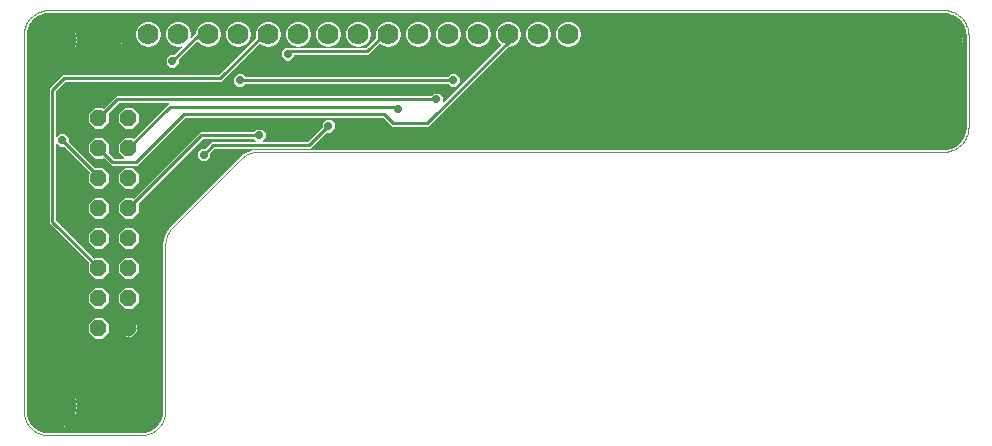
<source format=gtl>
G75*
G70*
%OFA0B0*%
%FSLAX24Y24*%
%IPPOS*%
%LPD*%
%AMOC8*
5,1,8,0,0,1.08239X$1,22.5*
%
%ADD10C,0.0000*%
%ADD11C,0.0700*%
%ADD12OC8,0.0560*%
%ADD13C,0.1575*%
%ADD14C,0.0001*%
%ADD15C,0.0100*%
%ADD16C,0.0290*%
D10*
X000728Y000728D02*
X000912Y000594D01*
X001128Y000524D01*
X001242Y000515D01*
X004313Y000515D01*
X004426Y000524D01*
X004643Y000594D01*
X004826Y000728D01*
X004960Y000912D01*
X005030Y001128D01*
X005039Y001242D01*
X005039Y006887D01*
X005103Y007123D01*
X005103Y007123D01*
X005225Y007334D01*
X005225Y007334D01*
X005282Y007391D01*
X005282Y007391D01*
X007553Y009663D01*
X007582Y009692D01*
X007612Y009722D01*
X007713Y009823D01*
X007713Y009823D01*
X008053Y009964D01*
X031084Y009964D01*
X031198Y009973D01*
X031414Y010043D01*
X031598Y010177D01*
X031732Y010361D01*
X031802Y010577D01*
X031811Y010691D01*
X031811Y013761D01*
X031802Y013875D01*
X031732Y014091D01*
X031598Y014275D01*
X031414Y014409D01*
X031414Y014409D01*
X031198Y014479D01*
X031084Y014488D01*
X001242Y014488D01*
X001128Y014479D01*
X000912Y014409D01*
X000728Y014275D01*
X000594Y014091D01*
X000524Y013875D01*
X000515Y013761D01*
X000515Y001242D01*
X000524Y001128D01*
X000594Y000912D01*
X000728Y000728D01*
X000879Y000806D02*
X000961Y000743D01*
X001050Y000691D01*
X001146Y000652D01*
X001245Y000625D01*
X001348Y000612D01*
X001399Y000612D01*
X001399Y001399D01*
X001399Y001399D01*
X000612Y001399D01*
X000612Y001348D01*
X000625Y001245D01*
X000652Y001146D01*
X000691Y001050D01*
X000743Y000961D01*
X000806Y000879D01*
X000879Y000806D01*
X001399Y000612D02*
X001451Y000612D01*
X001553Y000625D01*
X001653Y000652D01*
X001748Y000691D01*
X001838Y000743D01*
X001920Y000806D01*
X001992Y000879D01*
X002055Y000961D01*
X002107Y001050D01*
X002146Y001146D01*
X002173Y001245D01*
X002187Y001348D01*
X002187Y001399D01*
X001399Y001399D01*
X001399Y001399D01*
X001399Y000612D01*
X001242Y000415D02*
X004313Y000415D01*
X004369Y000417D01*
X004426Y000423D01*
X004481Y000432D01*
X004536Y000446D01*
X004590Y000463D01*
X004642Y000483D01*
X004693Y000508D01*
X004743Y000535D01*
X004790Y000566D01*
X004835Y000600D01*
X004877Y000638D01*
X004917Y000678D01*
X004955Y000720D01*
X004989Y000765D01*
X005020Y000812D01*
X005047Y000862D01*
X005072Y000913D01*
X005092Y000965D01*
X005109Y001019D01*
X005123Y001074D01*
X005132Y001129D01*
X005138Y001186D01*
X005140Y001242D01*
X005139Y001242D02*
X005139Y006765D01*
X004270Y006839D02*
X004270Y007137D01*
X004059Y007348D01*
X003760Y007348D01*
X003550Y007137D01*
X003550Y006839D01*
X003760Y006628D01*
X004059Y006628D01*
X004270Y006839D01*
X004059Y006348D02*
X003760Y006348D01*
X003550Y006137D01*
X003550Y005839D01*
X003760Y005628D01*
X004059Y005628D01*
X004270Y005839D01*
X004270Y006137D01*
X004059Y006348D01*
X003270Y006137D02*
X003059Y006348D01*
X002760Y006348D01*
X002753Y006341D01*
X001505Y007589D01*
X001505Y010127D01*
X001602Y010030D01*
X001736Y010030D01*
X002589Y009177D01*
X002550Y009137D01*
X002550Y008839D01*
X002760Y008628D01*
X003059Y008628D01*
X003270Y008839D01*
X003270Y009137D01*
X003059Y009348D01*
X002785Y009348D01*
X001920Y010214D01*
X001920Y010348D01*
X001788Y010480D01*
X001602Y010480D01*
X001505Y010383D01*
X001505Y011881D01*
X001829Y012205D01*
X007029Y012205D01*
X008286Y013462D01*
X008315Y013432D01*
X008473Y013367D01*
X008644Y013367D01*
X008802Y013432D01*
X008923Y013553D01*
X008989Y013711D01*
X008989Y013882D01*
X008923Y014040D01*
X008802Y014161D01*
X008644Y014227D01*
X008473Y014227D01*
X008315Y014161D01*
X008194Y014040D01*
X008129Y013882D01*
X008129Y013711D01*
X008140Y013684D01*
X006921Y012465D01*
X001721Y012465D01*
X001245Y011989D01*
X001245Y007481D01*
X001321Y007405D01*
X002569Y006157D01*
X002550Y006137D01*
X002550Y005839D01*
X002760Y005628D01*
X003059Y005628D01*
X003270Y005839D01*
X003270Y006137D01*
X003059Y006628D02*
X002760Y006628D01*
X002550Y006839D01*
X002550Y007137D01*
X002760Y007348D01*
X003059Y007348D01*
X003270Y007137D01*
X003270Y006839D01*
X003059Y006628D01*
X003059Y007628D02*
X002760Y007628D01*
X002550Y007839D01*
X002550Y008137D01*
X002760Y008348D01*
X003059Y008348D01*
X003270Y008137D01*
X003270Y007839D01*
X003059Y007628D01*
X003550Y007839D02*
X003760Y007628D01*
X004059Y007628D01*
X004270Y007839D01*
X004270Y008137D01*
X004255Y008152D01*
X006389Y010285D01*
X008067Y010285D01*
X008127Y010225D01*
X006681Y010225D01*
X006605Y010149D01*
X006456Y010000D01*
X006322Y010000D01*
X006190Y009868D01*
X006190Y009682D01*
X006322Y009550D01*
X006508Y009550D01*
X006640Y009682D01*
X006640Y009816D01*
X006789Y009965D01*
X009989Y009965D01*
X010065Y010041D01*
X010534Y010510D01*
X010668Y010510D01*
X010800Y010642D01*
X010800Y010828D01*
X010668Y010960D01*
X010482Y010960D01*
X010350Y010828D01*
X010350Y010694D01*
X009881Y010225D01*
X008383Y010225D01*
X008480Y010322D01*
X008480Y010508D01*
X008348Y010640D01*
X008162Y010640D01*
X008067Y010545D01*
X006281Y010545D01*
X006205Y010469D01*
X004072Y008335D01*
X004059Y008348D01*
X003760Y008348D01*
X003550Y008137D01*
X003550Y007839D01*
X003760Y008628D02*
X004059Y008628D01*
X004270Y008839D01*
X004270Y009137D01*
X004059Y009348D01*
X003760Y009348D01*
X003550Y009137D01*
X003550Y008839D01*
X003760Y008628D01*
X003321Y009405D02*
X004229Y009405D01*
X005829Y011005D01*
X012361Y011005D01*
X012605Y010761D01*
X012681Y010685D01*
X013909Y010685D01*
X016591Y013367D01*
X016644Y013367D01*
X016802Y013432D01*
X016923Y013553D01*
X016989Y013711D01*
X016989Y013882D01*
X016923Y014040D01*
X016802Y014161D01*
X016644Y014227D01*
X016473Y014227D01*
X016315Y014161D01*
X016194Y014040D01*
X016129Y013882D01*
X016129Y013711D01*
X016194Y013553D01*
X016302Y013446D01*
X014400Y011544D01*
X014400Y011708D01*
X014268Y011840D01*
X014082Y011840D01*
X013987Y011745D01*
X003481Y011745D01*
X003405Y011669D01*
X003072Y011335D01*
X003059Y011348D01*
X002760Y011348D01*
X002550Y011137D01*
X002550Y010839D01*
X002760Y010628D01*
X003059Y010628D01*
X003270Y010839D01*
X003270Y011137D01*
X003255Y011152D01*
X003589Y011485D01*
X005221Y011485D01*
X005165Y011429D01*
X004072Y010335D01*
X004059Y010348D01*
X003760Y010348D01*
X003550Y010137D01*
X003550Y009839D01*
X003724Y009665D01*
X003429Y009665D01*
X003262Y009832D01*
X003270Y009839D01*
X003270Y010137D01*
X003059Y010348D01*
X002760Y010348D01*
X002550Y010137D01*
X002550Y009839D01*
X002760Y009628D01*
X003059Y009628D01*
X003078Y009648D01*
X003245Y009481D01*
X003321Y009405D01*
X003760Y010628D02*
X004059Y010628D01*
X004270Y010839D01*
X004270Y011137D01*
X004059Y011348D01*
X003760Y011348D01*
X003550Y011137D01*
X003550Y010839D01*
X003760Y010628D01*
X007390Y012162D02*
X007522Y012030D01*
X007708Y012030D01*
X007803Y012125D01*
X009401Y012125D01*
X014547Y012125D01*
X014642Y012030D01*
X014828Y012030D01*
X014960Y012162D01*
X014960Y012348D01*
X014828Y012480D01*
X014642Y012480D01*
X014547Y012385D01*
X007803Y012385D01*
X007708Y012480D01*
X007522Y012480D01*
X007390Y012348D01*
X007390Y012162D01*
X006206Y013542D02*
X005600Y012936D01*
X005600Y012802D01*
X005468Y012670D01*
X005282Y012670D01*
X005150Y012802D01*
X005150Y012988D01*
X005282Y013120D01*
X005416Y013120D01*
X005676Y013380D01*
X005644Y013367D01*
X005473Y013367D01*
X005315Y013432D01*
X005194Y013553D01*
X005129Y013711D01*
X005129Y013882D01*
X005194Y014040D01*
X005315Y014161D01*
X005473Y014227D01*
X005644Y014227D01*
X005802Y014161D01*
X005923Y014040D01*
X005989Y013882D01*
X005989Y013711D01*
X005975Y013679D01*
X006125Y013829D01*
X006129Y013833D01*
X006129Y013882D01*
X006194Y014040D01*
X006315Y014161D01*
X006473Y014227D01*
X006644Y014227D01*
X006802Y014161D01*
X006923Y014040D01*
X006989Y013882D01*
X006989Y013711D01*
X006923Y013553D01*
X006802Y013432D01*
X006644Y013367D01*
X006473Y013367D01*
X006315Y013432D01*
X006206Y013542D01*
X007129Y013711D02*
X007194Y013553D01*
X007315Y013432D01*
X007473Y013367D01*
X007644Y013367D01*
X007802Y013432D01*
X007923Y013553D01*
X007989Y013711D01*
X007989Y013882D01*
X007923Y014040D01*
X007802Y014161D01*
X007644Y014227D01*
X007473Y014227D01*
X007315Y014161D01*
X007194Y014040D01*
X007129Y013882D01*
X007129Y013711D01*
X008990Y013228D02*
X008990Y013042D01*
X009122Y012910D01*
X009308Y012910D01*
X009440Y013042D01*
X009440Y013085D01*
X011909Y013085D01*
X012286Y013462D01*
X012315Y013432D01*
X012473Y013367D01*
X012644Y013367D01*
X012802Y013432D01*
X012923Y013553D01*
X012989Y013711D01*
X012989Y013882D01*
X012923Y014040D01*
X012802Y014161D01*
X012644Y014227D01*
X012473Y014227D01*
X012315Y014161D01*
X012194Y014040D01*
X012129Y013882D01*
X012129Y013711D01*
X012140Y013684D01*
X011801Y013345D01*
X009323Y013345D01*
X009308Y013360D01*
X009122Y013360D01*
X008990Y013228D01*
X009315Y013432D02*
X009473Y013367D01*
X009644Y013367D01*
X009802Y013432D01*
X009923Y013553D01*
X009989Y013711D01*
X009989Y013882D01*
X009923Y014040D01*
X009802Y014161D01*
X009644Y014227D01*
X009473Y014227D01*
X009315Y014161D01*
X009194Y014040D01*
X009129Y013882D01*
X009129Y013711D01*
X009194Y013553D01*
X009315Y013432D01*
X010129Y013711D02*
X010129Y013882D01*
X010194Y014040D01*
X010315Y014161D01*
X010473Y014227D01*
X010644Y014227D01*
X010802Y014161D01*
X010923Y014040D01*
X010989Y013882D01*
X010989Y013711D01*
X010923Y013553D01*
X010802Y013432D01*
X010644Y013367D01*
X010473Y013367D01*
X010315Y013432D01*
X010194Y013553D01*
X010129Y013711D01*
X011129Y013711D02*
X011194Y013553D01*
X011315Y013432D01*
X011473Y013367D01*
X011644Y013367D01*
X011802Y013432D01*
X011923Y013553D01*
X011989Y013711D01*
X011989Y013882D01*
X011923Y014040D01*
X011802Y014161D01*
X011644Y014227D01*
X011473Y014227D01*
X011315Y014161D01*
X011194Y014040D01*
X011129Y013882D01*
X011129Y013711D01*
X013129Y013711D02*
X013194Y013553D01*
X013315Y013432D01*
X013473Y013367D01*
X013644Y013367D01*
X013802Y013432D01*
X013923Y013553D01*
X013989Y013711D01*
X013989Y013882D01*
X013923Y014040D01*
X013802Y014161D01*
X013644Y014227D01*
X013473Y014227D01*
X013315Y014161D01*
X013194Y014040D01*
X013129Y013882D01*
X013129Y013711D01*
X014129Y013711D02*
X014194Y013553D01*
X014315Y013432D01*
X014473Y013367D01*
X014644Y013367D01*
X014802Y013432D01*
X014923Y013553D01*
X014989Y013711D01*
X014989Y013882D01*
X014923Y014040D01*
X014802Y014161D01*
X014644Y014227D01*
X014473Y014227D01*
X014315Y014161D01*
X014194Y014040D01*
X014129Y013882D01*
X014129Y013711D01*
X015129Y013711D02*
X015194Y013553D01*
X015315Y013432D01*
X015473Y013367D01*
X015644Y013367D01*
X015802Y013432D01*
X015923Y013553D01*
X015989Y013711D01*
X015989Y013882D01*
X015923Y014040D01*
X015802Y014161D01*
X015644Y014227D01*
X015473Y014227D01*
X015315Y014161D01*
X015194Y014040D01*
X015129Y013882D01*
X015129Y013711D01*
X017129Y013711D02*
X017194Y013553D01*
X017315Y013432D01*
X017473Y013367D01*
X017644Y013367D01*
X017802Y013432D01*
X017923Y013553D01*
X017989Y013711D01*
X017989Y013882D01*
X017923Y014040D01*
X017802Y014161D01*
X017644Y014227D01*
X017473Y014227D01*
X017315Y014161D01*
X017194Y014040D01*
X017129Y013882D01*
X017129Y013711D01*
X018129Y013711D02*
X018194Y013553D01*
X018315Y013432D01*
X018473Y013367D01*
X018644Y013367D01*
X018802Y013432D01*
X018923Y013553D01*
X018989Y013711D01*
X018989Y013882D01*
X018923Y014040D01*
X018802Y014161D01*
X018644Y014227D01*
X018473Y014227D01*
X018315Y014161D01*
X018194Y014040D01*
X018129Y013882D01*
X018129Y013711D01*
X008238Y009864D02*
X031084Y009864D01*
X031140Y009866D01*
X031197Y009872D01*
X031252Y009881D01*
X031307Y009895D01*
X031361Y009912D01*
X031413Y009932D01*
X031464Y009957D01*
X031514Y009984D01*
X031561Y010015D01*
X031606Y010049D01*
X031648Y010087D01*
X031688Y010127D01*
X031726Y010169D01*
X031760Y010214D01*
X031791Y010261D01*
X031818Y010311D01*
X031843Y010362D01*
X031863Y010414D01*
X031880Y010468D01*
X031894Y010523D01*
X031903Y010578D01*
X031909Y010635D01*
X031911Y010691D01*
X031911Y013761D01*
X031701Y013758D02*
X031674Y013858D01*
X031634Y013953D01*
X031583Y014042D01*
X031520Y014124D01*
X031447Y014197D01*
X031365Y014260D01*
X031276Y014312D01*
X031180Y014351D01*
X031081Y014378D01*
X030978Y014391D01*
X030927Y014391D01*
X030927Y013604D01*
X031714Y013604D01*
X031714Y013656D01*
X031701Y013758D01*
X031714Y013604D02*
X030927Y013604D01*
X030927Y013604D01*
X030927Y013604D01*
X030927Y012817D01*
X030978Y012817D01*
X031081Y012830D01*
X031180Y012857D01*
X031276Y012896D01*
X031365Y012948D01*
X031447Y013011D01*
X031520Y013084D01*
X031583Y013166D01*
X031634Y013255D01*
X031674Y013350D01*
X031701Y013450D01*
X031714Y013552D01*
X031714Y013604D01*
X031911Y013761D02*
X031909Y013817D01*
X031903Y013874D01*
X031894Y013929D01*
X031880Y013984D01*
X031863Y014038D01*
X031843Y014090D01*
X031818Y014141D01*
X031791Y014191D01*
X031760Y014238D01*
X031726Y014283D01*
X031688Y014325D01*
X031648Y014365D01*
X031606Y014403D01*
X031561Y014437D01*
X031514Y014468D01*
X031464Y014495D01*
X031413Y014520D01*
X031361Y014540D01*
X031307Y014557D01*
X031252Y014571D01*
X031197Y014580D01*
X031140Y014586D01*
X031084Y014588D01*
X001242Y014588D01*
X001245Y014378D02*
X001146Y014351D01*
X001050Y014312D01*
X000961Y014260D01*
X000879Y014197D01*
X000806Y014124D01*
X000743Y014042D01*
X000691Y013953D01*
X000652Y013858D01*
X000625Y013758D01*
X000612Y013656D01*
X000612Y013604D01*
X001399Y013604D01*
X001399Y013604D01*
X000612Y013604D01*
X000612Y013552D01*
X000625Y013450D01*
X000652Y013350D01*
X000691Y013255D01*
X000743Y013166D01*
X000806Y013084D01*
X000879Y013011D01*
X000961Y012948D01*
X001050Y012896D01*
X001146Y012857D01*
X001245Y012830D01*
X001348Y012817D01*
X001399Y012817D01*
X001399Y013604D01*
X001399Y014391D01*
X001348Y014391D01*
X001245Y014378D01*
X001399Y014391D02*
X001451Y014391D01*
X001553Y014378D01*
X001653Y014351D01*
X001748Y014312D01*
X001838Y014260D01*
X001920Y014197D01*
X001992Y014124D01*
X002055Y014042D01*
X002107Y013953D01*
X002146Y013858D01*
X002173Y013758D01*
X002187Y013656D01*
X002187Y013604D01*
X001399Y013604D01*
X001399Y013604D01*
X001399Y013604D01*
X001399Y014391D01*
X001242Y014588D02*
X001186Y014586D01*
X001129Y014580D01*
X001074Y014571D01*
X001019Y014557D01*
X000965Y014540D01*
X000913Y014520D01*
X000862Y014495D01*
X000812Y014468D01*
X000765Y014437D01*
X000720Y014403D01*
X000678Y014365D01*
X000638Y014325D01*
X000600Y014283D01*
X000566Y014238D01*
X000535Y014191D01*
X000508Y014141D01*
X000483Y014090D01*
X000463Y014038D01*
X000446Y013984D01*
X000432Y013929D01*
X000423Y013874D01*
X000417Y013817D01*
X000415Y013761D01*
X000415Y001242D01*
X000612Y001399D02*
X001399Y001399D01*
X001399Y001399D01*
X001399Y002187D01*
X001348Y002187D01*
X001245Y002173D01*
X001146Y002146D01*
X001050Y002107D01*
X000961Y002055D01*
X000879Y001992D01*
X000806Y001920D01*
X000743Y001838D01*
X000691Y001748D01*
X000652Y001653D01*
X000625Y001553D01*
X000612Y001451D01*
X000612Y001399D01*
X000415Y001242D02*
X000417Y001186D01*
X000423Y001129D01*
X000432Y001074D01*
X000446Y001019D01*
X000463Y000965D01*
X000483Y000913D01*
X000508Y000862D01*
X000535Y000812D01*
X000566Y000765D01*
X000600Y000720D01*
X000638Y000678D01*
X000678Y000638D01*
X000720Y000600D01*
X000765Y000566D01*
X000812Y000535D01*
X000862Y000508D01*
X000913Y000483D01*
X000965Y000463D01*
X001019Y000446D01*
X001074Y000432D01*
X001129Y000423D01*
X001186Y000417D01*
X001242Y000415D01*
X001399Y001399D02*
X002187Y001399D01*
X002187Y001451D01*
X002173Y001553D01*
X002146Y001653D01*
X002107Y001748D01*
X002055Y001838D01*
X001992Y001920D01*
X001920Y001992D01*
X001838Y002055D01*
X001748Y002107D01*
X001653Y002146D01*
X001553Y002173D01*
X001451Y002187D01*
X001399Y002187D01*
X001399Y001399D01*
X001399Y001399D01*
X002760Y003628D02*
X003059Y003628D01*
X003270Y003839D01*
X003270Y004137D01*
X003059Y004348D01*
X002760Y004348D01*
X002550Y004137D01*
X002550Y003839D01*
X002760Y003628D01*
X003630Y003872D02*
X003794Y003708D01*
X003910Y003708D01*
X004026Y003708D01*
X004190Y003872D01*
X004190Y003988D01*
X003910Y003988D01*
X003910Y003988D01*
X003910Y003708D01*
X003910Y003988D01*
X003910Y003988D01*
X004190Y003988D01*
X004190Y004104D01*
X004026Y004268D01*
X003910Y004268D01*
X003910Y003988D01*
X003630Y003988D01*
X003630Y003872D01*
X003630Y003988D02*
X003910Y003988D01*
X003910Y003988D01*
X003910Y003988D01*
X003910Y004268D01*
X003794Y004268D01*
X003630Y004104D01*
X003630Y003988D01*
X003760Y004628D02*
X004059Y004628D01*
X004270Y004839D01*
X004270Y005137D01*
X004059Y005348D01*
X003760Y005348D01*
X003550Y005137D01*
X003550Y004839D01*
X003760Y004628D01*
X003270Y004839D02*
X003059Y004628D01*
X002760Y004628D01*
X002550Y004839D01*
X002550Y005137D01*
X002760Y005348D01*
X003059Y005348D01*
X003270Y005137D01*
X003270Y004839D01*
X005139Y006765D02*
X005141Y006819D01*
X005146Y006873D01*
X005155Y006926D01*
X005167Y006979D01*
X005183Y007031D01*
X005202Y007081D01*
X005224Y007131D01*
X005250Y007178D01*
X005278Y007224D01*
X005310Y007268D01*
X005344Y007310D01*
X005381Y007350D01*
X005382Y007350D02*
X007653Y009622D01*
X007693Y009659D01*
X007735Y009693D01*
X007779Y009725D01*
X007825Y009753D01*
X007872Y009779D01*
X007922Y009801D01*
X007972Y009820D01*
X008024Y009836D01*
X008077Y009848D01*
X008130Y009857D01*
X008184Y009862D01*
X008238Y009864D01*
X001838Y012948D02*
X001748Y012896D01*
X001653Y012857D01*
X001553Y012830D01*
X001451Y012817D01*
X001399Y012817D01*
X001399Y013604D01*
X001399Y013604D01*
X002187Y013604D01*
X002187Y013552D01*
X002173Y013450D01*
X002146Y013350D01*
X002107Y013255D01*
X002055Y013166D01*
X001992Y013084D01*
X001920Y013011D01*
X001838Y012948D01*
X003248Y013631D02*
X003222Y013695D01*
X003209Y013762D01*
X003209Y013797D01*
X003559Y013797D01*
X003909Y013797D01*
X003909Y013831D01*
X003895Y013899D01*
X003869Y013963D01*
X003831Y014020D01*
X003782Y014069D01*
X003724Y014107D01*
X003661Y014133D01*
X003593Y014147D01*
X003559Y014147D01*
X003559Y013797D01*
X003559Y013797D01*
X003559Y013797D01*
X003909Y013797D01*
X003909Y013762D01*
X003895Y013695D01*
X003869Y013631D01*
X003831Y013574D01*
X003782Y013525D01*
X003724Y013487D01*
X003661Y013460D01*
X003593Y013447D01*
X003559Y013447D01*
X003559Y013797D01*
X003559Y013797D01*
X003559Y014147D01*
X003524Y014147D01*
X003457Y014133D01*
X003393Y014107D01*
X003336Y014069D01*
X003287Y014020D01*
X003248Y013963D01*
X003222Y013899D01*
X003209Y013831D01*
X003209Y013797D01*
X003559Y013797D01*
X003559Y013797D01*
X003559Y013447D01*
X003524Y013447D01*
X003457Y013460D01*
X003393Y013487D01*
X003336Y013525D01*
X003287Y013574D01*
X003248Y013631D01*
X004129Y013711D02*
X004129Y013882D01*
X004194Y014040D01*
X004315Y014161D01*
X004473Y014227D01*
X004644Y014227D01*
X004802Y014161D01*
X004923Y014040D01*
X004989Y013882D01*
X004989Y013711D01*
X004923Y013553D01*
X004802Y013432D01*
X004644Y013367D01*
X004473Y013367D01*
X004315Y013432D01*
X004194Y013553D01*
X004129Y013711D01*
X030139Y013656D02*
X030139Y013604D01*
X030927Y013604D01*
X030927Y013604D01*
X030927Y014391D01*
X030875Y014391D01*
X030773Y014378D01*
X030673Y014351D01*
X030578Y014312D01*
X030488Y014260D01*
X030406Y014197D01*
X030333Y014124D01*
X030271Y014042D01*
X030219Y013953D01*
X030180Y013858D01*
X030153Y013758D01*
X030139Y013656D01*
X030139Y013604D02*
X030139Y013552D01*
X030153Y013450D01*
X030180Y013350D01*
X030219Y013255D01*
X030271Y013166D01*
X030333Y013084D01*
X030406Y013011D01*
X030488Y012948D01*
X030578Y012896D01*
X030673Y012857D01*
X030773Y012830D01*
X030875Y012817D01*
X030927Y012817D01*
X030927Y013604D01*
X030927Y013604D01*
X030139Y013604D01*
D11*
X018559Y013797D03*
X017559Y013797D03*
X016559Y013797D03*
X015559Y013797D03*
X014559Y013797D03*
X013559Y013797D03*
X012559Y013797D03*
X011559Y013797D03*
X010559Y013797D03*
X009559Y013797D03*
X008559Y013797D03*
X007559Y013797D03*
X006559Y013797D03*
X005559Y013797D03*
X004559Y013797D03*
X003559Y013797D03*
D12*
X003910Y010988D03*
X002910Y010988D03*
X002910Y009988D03*
X003910Y009988D03*
X003910Y008988D03*
X002910Y008988D03*
X002910Y007988D03*
X003910Y007988D03*
X003910Y006988D03*
X002910Y006988D03*
X002910Y005988D03*
X003910Y005988D03*
X003910Y004988D03*
X002910Y004988D03*
X002910Y003988D03*
X003910Y003988D03*
D13*
X001399Y001399D03*
X001399Y013604D03*
X030927Y013604D03*
D14*
X030927Y013604D01*
X030927Y013605D02*
X030927Y013605D01*
X030927Y013606D02*
X030927Y013606D01*
X030927Y013607D02*
X030927Y013607D01*
X030927Y013608D02*
X030927Y013608D01*
X030927Y013609D02*
X030927Y013609D01*
X030927Y013610D02*
X030927Y013610D01*
X030927Y013611D02*
X030927Y013611D01*
X030927Y013612D02*
X030927Y013612D01*
X030927Y013613D02*
X030927Y013613D01*
X030927Y013614D02*
X030927Y013614D01*
X030927Y013615D02*
X030927Y013615D01*
X030927Y013616D02*
X030927Y013616D01*
X030927Y013617D02*
X030927Y013617D01*
X030927Y013618D02*
X030927Y013618D01*
X030927Y013619D02*
X030927Y013619D01*
X030927Y013620D02*
X030927Y013620D01*
X030927Y013621D02*
X030927Y013621D01*
X030927Y013622D02*
X030927Y013622D01*
X030927Y013623D02*
X030927Y013623D01*
X030927Y013624D02*
X030927Y013624D01*
X030927Y013625D02*
X030927Y013625D01*
X030927Y013626D02*
X030927Y013626D01*
X030927Y013627D02*
X030927Y013627D01*
X030927Y013628D02*
X030927Y013628D01*
X030927Y013629D02*
X030927Y013629D01*
X030927Y013630D02*
X030927Y013630D01*
X030927Y013631D02*
X030927Y013631D01*
X030927Y013632D02*
X030927Y013632D01*
X030927Y013633D02*
X030927Y013633D01*
X030927Y013634D02*
X030927Y013634D01*
X030927Y013635D02*
X030927Y013635D01*
X030927Y013636D02*
X030927Y013636D01*
X030927Y013637D02*
X030927Y013637D01*
X030927Y013638D02*
X030927Y013638D01*
X030927Y013639D02*
X030927Y013639D01*
X030927Y013640D02*
X030927Y013640D01*
X030927Y013641D02*
X030927Y013641D01*
X030927Y013642D02*
X030927Y013642D01*
X030927Y013643D02*
X030927Y013643D01*
X030927Y013644D02*
X030927Y013644D01*
X030927Y013645D02*
X030927Y013645D01*
X030927Y013646D02*
X030927Y013646D01*
X030927Y013647D02*
X030927Y013647D01*
X030927Y013648D02*
X030927Y013648D01*
X030927Y013649D02*
X030927Y013649D01*
X030927Y013650D02*
X030927Y013650D01*
X030927Y013651D02*
X030927Y013651D01*
X030927Y013652D02*
X030927Y013652D01*
X030927Y013653D02*
X030927Y013653D01*
X030927Y013654D02*
X030927Y013654D01*
X030927Y013655D02*
X030927Y013655D01*
X030927Y013656D02*
X030927Y013656D01*
X030927Y013657D02*
X030927Y013657D01*
X030927Y013658D02*
X030927Y013658D01*
X030927Y013659D02*
X030927Y013659D01*
X030927Y013660D02*
X030927Y013660D01*
X030927Y013661D02*
X030927Y013661D01*
X030927Y013662D02*
X030927Y013662D01*
X030927Y013663D02*
X030927Y013663D01*
X030927Y013664D02*
X030927Y013664D01*
X030927Y013665D02*
X030927Y013665D01*
X030927Y013666D02*
X030927Y013666D01*
X030927Y013667D02*
X030927Y013667D01*
X030927Y013668D02*
X030927Y013668D01*
X030927Y013669D02*
X030927Y013669D01*
X030927Y013670D02*
X030927Y013670D01*
X030927Y013671D02*
X030927Y013671D01*
X030927Y013672D02*
X030927Y013672D01*
X030927Y013673D02*
X030927Y013673D01*
X030927Y013674D02*
X030927Y013674D01*
X030927Y013675D02*
X030927Y013675D01*
X030927Y013676D02*
X030927Y013676D01*
X030927Y013677D02*
X030927Y013677D01*
X030927Y013678D02*
X030927Y013678D01*
X030927Y013679D02*
X030927Y013679D01*
X030927Y013680D02*
X030927Y013680D01*
X030927Y013681D02*
X030927Y013681D01*
X030927Y013682D02*
X030927Y013682D01*
X030927Y013683D02*
X030927Y013683D01*
X030927Y013684D02*
X030927Y013684D01*
X030927Y013685D02*
X030927Y013685D01*
X030927Y013686D02*
X030927Y013686D01*
X030927Y013687D02*
X030927Y013687D01*
X030927Y013688D02*
X030927Y013688D01*
X030927Y013689D02*
X030927Y013689D01*
X030927Y013690D02*
X030927Y013690D01*
X030927Y013691D02*
X030927Y013691D01*
X030927Y013692D02*
X030927Y013692D01*
X030927Y013693D02*
X030927Y013693D01*
X030927Y013694D02*
X030927Y013694D01*
X030927Y013695D02*
X030927Y013695D01*
X030927Y013696D02*
X030927Y013696D01*
X030927Y013697D02*
X030927Y013697D01*
X030927Y013698D02*
X030927Y013698D01*
X030927Y013699D02*
X030927Y013699D01*
X030927Y013700D02*
X030927Y013700D01*
X030927Y013701D02*
X030927Y013701D01*
X030927Y013702D02*
X030927Y013702D01*
X030927Y013703D02*
X030927Y013703D01*
X030927Y013704D02*
X030927Y013704D01*
X030927Y013705D02*
X030927Y013705D01*
X030927Y013706D02*
X030927Y013706D01*
X030927Y013707D02*
X030927Y013707D01*
X030927Y013708D02*
X030927Y013708D01*
X030927Y013709D02*
X030927Y013709D01*
X030927Y013710D02*
X030927Y013710D01*
X030927Y013711D02*
X030927Y013711D01*
X030927Y013712D02*
X030927Y013712D01*
X030927Y013713D02*
X030927Y013713D01*
X030927Y013714D02*
X030927Y013714D01*
X030927Y013715D02*
X030927Y013715D01*
X030927Y013716D02*
X030927Y013716D01*
X030927Y013717D02*
X030927Y013717D01*
X030927Y013718D02*
X030927Y013718D01*
X030927Y013719D02*
X030927Y013719D01*
X030927Y013720D02*
X030927Y013720D01*
X030927Y013721D02*
X030927Y013721D01*
X030927Y013722D02*
X030927Y013722D01*
X030927Y013723D02*
X030927Y013723D01*
X030927Y013724D02*
X030927Y013724D01*
X030927Y013725D02*
X030927Y013725D01*
X030927Y013726D02*
X030927Y013726D01*
X030927Y013727D02*
X030927Y013727D01*
X030927Y013728D02*
X030927Y013728D01*
X030927Y013729D02*
X030927Y013729D01*
X030927Y013730D02*
X030927Y013730D01*
X030927Y013731D02*
X030927Y013731D01*
X030927Y013732D02*
X030927Y013732D01*
X030927Y013733D02*
X030927Y013733D01*
X030927Y013734D02*
X030927Y013734D01*
X030927Y013735D02*
X030927Y013735D01*
X030927Y013736D02*
X030927Y013736D01*
X030927Y013737D02*
X030927Y013737D01*
X030927Y013738D02*
X030927Y013738D01*
X030927Y013739D02*
X030927Y013739D01*
X030927Y013740D02*
X030927Y013740D01*
X030927Y013741D02*
X030927Y013741D01*
X030927Y013742D02*
X030927Y013742D01*
X030927Y013743D02*
X030927Y013743D01*
X030927Y013744D02*
X030927Y013744D01*
X030927Y013745D02*
X030927Y013745D01*
X030927Y013746D02*
X030927Y013746D01*
X030927Y013747D02*
X030927Y013747D01*
X030927Y013748D02*
X030927Y013748D01*
X030927Y013749D02*
X030927Y013749D01*
X030927Y013750D02*
X030927Y013750D01*
X030927Y013751D02*
X030927Y013751D01*
X030927Y013752D02*
X030927Y013752D01*
X030927Y013753D02*
X030927Y013753D01*
X030927Y013754D02*
X030927Y013754D01*
X030927Y013755D02*
X030927Y013755D01*
X030927Y013756D02*
X030927Y013756D01*
X030927Y013757D02*
X030927Y013757D01*
X030927Y013758D02*
X030927Y013758D01*
X030927Y013759D02*
X030927Y013759D01*
X030927Y013760D02*
X030927Y013760D01*
X030927Y013761D02*
X030927Y013761D01*
X030927Y013762D02*
X030927Y013762D01*
X030927Y013763D02*
X030927Y013763D01*
X030927Y013764D02*
X030927Y013764D01*
X030927Y013765D02*
X030927Y013765D01*
X030927Y013766D02*
X030927Y013766D01*
X030927Y013767D02*
X030927Y013767D01*
X030927Y013768D02*
X030927Y013768D01*
X030927Y013769D02*
X030927Y013769D01*
X030927Y013770D02*
X030927Y013770D01*
X030927Y013771D02*
X030927Y013771D01*
X030927Y013772D02*
X030927Y013772D01*
X030927Y013773D02*
X030927Y013773D01*
X030927Y013774D02*
X030927Y013774D01*
X030927Y013775D02*
X030927Y013775D01*
X030927Y013776D02*
X030927Y013776D01*
X030927Y013777D02*
X030927Y013777D01*
X030927Y013778D02*
X030927Y013778D01*
X030927Y013779D02*
X030927Y013779D01*
X030927Y013780D02*
X030927Y013780D01*
X030927Y013781D02*
X030927Y013781D01*
X030927Y013782D02*
X030927Y013782D01*
X030927Y013783D02*
X030927Y013783D01*
X030927Y013784D02*
X030927Y013784D01*
X030927Y013785D02*
X030927Y013785D01*
X030927Y013786D02*
X030927Y013786D01*
X030927Y013787D02*
X030927Y013787D01*
X030927Y013788D02*
X030927Y013788D01*
X030927Y013789D02*
X030927Y013789D01*
X030927Y013790D02*
X030927Y013790D01*
X030927Y013791D02*
X030927Y013791D01*
X030927Y013792D02*
X030927Y013792D01*
X030927Y013793D02*
X030927Y013793D01*
X030927Y013794D02*
X030927Y013794D01*
X030927Y013795D02*
X030927Y013795D01*
X030927Y013796D02*
X030927Y013796D01*
X030927Y013797D02*
X030927Y013797D01*
X030927Y013798D02*
X030927Y013798D01*
X030927Y013799D02*
X030927Y013799D01*
X030927Y013800D02*
X030927Y013800D01*
X030927Y013801D02*
X030927Y013801D01*
X030927Y013802D02*
X030927Y013802D01*
X030927Y013803D02*
X030927Y013803D01*
X030927Y013804D02*
X030927Y013804D01*
X030927Y013805D02*
X030927Y013805D01*
X030927Y013806D02*
X030927Y013806D01*
X030927Y013807D02*
X030927Y013807D01*
X030927Y013808D02*
X030927Y013808D01*
X030927Y013809D02*
X030927Y013809D01*
X030927Y013810D02*
X030927Y013810D01*
X030927Y013811D02*
X030927Y013811D01*
X030927Y013812D02*
X030927Y013812D01*
X030927Y013813D02*
X030927Y013813D01*
X030927Y013814D02*
X030927Y013814D01*
X030927Y013815D02*
X030927Y013815D01*
X030927Y013816D02*
X030927Y013816D01*
X030927Y013817D02*
X030927Y013817D01*
X030927Y013818D02*
X030927Y013818D01*
X030927Y013819D02*
X030927Y013819D01*
X030927Y013820D02*
X030927Y013820D01*
X030927Y013821D02*
X030927Y013821D01*
X030927Y013822D02*
X030927Y013822D01*
X030927Y013823D02*
X030927Y013823D01*
X030927Y013824D02*
X030927Y013824D01*
X030927Y013825D02*
X030927Y013825D01*
X030927Y013826D02*
X030927Y013826D01*
X030927Y013827D02*
X030927Y013827D01*
X030927Y013828D02*
X030927Y013828D01*
X030927Y013829D02*
X030927Y013829D01*
X030927Y013830D02*
X030927Y013830D01*
X030927Y013831D02*
X030927Y013831D01*
X030927Y013832D02*
X030927Y013832D01*
X030927Y013833D02*
X030927Y013833D01*
X030927Y013834D02*
X030927Y013834D01*
X030927Y013835D02*
X030927Y013835D01*
X030927Y013836D02*
X030927Y013836D01*
X030927Y013837D02*
X030927Y013837D01*
X030927Y013838D02*
X030927Y013838D01*
X030927Y013839D02*
X030927Y013839D01*
X030927Y013840D02*
X030927Y013840D01*
X030927Y013841D02*
X030927Y013841D01*
X030927Y013842D02*
X030927Y013842D01*
X030927Y013843D02*
X030927Y013843D01*
X030927Y013844D02*
X030927Y013844D01*
X030927Y013845D02*
X030927Y013845D01*
X030927Y013846D02*
X030927Y013846D01*
X030927Y013847D02*
X030927Y013847D01*
X030927Y013848D02*
X030927Y013848D01*
X030927Y013849D02*
X030927Y013849D01*
X030927Y013850D02*
X030927Y013850D01*
X030927Y013851D02*
X030927Y013851D01*
X030927Y013852D02*
X030927Y013852D01*
X030927Y013853D02*
X030927Y013853D01*
X030927Y013854D02*
X030927Y013854D01*
X030927Y013855D02*
X030927Y013855D01*
X030927Y013856D02*
X030927Y013856D01*
X030927Y013857D02*
X030927Y013857D01*
X030927Y013858D02*
X030927Y013858D01*
X030927Y013859D02*
X030927Y013859D01*
X030927Y013860D02*
X030927Y013860D01*
X030927Y013861D02*
X030927Y013861D01*
X030927Y013862D02*
X030927Y013862D01*
X030927Y013863D02*
X030927Y013863D01*
X030927Y013864D02*
X030927Y013864D01*
X030927Y013865D02*
X030927Y013865D01*
X030927Y013866D02*
X030927Y013866D01*
X030927Y013867D02*
X030927Y013867D01*
X030927Y013868D02*
X030927Y013868D01*
X030927Y013869D02*
X030927Y013869D01*
X030927Y013870D02*
X030927Y013870D01*
X030927Y013871D02*
X030927Y013871D01*
X030927Y013872D02*
X030927Y013872D01*
X030927Y013873D02*
X030927Y013873D01*
X030927Y013874D02*
X030927Y013874D01*
X030927Y013875D02*
X030927Y013875D01*
X030927Y013876D02*
X030927Y013876D01*
X030927Y013877D02*
X030927Y013877D01*
X030927Y013878D02*
X030927Y013878D01*
X030927Y013879D02*
X030927Y013879D01*
X030927Y013880D02*
X030927Y013880D01*
X030927Y013881D02*
X030927Y013881D01*
X030927Y013882D02*
X030927Y013882D01*
X030927Y013883D02*
X030927Y013883D01*
X030927Y013884D02*
X030927Y013884D01*
X030927Y013885D02*
X030927Y013885D01*
X030927Y013886D02*
X030927Y013886D01*
X030927Y013887D02*
X030927Y013887D01*
X030927Y013888D02*
X030927Y013888D01*
X030927Y013889D02*
X030927Y013889D01*
X030927Y013890D02*
X030927Y013890D01*
X030927Y013891D02*
X030927Y013891D01*
X030927Y013892D02*
X030927Y013892D01*
X030927Y013893D02*
X030927Y013893D01*
X030927Y013894D02*
X030927Y013894D01*
X030927Y013895D02*
X030927Y013895D01*
X030927Y013896D02*
X030927Y013896D01*
X030927Y013897D02*
X030927Y013897D01*
X030927Y013898D02*
X030927Y013898D01*
X030927Y013899D02*
X030927Y013899D01*
X030927Y013900D02*
X030927Y013900D01*
X030927Y013901D02*
X030927Y013901D01*
X030927Y013902D02*
X030927Y013902D01*
X030927Y013903D02*
X030927Y013903D01*
X030927Y013904D02*
X030927Y013904D01*
X030927Y013905D02*
X030927Y013905D01*
X030927Y013906D02*
X030927Y013906D01*
X030927Y013907D02*
X030927Y013907D01*
X030927Y013908D02*
X030927Y013908D01*
X030927Y013909D02*
X030927Y013909D01*
X030927Y013910D02*
X030927Y013910D01*
X030927Y013911D02*
X030927Y013911D01*
X030927Y013912D02*
X030927Y013912D01*
X030927Y013913D02*
X030927Y013913D01*
X030927Y013914D02*
X030927Y013914D01*
X030927Y013915D02*
X030927Y013915D01*
X030927Y013916D02*
X030927Y013916D01*
X030927Y013917D02*
X030927Y013917D01*
X030927Y013918D02*
X030927Y013918D01*
X030927Y013919D02*
X030927Y013919D01*
X030927Y013920D02*
X030927Y013920D01*
X030927Y013921D02*
X030927Y013921D01*
X030927Y013922D02*
X030927Y013922D01*
X030927Y013923D02*
X030927Y013923D01*
X030927Y013924D02*
X030927Y013924D01*
X030927Y013925D02*
X030927Y013925D01*
X030927Y013926D02*
X030927Y013926D01*
X030927Y013927D02*
X030927Y013927D01*
X030927Y013928D02*
X030927Y013928D01*
X030927Y013929D02*
X030927Y013929D01*
X030927Y013930D02*
X030927Y013930D01*
X030927Y013931D02*
X030927Y013931D01*
X030927Y013932D02*
X030927Y013932D01*
X030927Y013933D02*
X030927Y013933D01*
X030927Y013934D02*
X030927Y013934D01*
X030927Y013935D02*
X030927Y013935D01*
X030927Y013936D02*
X030927Y013936D01*
X030927Y013937D02*
X030927Y013937D01*
X030927Y013938D02*
X030927Y013938D01*
X030927Y013939D02*
X030927Y013939D01*
X030927Y013940D02*
X030927Y013940D01*
X030927Y013941D02*
X030927Y013941D01*
X030927Y013942D02*
X030927Y013942D01*
X030927Y013943D02*
X030927Y013943D01*
X030927Y013944D02*
X030927Y013944D01*
X030927Y013945D02*
X030927Y013945D01*
X030927Y013946D02*
X030927Y013946D01*
X030927Y013947D02*
X030927Y013947D01*
X030927Y013948D02*
X030927Y013948D01*
X030927Y013949D02*
X030927Y013949D01*
X030927Y013950D02*
X030927Y013950D01*
X030927Y013951D02*
X030927Y013951D01*
X030927Y013952D02*
X030927Y013952D01*
X030927Y013953D02*
X030927Y013953D01*
X030927Y013954D02*
X030927Y013954D01*
X030927Y013955D02*
X030927Y013955D01*
X030927Y013956D02*
X030927Y013956D01*
X030927Y013957D02*
X030927Y013957D01*
X030927Y013958D02*
X030927Y013958D01*
X030927Y013959D02*
X030927Y013959D01*
X030927Y013960D02*
X030927Y013960D01*
X030927Y013961D02*
X030927Y013961D01*
X030927Y013962D02*
X030927Y013962D01*
X030927Y013963D02*
X030927Y013963D01*
X030927Y013964D02*
X030927Y013964D01*
X030927Y013965D02*
X030927Y013965D01*
X030927Y013966D02*
X030927Y013966D01*
X030927Y013967D02*
X030927Y013967D01*
X030927Y013968D02*
X030927Y013968D01*
X030927Y013969D02*
X030927Y013969D01*
X030927Y013970D02*
X030927Y013970D01*
X030927Y013971D02*
X030927Y013971D01*
X030927Y013972D02*
X030927Y013972D01*
X030927Y013973D02*
X030927Y013973D01*
X030927Y013974D02*
X030927Y013974D01*
X030927Y013975D02*
X030927Y013975D01*
X030927Y013976D02*
X030927Y013976D01*
X030927Y013977D02*
X030927Y013977D01*
X030927Y013978D02*
X030927Y013978D01*
X030927Y013979D02*
X030927Y013979D01*
X030927Y013980D02*
X030927Y013980D01*
X030927Y013981D02*
X030927Y013981D01*
X030927Y013982D02*
X030927Y013982D01*
X030927Y013983D02*
X030927Y013983D01*
X030927Y013984D02*
X030927Y013984D01*
X030927Y013985D02*
X030927Y013985D01*
X030927Y013986D02*
X030927Y013986D01*
X030927Y013987D02*
X030927Y013987D01*
X030927Y013988D02*
X030927Y013988D01*
X030927Y013989D02*
X030927Y013989D01*
X030927Y013990D02*
X030927Y013990D01*
X030927Y013991D02*
X030927Y013991D01*
X030927Y013992D02*
X030927Y013992D01*
X030927Y013993D02*
X030927Y013993D01*
X030927Y013994D02*
X030927Y013994D01*
X030927Y013995D02*
X030927Y013995D01*
X030927Y013996D02*
X030927Y013996D01*
X030927Y013997D02*
X030927Y013997D01*
X030927Y013998D02*
X030927Y013998D01*
X030927Y013999D02*
X030927Y013999D01*
X030927Y014000D02*
X030927Y014000D01*
X030927Y014001D02*
X030927Y014001D01*
X030927Y014002D02*
X030927Y014002D01*
X030927Y014003D02*
X030927Y014003D01*
X030927Y014004D02*
X030927Y014004D01*
X030927Y014005D02*
X030927Y014005D01*
X030927Y014006D02*
X030927Y014006D01*
X030927Y014007D02*
X030927Y014007D01*
X030927Y014008D02*
X030927Y014008D01*
X030927Y014009D02*
X030927Y014009D01*
X030927Y014010D02*
X030927Y014010D01*
X030927Y014011D02*
X030927Y014011D01*
X030927Y014012D02*
X030927Y014012D01*
X030927Y014013D02*
X030927Y014013D01*
X030927Y014014D02*
X030927Y014014D01*
X030927Y014015D02*
X030927Y014015D01*
X030927Y014016D02*
X030927Y014016D01*
X030927Y014017D02*
X030927Y014017D01*
X030927Y014018D02*
X030927Y014018D01*
X030927Y014019D02*
X030927Y014019D01*
X030927Y014020D02*
X030927Y014020D01*
X030927Y014021D02*
X030927Y014021D01*
X030927Y014022D02*
X030927Y014022D01*
X030927Y014023D02*
X030927Y014023D01*
X030927Y014024D02*
X030927Y014024D01*
X030927Y014025D02*
X030927Y014025D01*
X030927Y014026D02*
X030927Y014026D01*
X030927Y014027D02*
X030927Y014027D01*
X030927Y014028D02*
X030927Y014028D01*
X030927Y014029D02*
X030927Y014029D01*
X030927Y014030D02*
X030927Y014030D01*
X030927Y014031D02*
X030927Y014031D01*
X030927Y014032D02*
X030927Y014032D01*
X030927Y014033D02*
X030927Y014033D01*
X030927Y014034D02*
X030927Y014034D01*
X030927Y014035D02*
X030927Y014035D01*
X030927Y014036D02*
X030927Y014036D01*
X030927Y014037D02*
X030927Y014037D01*
X030927Y014038D02*
X030927Y014038D01*
X030927Y014039D02*
X030927Y014039D01*
X030927Y014040D02*
X030927Y014040D01*
X030927Y014041D02*
X030927Y014041D01*
X030927Y014042D02*
X030927Y014042D01*
X030927Y014043D02*
X030927Y014043D01*
X030927Y014044D02*
X030927Y014044D01*
X030927Y014045D02*
X030927Y014045D01*
X030927Y014046D02*
X030927Y014046D01*
X030927Y014047D02*
X030927Y014047D01*
X030927Y014048D02*
X030927Y014048D01*
X030927Y014049D02*
X030927Y014049D01*
X030927Y014050D02*
X030927Y014050D01*
X030927Y014051D02*
X030927Y014051D01*
X030927Y014052D02*
X030927Y014052D01*
X030927Y014053D02*
X030927Y014053D01*
X030927Y014054D02*
X030927Y014054D01*
X030927Y014055D02*
X030927Y014055D01*
X030927Y014056D02*
X030927Y014056D01*
X030927Y014057D02*
X030927Y014057D01*
X030927Y014058D02*
X030927Y014058D01*
X030927Y014059D02*
X030927Y014059D01*
X030927Y014060D02*
X030927Y014060D01*
X030927Y014061D02*
X030927Y014061D01*
X030927Y014062D02*
X030927Y014062D01*
X030927Y014063D02*
X030927Y014063D01*
X030927Y014064D02*
X030927Y014064D01*
X030927Y014065D02*
X030927Y014065D01*
X030927Y014066D02*
X030927Y014066D01*
X030927Y014067D02*
X030927Y014067D01*
X030927Y014068D02*
X030927Y014068D01*
X030927Y014069D02*
X030927Y014069D01*
X030927Y014070D02*
X030927Y014070D01*
X030927Y014071D02*
X030927Y014071D01*
X030927Y014072D02*
X030927Y014072D01*
X030927Y014073D02*
X030927Y014073D01*
X030927Y014074D02*
X030927Y014074D01*
X030927Y014075D02*
X030927Y014075D01*
X030927Y014076D02*
X030927Y014076D01*
X030927Y014077D02*
X030927Y014077D01*
X030927Y014078D02*
X030927Y014078D01*
X030927Y014078D01*
X030927Y014079D02*
X030927Y014079D01*
X030927Y014080D02*
X030927Y014080D01*
X030927Y014081D02*
X030927Y014081D01*
X030927Y014082D02*
X030927Y014082D01*
X030927Y014083D02*
X030927Y014083D01*
X030927Y014084D02*
X030927Y014084D01*
X030927Y014085D02*
X030927Y014085D01*
X030927Y014086D02*
X030927Y014086D01*
X030927Y014087D02*
X030927Y014087D01*
X030927Y014088D02*
X030927Y014088D01*
X030927Y014089D02*
X030927Y014089D01*
X030927Y014090D02*
X030927Y014090D01*
X030927Y014091D02*
X030927Y014091D01*
X030927Y014092D02*
X030927Y014092D01*
X030927Y014093D02*
X030927Y014093D01*
X030927Y014094D02*
X030927Y014094D01*
X030927Y014095D02*
X030927Y014095D01*
X030927Y014096D02*
X030927Y014096D01*
X030927Y014097D02*
X030927Y014097D01*
X030927Y014098D02*
X030927Y014098D01*
X030927Y014099D02*
X030927Y014099D01*
X030927Y014100D02*
X030927Y014100D01*
X030927Y014101D02*
X030927Y014101D01*
X030927Y014102D02*
X030927Y014102D01*
X030927Y014103D02*
X030927Y014103D01*
X030927Y014104D02*
X030927Y014104D01*
X030927Y014105D02*
X030927Y014105D01*
X030927Y014106D02*
X030927Y014106D01*
X030927Y014107D02*
X030927Y014107D01*
X030927Y014108D02*
X030927Y014108D01*
X030927Y014109D02*
X030927Y014109D01*
X030927Y014110D02*
X030927Y014110D01*
X030927Y014111D02*
X030927Y014111D01*
X030927Y014112D02*
X030927Y014112D01*
X030927Y014113D02*
X030927Y014113D01*
X030927Y014114D02*
X030927Y014114D01*
X030927Y014115D02*
X030927Y014115D01*
X030927Y014116D02*
X030927Y014116D01*
X030927Y014117D02*
X030927Y014117D01*
X030927Y014118D02*
X030927Y014118D01*
X030927Y014119D02*
X030927Y014119D01*
X030927Y014120D02*
X030927Y014120D01*
X030927Y014121D02*
X030927Y014121D01*
X030927Y014122D02*
X030927Y014122D01*
X030927Y014123D02*
X030927Y014123D01*
X030927Y014124D02*
X030927Y014124D01*
X030927Y014125D02*
X030927Y014125D01*
X030927Y014126D02*
X030927Y014126D01*
X030927Y014127D02*
X030927Y014127D01*
X030927Y014128D02*
X030927Y014128D01*
X030927Y014129D02*
X030927Y014129D01*
X030927Y014130D02*
X030927Y014130D01*
X030927Y014131D02*
X030927Y014131D01*
X030927Y014132D02*
X030927Y014132D01*
X030927Y014133D02*
X030927Y014133D01*
X030927Y014134D02*
X030927Y014134D01*
X030927Y014135D02*
X030927Y014135D01*
X030927Y014136D02*
X030927Y014136D01*
X030927Y014137D02*
X030927Y014137D01*
X030927Y014138D02*
X030927Y014138D01*
X030927Y014139D02*
X030927Y014139D01*
X030927Y014140D02*
X030927Y014140D01*
X030927Y014141D02*
X030927Y014141D01*
X030927Y014142D02*
X030927Y014142D01*
X030927Y014143D02*
X030927Y014143D01*
X030927Y014144D02*
X030927Y014144D01*
X030927Y014145D02*
X030927Y014145D01*
X030927Y014146D02*
X030927Y014146D01*
X030927Y014147D02*
X030927Y014147D01*
X030927Y014148D02*
X030927Y014148D01*
X030927Y014149D02*
X030927Y014149D01*
X030927Y014150D02*
X030927Y014150D01*
X030927Y014151D02*
X030927Y014151D01*
X030927Y014152D02*
X030927Y014152D01*
X030927Y014153D02*
X030927Y014153D01*
X030927Y014154D02*
X030927Y014154D01*
X030927Y014155D02*
X030927Y014155D01*
X030927Y014156D02*
X030927Y014156D01*
X030927Y014157D02*
X030927Y014157D01*
X030927Y014158D02*
X030927Y014158D01*
X030927Y014159D02*
X030927Y014159D01*
X030927Y014160D02*
X030927Y014160D01*
X030927Y014161D02*
X030927Y014161D01*
X030927Y014162D02*
X030927Y014162D01*
X030927Y014163D02*
X030927Y014163D01*
X030927Y014164D02*
X030927Y014164D01*
X030927Y014165D02*
X030927Y014165D01*
X030927Y014166D02*
X030927Y014166D01*
X030927Y014167D02*
X030927Y014167D01*
X030927Y014168D02*
X030927Y014168D01*
X030927Y014169D02*
X030927Y014169D01*
X030927Y014170D02*
X030927Y014170D01*
X030927Y014171D02*
X030927Y014171D01*
X030927Y014172D02*
X030927Y014172D01*
X030927Y014173D02*
X030927Y014173D01*
X030927Y014174D02*
X030927Y014174D01*
X030927Y014175D02*
X030927Y014175D01*
X030927Y014176D02*
X030927Y014176D01*
X030927Y014177D02*
X030927Y014177D01*
X030927Y014178D02*
X030927Y014178D01*
X030927Y014179D02*
X030927Y014179D01*
X030927Y014180D02*
X030927Y014180D01*
X030927Y014181D02*
X030927Y014181D01*
X030927Y014182D02*
X030927Y014182D01*
X030927Y014183D02*
X030927Y014183D01*
X030927Y014184D02*
X030927Y014184D01*
X030927Y014185D02*
X030927Y014185D01*
X030927Y014186D02*
X030927Y014186D01*
X030927Y014187D02*
X030927Y014187D01*
X030927Y014188D02*
X030927Y014188D01*
X030927Y014189D02*
X030927Y014189D01*
X030927Y014190D02*
X030927Y014190D01*
X030927Y014191D02*
X030927Y014191D01*
X030927Y014192D02*
X030927Y014192D01*
X030927Y014193D02*
X030927Y014193D01*
X030927Y014194D02*
X030927Y014194D01*
X030927Y014195D02*
X030927Y014195D01*
X030927Y014196D02*
X030927Y014196D01*
X030927Y014197D02*
X030927Y014197D01*
X030927Y014198D02*
X030927Y014198D01*
X030927Y014199D02*
X030927Y014199D01*
X030927Y014200D02*
X030927Y014200D01*
X030927Y014201D02*
X030927Y014201D01*
X030927Y014202D02*
X030927Y014202D01*
X030927Y014203D02*
X030927Y014203D01*
X030927Y014204D02*
X030927Y014204D01*
X030927Y014205D02*
X030927Y014205D01*
X030927Y014206D02*
X030927Y014206D01*
X030927Y014207D02*
X030927Y014207D01*
X030927Y014208D02*
X030927Y014208D01*
X030927Y014209D02*
X030927Y014209D01*
X030927Y014210D02*
X030927Y014210D01*
X030927Y014211D02*
X030927Y014211D01*
X030927Y014212D02*
X030927Y014212D01*
X030927Y014213D02*
X030927Y014213D01*
X030927Y014214D02*
X030927Y014214D01*
X030927Y014215D02*
X030927Y014215D01*
X030927Y014216D02*
X030927Y014216D01*
X030927Y014217D02*
X030927Y014217D01*
X030927Y014218D02*
X030927Y014218D01*
X030927Y014219D02*
X030927Y014219D01*
X030927Y014220D02*
X030927Y014220D01*
X030927Y014221D02*
X030927Y014221D01*
X030927Y014222D02*
X030927Y014222D01*
X030927Y014223D02*
X030927Y014223D01*
X030927Y014224D02*
X030927Y014224D01*
X030927Y014225D02*
X030927Y014225D01*
X030927Y014226D02*
X030927Y014226D01*
X030927Y014227D02*
X030927Y014227D01*
X030927Y014228D02*
X030927Y014228D01*
X030927Y014229D02*
X030927Y014229D01*
X030927Y014230D02*
X030927Y014230D01*
X030927Y014231D02*
X030927Y014231D01*
X030927Y014232D02*
X030927Y014232D01*
X030927Y014233D02*
X030927Y014233D01*
X030927Y014234D02*
X030927Y014234D01*
X030927Y014235D02*
X030927Y014235D01*
X030927Y014236D02*
X030927Y014236D01*
X030927Y014237D02*
X030927Y014237D01*
X030927Y014238D02*
X030927Y014238D01*
X030927Y014239D02*
X030927Y014239D01*
X030927Y014240D02*
X030927Y014240D01*
X030927Y014241D02*
X030927Y014241D01*
X030927Y014242D02*
X030927Y014242D01*
X030927Y014243D02*
X030927Y014243D01*
X030927Y014244D02*
X030927Y014244D01*
X030927Y014245D02*
X030927Y014245D01*
X030927Y014246D02*
X030927Y014246D01*
X030927Y014247D02*
X030927Y014247D01*
X030927Y014248D02*
X030927Y014248D01*
X030927Y014249D02*
X030927Y014249D01*
X030927Y014250D02*
X030927Y014250D01*
X030927Y014251D02*
X030927Y014251D01*
X030927Y014252D02*
X030927Y014252D01*
X030927Y014253D02*
X030927Y014253D01*
X030927Y014254D02*
X030927Y014254D01*
X030927Y014255D02*
X030927Y014255D01*
X030927Y014256D02*
X030927Y014256D01*
X030927Y014257D02*
X030927Y014257D01*
X030927Y014258D02*
X030927Y014258D01*
X030927Y014259D02*
X030927Y014259D01*
X030927Y014260D02*
X030927Y014260D01*
X030927Y014261D02*
X030927Y014261D01*
X030927Y014262D02*
X030927Y014262D01*
X030927Y014263D02*
X030927Y014263D01*
X030927Y014264D02*
X030927Y014264D01*
X030927Y014265D02*
X030927Y014265D01*
X030927Y014266D02*
X030927Y014266D01*
X030927Y014267D02*
X030927Y014267D01*
X030927Y014268D02*
X030927Y014268D01*
X030927Y014269D02*
X030927Y014269D01*
X030927Y014270D02*
X030927Y014270D01*
X030927Y014271D02*
X030927Y014271D01*
X030927Y014272D02*
X030927Y014272D01*
X030927Y014273D02*
X030927Y014273D01*
X030927Y014274D02*
X030927Y014274D01*
X030927Y014275D02*
X030927Y014275D01*
X030927Y014276D02*
X030927Y014276D01*
X030927Y014277D02*
X030927Y014277D01*
X030927Y014278D02*
X030927Y014278D01*
X030927Y014279D02*
X030927Y014279D01*
X030927Y014280D02*
X030927Y014280D01*
X030927Y014281D02*
X030927Y014281D01*
X030927Y014282D02*
X030927Y014282D01*
X030927Y014283D02*
X030927Y014283D01*
X030927Y014284D02*
X030927Y014284D01*
X030927Y014285D02*
X030927Y014285D01*
X030927Y014286D02*
X030927Y014286D01*
X030927Y014287D02*
X030927Y014287D01*
X030927Y014288D02*
X030927Y014288D01*
X030927Y014289D02*
X030927Y014289D01*
X030927Y014290D02*
X030927Y014290D01*
X030927Y014291D02*
X030927Y014291D01*
X030927Y014292D02*
X030927Y014292D01*
X030927Y014293D02*
X030927Y014293D01*
X030927Y014294D02*
X030927Y014294D01*
X030927Y014295D02*
X030927Y014295D01*
X030927Y014296D02*
X030927Y014296D01*
X030927Y014297D02*
X030927Y014297D01*
X030927Y014298D02*
X030927Y014298D01*
X030927Y014299D02*
X030927Y014299D01*
X030927Y014300D02*
X030927Y014300D01*
X030927Y014301D02*
X030927Y014301D01*
X030927Y014302D02*
X030927Y014302D01*
X030927Y014303D02*
X030927Y014303D01*
X030927Y014304D02*
X030927Y014304D01*
X030927Y014305D02*
X030927Y014305D01*
X030927Y014306D02*
X030927Y014306D01*
X030927Y014307D02*
X030927Y014307D01*
X030927Y014308D02*
X030927Y014308D01*
X030927Y014309D02*
X030927Y014309D01*
X030927Y014310D02*
X030927Y014310D01*
X030927Y014311D02*
X030927Y014311D01*
X030927Y014312D02*
X030927Y014312D01*
X030927Y014313D02*
X030927Y014313D01*
X030927Y014314D02*
X030927Y014314D01*
X030927Y014315D02*
X030927Y014315D01*
X030927Y014316D02*
X030927Y014316D01*
X030927Y014317D02*
X030927Y014317D01*
X030927Y014318D02*
X030927Y014318D01*
X030927Y014319D02*
X030927Y014319D01*
X030927Y014320D02*
X030927Y014320D01*
X030927Y014321D02*
X030927Y014321D01*
X030927Y014322D02*
X030927Y014322D01*
X030927Y014323D02*
X030927Y014323D01*
X030927Y014324D02*
X030927Y014324D01*
X030927Y014325D02*
X030927Y014325D01*
X030927Y014326D02*
X030927Y014326D01*
X030927Y014327D02*
X030927Y014327D01*
X030927Y014328D02*
X030927Y014328D01*
X030927Y014329D02*
X030927Y014329D01*
X030927Y014330D02*
X030927Y014330D01*
X030927Y014331D02*
X030927Y014331D01*
X030927Y014332D02*
X030927Y014332D01*
X030927Y014333D02*
X030927Y014333D01*
X030927Y014334D02*
X030927Y014334D01*
X030927Y014335D02*
X030927Y014335D01*
X030927Y014336D02*
X030927Y014336D01*
X030927Y014337D02*
X030927Y014337D01*
X030927Y014338D02*
X030927Y014338D01*
X030927Y014339D02*
X030927Y014339D01*
X030927Y014340D02*
X030927Y014340D01*
X030927Y014341D02*
X030927Y014341D01*
X030927Y014342D02*
X030927Y014342D01*
X030927Y014343D02*
X030927Y014343D01*
X030927Y014344D02*
X030927Y014344D01*
X030927Y014345D02*
X030927Y014345D01*
X030927Y014346D02*
X030927Y014346D01*
X030927Y014347D02*
X030927Y014347D01*
X030927Y014348D02*
X030927Y014348D01*
X030927Y014349D02*
X030927Y014349D01*
X030927Y014350D02*
X030927Y014350D01*
X030927Y014351D02*
X030927Y014351D01*
X030927Y014352D02*
X030927Y014352D01*
X030927Y014353D02*
X030927Y014353D01*
X030927Y014354D02*
X030927Y014354D01*
X030927Y014355D02*
X030927Y014355D01*
X030927Y014356D02*
X030927Y014356D01*
X030927Y014357D02*
X030927Y014357D01*
X030927Y014358D02*
X030927Y014358D01*
X030927Y014359D02*
X030927Y014359D01*
X030927Y014360D02*
X030927Y014360D01*
X030927Y014361D02*
X030927Y014361D01*
X030927Y014362D02*
X030927Y014362D01*
X030927Y014363D02*
X030927Y014363D01*
X030927Y014364D02*
X030927Y014364D01*
X030927Y014365D02*
X030927Y014365D01*
X030927Y014366D02*
X030927Y014366D01*
X030927Y014367D02*
X030927Y014367D01*
X030927Y014368D02*
X030927Y014368D01*
X030927Y014369D02*
X030927Y014369D01*
X030927Y014370D02*
X030927Y014370D01*
X030927Y014371D02*
X030927Y014371D01*
X030927Y014372D02*
X030927Y014372D01*
X030927Y014373D02*
X030927Y014373D01*
X030927Y014374D02*
X030927Y014374D01*
X030927Y014375D02*
X030927Y014375D01*
X030927Y014376D02*
X030927Y014376D01*
X030927Y014377D02*
X030927Y014377D01*
X030927Y014378D02*
X030927Y014378D01*
X030927Y014379D02*
X030927Y014379D01*
X030927Y014380D02*
X030927Y014380D01*
X030927Y014381D02*
X030927Y014381D01*
X030927Y014382D02*
X030927Y014382D01*
X030927Y014383D02*
X030927Y014383D01*
X030927Y014384D02*
X030927Y014384D01*
X030927Y014385D02*
X030927Y014385D01*
X030927Y014386D02*
X030927Y014386D01*
X030927Y014387D02*
X030927Y014387D01*
X030927Y014388D02*
X030927Y014388D01*
X030927Y014389D02*
X030927Y014389D01*
X030927Y014390D02*
X030927Y014390D01*
X030927Y014391D02*
X030927Y014391D01*
X030980Y014391D02*
X031439Y014391D01*
X031440Y014390D02*
X030987Y014390D01*
X030995Y014389D02*
X031441Y014389D01*
X031443Y014388D02*
X031002Y014388D01*
X031010Y014387D02*
X031444Y014387D01*
X031446Y014386D02*
X031017Y014386D01*
X031025Y014385D02*
X031447Y014385D01*
X031448Y014384D02*
X031033Y014384D01*
X031040Y014383D02*
X031450Y014383D01*
X031451Y014382D02*
X031048Y014382D01*
X031055Y014381D02*
X031452Y014381D01*
X031454Y014380D02*
X031063Y014380D01*
X031071Y014379D02*
X031455Y014379D01*
X031457Y014378D02*
X031078Y014378D01*
X031083Y014377D02*
X031458Y014377D01*
X031459Y014376D02*
X031087Y014376D01*
X031091Y014375D02*
X031461Y014375D01*
X031462Y014374D02*
X031094Y014374D01*
X031098Y014373D02*
X031463Y014373D01*
X031465Y014372D02*
X031102Y014372D01*
X031106Y014371D02*
X031466Y014371D01*
X031468Y014370D02*
X031109Y014370D01*
X031113Y014369D02*
X031469Y014369D01*
X031470Y014368D02*
X031117Y014368D01*
X031120Y014367D02*
X031472Y014367D01*
X031473Y014366D02*
X031124Y014366D01*
X031128Y014365D02*
X031474Y014365D01*
X031476Y014364D02*
X031132Y014364D01*
X031135Y014363D02*
X031477Y014363D01*
X031479Y014362D02*
X031139Y014362D01*
X031143Y014361D02*
X031480Y014361D01*
X031481Y014360D02*
X031147Y014360D01*
X031150Y014359D02*
X031483Y014359D01*
X031484Y014358D02*
X031154Y014358D01*
X031158Y014357D02*
X031485Y014357D01*
X031487Y014356D02*
X031162Y014356D01*
X031165Y014355D02*
X031488Y014355D01*
X031490Y014354D02*
X031169Y014354D01*
X031173Y014353D02*
X031491Y014353D01*
X031492Y014352D02*
X031176Y014352D01*
X031180Y014351D02*
X031494Y014351D01*
X031495Y014350D02*
X031183Y014350D01*
X031185Y014349D02*
X031496Y014349D01*
X031498Y014348D02*
X031187Y014348D01*
X031190Y014347D02*
X031499Y014347D01*
X031501Y014346D02*
X031192Y014346D01*
X031195Y014345D02*
X031502Y014345D01*
X031503Y014344D02*
X031197Y014344D01*
X031200Y014343D02*
X031505Y014343D01*
X031506Y014342D02*
X031202Y014342D01*
X031204Y014341D02*
X031507Y014341D01*
X031509Y014340D02*
X031207Y014340D01*
X031209Y014339D02*
X031510Y014339D01*
X031512Y014338D02*
X031212Y014338D01*
X031214Y014337D02*
X031513Y014337D01*
X031514Y014336D02*
X031216Y014336D01*
X031219Y014335D02*
X031516Y014335D01*
X031517Y014334D02*
X031221Y014334D01*
X031224Y014333D02*
X031518Y014333D01*
X031520Y014332D02*
X031226Y014332D01*
X031228Y014331D02*
X031521Y014331D01*
X031523Y014330D02*
X031231Y014330D01*
X031233Y014329D02*
X031524Y014329D01*
X031525Y014328D02*
X031236Y014328D01*
X031238Y014327D02*
X031527Y014327D01*
X031528Y014326D02*
X031241Y014326D01*
X031243Y014325D02*
X031529Y014325D01*
X031531Y014324D02*
X031245Y014324D01*
X031248Y014323D02*
X031532Y014323D01*
X031534Y014322D02*
X031250Y014322D01*
X031253Y014321D02*
X031535Y014321D01*
X031536Y014320D02*
X031255Y014320D01*
X031257Y014319D02*
X031538Y014319D01*
X031539Y014318D02*
X031260Y014318D01*
X031262Y014317D02*
X031540Y014317D01*
X031542Y014316D02*
X031265Y014316D01*
X031267Y014315D02*
X031543Y014315D01*
X031545Y014314D02*
X031269Y014314D01*
X031272Y014313D02*
X031546Y014313D01*
X031547Y014312D02*
X031274Y014312D01*
X031276Y014311D02*
X031549Y014311D01*
X031550Y014310D02*
X031278Y014310D01*
X031280Y014309D02*
X031551Y014309D01*
X031553Y014308D02*
X031282Y014308D01*
X031283Y014307D02*
X031554Y014307D01*
X031556Y014306D02*
X031285Y014306D01*
X031287Y014305D02*
X031557Y014305D01*
X031558Y014304D02*
X031289Y014304D01*
X031290Y014303D02*
X031560Y014303D01*
X031561Y014302D02*
X031292Y014302D01*
X031294Y014301D02*
X031562Y014301D01*
X031564Y014300D02*
X031295Y014300D01*
X031297Y014299D02*
X031565Y014299D01*
X031567Y014298D02*
X031299Y014298D01*
X031301Y014297D02*
X031568Y014297D01*
X031569Y014296D02*
X031302Y014296D01*
X031304Y014295D02*
X031571Y014295D01*
X031572Y014294D02*
X031306Y014294D01*
X031308Y014293D02*
X031573Y014293D01*
X031575Y014292D02*
X031309Y014292D01*
X031311Y014291D02*
X031576Y014291D01*
X031578Y014290D02*
X031313Y014290D01*
X031315Y014289D02*
X031579Y014289D01*
X031580Y014288D02*
X031316Y014288D01*
X031318Y014287D02*
X031582Y014287D01*
X031583Y014286D02*
X031320Y014286D01*
X031321Y014285D02*
X031584Y014285D01*
X031586Y014284D02*
X031323Y014284D01*
X031325Y014283D02*
X031587Y014283D01*
X031589Y014282D02*
X031327Y014282D01*
X031328Y014281D02*
X031590Y014281D01*
X031591Y014280D02*
X031330Y014280D01*
X031332Y014279D02*
X031593Y014279D01*
X031594Y014278D02*
X031334Y014278D01*
X031335Y014277D02*
X031595Y014277D01*
X031597Y014276D02*
X031337Y014276D01*
X031339Y014275D02*
X031598Y014275D01*
X031599Y014274D02*
X031340Y014274D01*
X031342Y014273D02*
X031600Y014273D01*
X031600Y014272D02*
X031344Y014272D01*
X031346Y014271D02*
X031601Y014271D01*
X031602Y014270D02*
X031347Y014270D01*
X031349Y014269D02*
X031603Y014269D01*
X031603Y014268D02*
X031351Y014268D01*
X031353Y014267D02*
X031604Y014267D01*
X031605Y014266D02*
X031354Y014266D01*
X031356Y014265D02*
X031605Y014265D01*
X031606Y014264D02*
X031358Y014264D01*
X031360Y014263D02*
X031607Y014263D01*
X031608Y014262D02*
X031361Y014262D01*
X031363Y014261D02*
X031608Y014261D01*
X031609Y014260D02*
X031365Y014260D01*
X031366Y014259D02*
X031610Y014259D01*
X031610Y014258D02*
X031367Y014258D01*
X031369Y014257D02*
X031611Y014257D01*
X031612Y014256D02*
X031370Y014256D01*
X031371Y014255D02*
X031613Y014255D01*
X031613Y014254D02*
X031373Y014254D01*
X031374Y014253D02*
X031614Y014253D01*
X031615Y014252D02*
X031375Y014252D01*
X031377Y014251D02*
X031616Y014251D01*
X031616Y014250D02*
X031378Y014250D01*
X031379Y014249D02*
X031617Y014249D01*
X031618Y014248D02*
X031380Y014248D01*
X031382Y014247D02*
X031618Y014247D01*
X031619Y014246D02*
X031383Y014246D01*
X031384Y014245D02*
X031620Y014245D01*
X031621Y014244D02*
X031386Y014244D01*
X031387Y014243D02*
X031621Y014243D01*
X031622Y014242D02*
X031388Y014242D01*
X031390Y014241D02*
X031623Y014241D01*
X031624Y014240D02*
X031391Y014240D01*
X031392Y014239D02*
X031624Y014239D01*
X031625Y014238D02*
X031393Y014238D01*
X031395Y014237D02*
X031626Y014237D01*
X031626Y014236D02*
X031396Y014236D01*
X031397Y014235D02*
X031627Y014235D01*
X031628Y014234D02*
X031399Y014234D01*
X031400Y014233D02*
X031629Y014233D01*
X031629Y014232D02*
X031401Y014232D01*
X031403Y014231D02*
X031630Y014231D01*
X031631Y014230D02*
X031404Y014230D01*
X031405Y014229D02*
X031632Y014229D01*
X031632Y014228D02*
X031406Y014228D01*
X031408Y014227D02*
X031633Y014227D01*
X031634Y014226D02*
X031409Y014226D01*
X031410Y014225D02*
X031634Y014225D01*
X031635Y014224D02*
X031412Y014224D01*
X031413Y014223D02*
X031636Y014223D01*
X031637Y014222D02*
X031414Y014222D01*
X031416Y014221D02*
X031637Y014221D01*
X031638Y014220D02*
X031417Y014220D01*
X031418Y014219D02*
X031639Y014219D01*
X031640Y014218D02*
X031419Y014218D01*
X031421Y014217D02*
X031640Y014217D01*
X031641Y014216D02*
X031422Y014216D01*
X031423Y014215D02*
X031642Y014215D01*
X031642Y014214D02*
X031425Y014214D01*
X031426Y014213D02*
X031643Y014213D01*
X031644Y014212D02*
X031427Y014212D01*
X031429Y014211D02*
X031645Y014211D01*
X031645Y014210D02*
X031430Y014210D01*
X031431Y014209D02*
X031646Y014209D01*
X031647Y014208D02*
X031433Y014208D01*
X031434Y014207D02*
X031648Y014207D01*
X031648Y014206D02*
X031435Y014206D01*
X031436Y014205D02*
X031649Y014205D01*
X031650Y014204D02*
X031438Y014204D01*
X031439Y014203D02*
X031650Y014203D01*
X031651Y014202D02*
X031440Y014202D01*
X031442Y014201D02*
X031652Y014201D01*
X031653Y014200D02*
X031443Y014200D01*
X031444Y014199D02*
X031653Y014199D01*
X031654Y014198D02*
X031446Y014198D01*
X031447Y014197D02*
X031655Y014197D01*
X031656Y014196D02*
X031448Y014196D01*
X031449Y014195D02*
X031656Y014195D01*
X031657Y014194D02*
X031450Y014194D01*
X031451Y014193D02*
X031658Y014193D01*
X031658Y014192D02*
X031452Y014192D01*
X031453Y014191D02*
X031659Y014191D01*
X031660Y014190D02*
X031454Y014190D01*
X031455Y014189D02*
X031661Y014189D01*
X031661Y014188D02*
X031456Y014188D01*
X031457Y014187D02*
X031662Y014187D01*
X031663Y014186D02*
X031458Y014186D01*
X031459Y014185D02*
X031663Y014185D01*
X031664Y014184D02*
X031460Y014184D01*
X031461Y014183D02*
X031665Y014183D01*
X031666Y014182D02*
X031462Y014182D01*
X031463Y014181D02*
X031666Y014181D01*
X031667Y014180D02*
X031464Y014180D01*
X031465Y014179D02*
X031668Y014179D01*
X031669Y014178D02*
X031466Y014178D01*
X031467Y014177D02*
X031669Y014177D01*
X031670Y014176D02*
X031468Y014176D01*
X031469Y014175D02*
X031671Y014175D01*
X031671Y014174D02*
X031470Y014174D01*
X031471Y014173D02*
X031672Y014173D01*
X031673Y014172D02*
X031472Y014172D01*
X031473Y014171D02*
X031674Y014171D01*
X031674Y014170D02*
X031474Y014170D01*
X031475Y014169D02*
X031675Y014169D01*
X031676Y014168D02*
X031476Y014168D01*
X031477Y014167D02*
X031677Y014167D01*
X031677Y014166D02*
X031478Y014166D01*
X031479Y014165D02*
X031678Y014165D01*
X031679Y014164D02*
X031480Y014164D01*
X031481Y014163D02*
X031679Y014163D01*
X031680Y014162D02*
X031482Y014162D01*
X031483Y014161D02*
X031681Y014161D01*
X031682Y014160D02*
X031484Y014160D01*
X031485Y014159D02*
X031682Y014159D01*
X031683Y014158D02*
X031486Y014158D01*
X031487Y014157D02*
X031684Y014157D01*
X031685Y014156D02*
X031488Y014156D01*
X031489Y014155D02*
X031685Y014155D01*
X031686Y014154D02*
X031490Y014154D01*
X031491Y014153D02*
X031687Y014153D01*
X031687Y014152D02*
X031492Y014152D01*
X031493Y014151D02*
X031688Y014151D01*
X031689Y014150D02*
X031494Y014150D01*
X031495Y014149D02*
X031690Y014149D01*
X031690Y014148D02*
X031496Y014148D01*
X031497Y014147D02*
X031691Y014147D01*
X031692Y014146D02*
X031498Y014146D01*
X031499Y014145D02*
X031693Y014145D01*
X031693Y014144D02*
X031500Y014144D01*
X031501Y014143D02*
X031694Y014143D01*
X031695Y014142D02*
X031502Y014142D01*
X031503Y014141D02*
X031695Y014141D01*
X031696Y014140D02*
X031504Y014140D01*
X031505Y014139D02*
X031697Y014139D01*
X031698Y014138D02*
X031506Y014138D01*
X031507Y014137D02*
X031698Y014137D01*
X031699Y014136D02*
X031508Y014136D01*
X031509Y014135D02*
X031700Y014135D01*
X031701Y014134D02*
X031510Y014134D01*
X031511Y014133D02*
X031701Y014133D01*
X031702Y014132D02*
X031512Y014132D01*
X031513Y014131D02*
X031703Y014131D01*
X031703Y014130D02*
X031514Y014130D01*
X031515Y014129D02*
X031704Y014129D01*
X031705Y014128D02*
X031516Y014128D01*
X031517Y014127D02*
X031706Y014127D01*
X031706Y014126D02*
X031518Y014126D01*
X031519Y014125D02*
X031707Y014125D01*
X031708Y014124D02*
X031520Y014124D01*
X031521Y014123D02*
X031708Y014123D01*
X031709Y014122D02*
X031521Y014122D01*
X031522Y014121D02*
X031710Y014121D01*
X031711Y014120D02*
X031523Y014120D01*
X031524Y014119D02*
X031711Y014119D01*
X031712Y014118D02*
X031524Y014118D01*
X031525Y014117D02*
X031713Y014117D01*
X031714Y014116D02*
X031526Y014116D01*
X031527Y014115D02*
X031714Y014115D01*
X031715Y014114D02*
X031528Y014114D01*
X031528Y014113D02*
X031716Y014113D01*
X031716Y014112D02*
X031529Y014112D01*
X031530Y014111D02*
X031717Y014111D01*
X031718Y014110D02*
X031531Y014110D01*
X031531Y014109D02*
X031719Y014109D01*
X031719Y014108D02*
X031532Y014108D01*
X031533Y014107D02*
X031720Y014107D01*
X031721Y014106D02*
X031534Y014106D01*
X031534Y014105D02*
X031722Y014105D01*
X031722Y014104D02*
X031535Y014104D01*
X031536Y014103D02*
X031723Y014103D01*
X031724Y014102D02*
X031537Y014102D01*
X031538Y014101D02*
X031724Y014101D01*
X031725Y014100D02*
X031538Y014100D01*
X031539Y014099D02*
X031726Y014099D01*
X031727Y014098D02*
X031540Y014098D01*
X031541Y014097D02*
X031727Y014097D01*
X031728Y014096D02*
X031541Y014096D01*
X031542Y014095D02*
X031729Y014095D01*
X031730Y014094D02*
X031543Y014094D01*
X031544Y014093D02*
X031730Y014093D01*
X031731Y014092D02*
X031544Y014092D01*
X031545Y014091D02*
X031732Y014091D01*
X031732Y014090D02*
X031546Y014090D01*
X031547Y014089D02*
X031732Y014089D01*
X031733Y014088D02*
X031547Y014088D01*
X031548Y014087D02*
X031733Y014087D01*
X031733Y014086D02*
X031549Y014086D01*
X031550Y014085D02*
X031734Y014085D01*
X031734Y014084D02*
X031551Y014084D01*
X031551Y014083D02*
X031734Y014083D01*
X031735Y014082D02*
X031552Y014082D01*
X031553Y014081D02*
X031735Y014081D01*
X031735Y014080D02*
X031554Y014080D01*
X031554Y014079D02*
X031736Y014079D01*
X031736Y014078D02*
X031555Y014078D01*
X031556Y014078D02*
X031736Y014078D01*
X031737Y014077D02*
X031557Y014077D01*
X031557Y014076D02*
X031737Y014076D01*
X031737Y014075D02*
X031558Y014075D01*
X031559Y014074D02*
X031738Y014074D01*
X031738Y014073D02*
X031560Y014073D01*
X031561Y014072D02*
X031738Y014072D01*
X031739Y014071D02*
X031561Y014071D01*
X031562Y014070D02*
X031739Y014070D01*
X031739Y014069D02*
X031563Y014069D01*
X031564Y014068D02*
X031740Y014068D01*
X031740Y014067D02*
X031564Y014067D01*
X031565Y014066D02*
X031740Y014066D01*
X031741Y014065D02*
X031566Y014065D01*
X031567Y014064D02*
X031741Y014064D01*
X031741Y014063D02*
X031567Y014063D01*
X031568Y014062D02*
X031741Y014062D01*
X031742Y014061D02*
X031569Y014061D01*
X031570Y014060D02*
X031742Y014060D01*
X031742Y014059D02*
X031570Y014059D01*
X031571Y014058D02*
X031743Y014058D01*
X031743Y014057D02*
X031572Y014057D01*
X031573Y014056D02*
X031743Y014056D01*
X031744Y014055D02*
X031574Y014055D01*
X031574Y014054D02*
X031744Y014054D01*
X031744Y014053D02*
X031575Y014053D01*
X031576Y014052D02*
X031745Y014052D01*
X031745Y014051D02*
X031577Y014051D01*
X031577Y014050D02*
X031745Y014050D01*
X031746Y014049D02*
X031578Y014049D01*
X031579Y014048D02*
X031746Y014048D01*
X031746Y014047D02*
X031580Y014047D01*
X031580Y014046D02*
X031747Y014046D01*
X031747Y014045D02*
X031581Y014045D01*
X031582Y014044D02*
X031747Y014044D01*
X031748Y014043D02*
X031583Y014043D01*
X031583Y014042D02*
X031748Y014042D01*
X031748Y014041D02*
X031584Y014041D01*
X031584Y014040D02*
X031749Y014040D01*
X031749Y014039D02*
X031585Y014039D01*
X031586Y014038D02*
X031749Y014038D01*
X031750Y014037D02*
X031586Y014037D01*
X031587Y014036D02*
X031750Y014036D01*
X031750Y014035D02*
X031587Y014035D01*
X031588Y014034D02*
X031751Y014034D01*
X031751Y014033D02*
X031589Y014033D01*
X031589Y014032D02*
X031751Y014032D01*
X031752Y014031D02*
X031590Y014031D01*
X031590Y014030D02*
X031752Y014030D01*
X031752Y014029D02*
X031591Y014029D01*
X031591Y014028D02*
X031753Y014028D01*
X031753Y014027D02*
X031592Y014027D01*
X031593Y014026D02*
X031753Y014026D01*
X031754Y014025D02*
X031593Y014025D01*
X031594Y014024D02*
X031754Y014024D01*
X031754Y014023D02*
X031594Y014023D01*
X031595Y014022D02*
X031754Y014022D01*
X031755Y014021D02*
X031595Y014021D01*
X031596Y014020D02*
X031755Y014020D01*
X031755Y014019D02*
X031597Y014019D01*
X031597Y014018D02*
X031756Y014018D01*
X031756Y014017D02*
X031598Y014017D01*
X031598Y014016D02*
X031756Y014016D01*
X031757Y014015D02*
X031599Y014015D01*
X031599Y014014D02*
X031757Y014014D01*
X031757Y014013D02*
X031600Y014013D01*
X031601Y014012D02*
X031758Y014012D01*
X031758Y014011D02*
X031601Y014011D01*
X031602Y014010D02*
X031758Y014010D01*
X031759Y014009D02*
X031602Y014009D01*
X031603Y014008D02*
X031759Y014008D01*
X031759Y014007D02*
X031604Y014007D01*
X031604Y014006D02*
X031760Y014006D01*
X031760Y014005D02*
X031605Y014005D01*
X031605Y014004D02*
X031760Y014004D01*
X031761Y014003D02*
X031606Y014003D01*
X031606Y014002D02*
X031761Y014002D01*
X031761Y014001D02*
X031607Y014001D01*
X031608Y014000D02*
X031762Y014000D01*
X031762Y013999D02*
X031608Y013999D01*
X031609Y013998D02*
X031762Y013998D01*
X031763Y013997D02*
X031609Y013997D01*
X031610Y013996D02*
X031763Y013996D01*
X031763Y013995D02*
X031610Y013995D01*
X031611Y013994D02*
X031764Y013994D01*
X031764Y013993D02*
X031612Y013993D01*
X031612Y013992D02*
X031764Y013992D01*
X031765Y013991D02*
X031613Y013991D01*
X031613Y013990D02*
X031765Y013990D01*
X031765Y013989D02*
X031614Y013989D01*
X031614Y013988D02*
X031766Y013988D01*
X031766Y013987D02*
X031615Y013987D01*
X031616Y013986D02*
X031766Y013986D01*
X031766Y013985D02*
X031616Y013985D01*
X031617Y013984D02*
X031767Y013984D01*
X031767Y013983D02*
X031617Y013983D01*
X031618Y013982D02*
X031767Y013982D01*
X031768Y013981D02*
X031619Y013981D01*
X031619Y013980D02*
X031768Y013980D01*
X031768Y013979D02*
X031620Y013979D01*
X031620Y013978D02*
X031769Y013978D01*
X031769Y013977D02*
X031621Y013977D01*
X031621Y013976D02*
X031769Y013976D01*
X031770Y013975D02*
X031622Y013975D01*
X031623Y013974D02*
X031770Y013974D01*
X031770Y013973D02*
X031623Y013973D01*
X031624Y013972D02*
X031771Y013972D01*
X031771Y013971D02*
X031624Y013971D01*
X031625Y013970D02*
X031771Y013970D01*
X031772Y013969D02*
X031625Y013969D01*
X031626Y013968D02*
X031772Y013968D01*
X031772Y013967D02*
X031627Y013967D01*
X031627Y013966D02*
X031773Y013966D01*
X031773Y013965D02*
X031628Y013965D01*
X031628Y013964D02*
X031773Y013964D01*
X031774Y013963D02*
X031629Y013963D01*
X031629Y013962D02*
X031774Y013962D01*
X031774Y013961D02*
X031630Y013961D01*
X031631Y013960D02*
X031775Y013960D01*
X031775Y013959D02*
X031631Y013959D01*
X031632Y013958D02*
X031775Y013958D01*
X031776Y013957D02*
X031632Y013957D01*
X031633Y013956D02*
X031776Y013956D01*
X031776Y013955D02*
X031634Y013955D01*
X031634Y013954D02*
X031777Y013954D01*
X031777Y013953D02*
X031635Y013953D01*
X031635Y013952D02*
X031777Y013952D01*
X031778Y013951D02*
X031635Y013951D01*
X031636Y013950D02*
X031778Y013950D01*
X031778Y013949D02*
X031636Y013949D01*
X031637Y013948D02*
X031779Y013948D01*
X031779Y013947D02*
X031637Y013947D01*
X031638Y013946D02*
X031779Y013946D01*
X031779Y013945D02*
X031638Y013945D01*
X031638Y013944D02*
X031780Y013944D01*
X031780Y013943D02*
X031639Y013943D01*
X031639Y013942D02*
X031780Y013942D01*
X031781Y013941D02*
X031640Y013941D01*
X031640Y013940D02*
X031781Y013940D01*
X031781Y013939D02*
X031640Y013939D01*
X031641Y013938D02*
X031782Y013938D01*
X031782Y013937D02*
X031641Y013937D01*
X031642Y013936D02*
X031782Y013936D01*
X031783Y013935D02*
X031642Y013935D01*
X031642Y013934D02*
X031783Y013934D01*
X031783Y013933D02*
X031643Y013933D01*
X031643Y013932D02*
X031784Y013932D01*
X031784Y013931D02*
X031644Y013931D01*
X031644Y013930D02*
X031784Y013930D01*
X031785Y013929D02*
X031645Y013929D01*
X031645Y013928D02*
X031785Y013928D01*
X031785Y013927D02*
X031645Y013927D01*
X031646Y013926D02*
X031786Y013926D01*
X031786Y013925D02*
X031646Y013925D01*
X031647Y013924D02*
X031786Y013924D01*
X031787Y013923D02*
X031647Y013923D01*
X031647Y013922D02*
X031787Y013922D01*
X031787Y013921D02*
X031648Y013921D01*
X031648Y013920D02*
X031788Y013920D01*
X031788Y013919D02*
X031649Y013919D01*
X031649Y013918D02*
X031788Y013918D01*
X031789Y013917D02*
X031650Y013917D01*
X031650Y013916D02*
X031789Y013916D01*
X031789Y013915D02*
X031650Y013915D01*
X031651Y013914D02*
X031790Y013914D01*
X031790Y013913D02*
X031651Y013913D01*
X031652Y013912D02*
X031790Y013912D01*
X031791Y013911D02*
X031652Y013911D01*
X031652Y013910D02*
X031791Y013910D01*
X031791Y013909D02*
X031653Y013909D01*
X031653Y013908D02*
X031791Y013908D01*
X031792Y013907D02*
X031654Y013907D01*
X031654Y013906D02*
X031792Y013906D01*
X031792Y013905D02*
X031654Y013905D01*
X031655Y013904D02*
X031793Y013904D01*
X031793Y013903D02*
X031655Y013903D01*
X031656Y013902D02*
X031793Y013902D01*
X031794Y013901D02*
X031656Y013901D01*
X031657Y013900D02*
X031794Y013900D01*
X031794Y013899D02*
X031657Y013899D01*
X031657Y013898D02*
X031795Y013898D01*
X031795Y013897D02*
X031658Y013897D01*
X031658Y013896D02*
X031795Y013896D01*
X031796Y013895D02*
X031659Y013895D01*
X031659Y013894D02*
X031796Y013894D01*
X031796Y013893D02*
X031659Y013893D01*
X031660Y013892D02*
X031797Y013892D01*
X031797Y013891D02*
X031660Y013891D01*
X031661Y013890D02*
X031797Y013890D01*
X031798Y013889D02*
X031661Y013889D01*
X031662Y013888D02*
X031798Y013888D01*
X031798Y013887D02*
X031662Y013887D01*
X031662Y013886D02*
X031799Y013886D01*
X031799Y013885D02*
X031663Y013885D01*
X031663Y013884D02*
X031799Y013884D01*
X031800Y013883D02*
X031664Y013883D01*
X031664Y013882D02*
X031800Y013882D01*
X031800Y013881D02*
X031664Y013881D01*
X031665Y013880D02*
X031801Y013880D01*
X031801Y013879D02*
X031665Y013879D01*
X031666Y013878D02*
X031801Y013878D01*
X031802Y013877D02*
X031666Y013877D01*
X031666Y013876D02*
X031802Y013876D01*
X031802Y013875D02*
X031667Y013875D01*
X031667Y013874D02*
X031802Y013874D01*
X031802Y013873D02*
X031668Y013873D01*
X031668Y013872D02*
X031802Y013872D01*
X031802Y013871D02*
X031669Y013871D01*
X031669Y013870D02*
X031802Y013870D01*
X031803Y013869D02*
X031669Y013869D01*
X031670Y013868D02*
X031803Y013868D01*
X031803Y013867D02*
X031670Y013867D01*
X031671Y013866D02*
X031803Y013866D01*
X031803Y013865D02*
X031671Y013865D01*
X031671Y013864D02*
X031803Y013864D01*
X031803Y013863D02*
X031672Y013863D01*
X031672Y013862D02*
X031803Y013862D01*
X031803Y013861D02*
X031673Y013861D01*
X031673Y013860D02*
X031803Y013860D01*
X031803Y013859D02*
X031674Y013859D01*
X031674Y013858D02*
X031803Y013858D01*
X031804Y013857D02*
X031674Y013857D01*
X031674Y013856D02*
X031804Y013856D01*
X031804Y013855D02*
X031675Y013855D01*
X031675Y013854D02*
X031804Y013854D01*
X031804Y013853D02*
X031675Y013853D01*
X031676Y013852D02*
X031804Y013852D01*
X031804Y013851D02*
X031676Y013851D01*
X031676Y013850D02*
X031804Y013850D01*
X031804Y013849D02*
X031676Y013849D01*
X031677Y013848D02*
X031804Y013848D01*
X031804Y013847D02*
X031677Y013847D01*
X031677Y013846D02*
X031804Y013846D01*
X031804Y013845D02*
X031677Y013845D01*
X031678Y013844D02*
X031805Y013844D01*
X031805Y013843D02*
X031678Y013843D01*
X031678Y013842D02*
X031805Y013842D01*
X031805Y013841D02*
X031679Y013841D01*
X031679Y013840D02*
X031805Y013840D01*
X031805Y013839D02*
X031679Y013839D01*
X031679Y013838D02*
X031805Y013838D01*
X031805Y013837D02*
X031680Y013837D01*
X031680Y013836D02*
X031805Y013836D01*
X031805Y013835D02*
X031680Y013835D01*
X031680Y013834D02*
X031805Y013834D01*
X031805Y013833D02*
X031681Y013833D01*
X031681Y013832D02*
X031805Y013832D01*
X031806Y013831D02*
X031681Y013831D01*
X031681Y013830D02*
X031806Y013830D01*
X031806Y013829D02*
X031682Y013829D01*
X031682Y013828D02*
X031806Y013828D01*
X031806Y013827D02*
X031682Y013827D01*
X031683Y013826D02*
X031806Y013826D01*
X031806Y013825D02*
X031683Y013825D01*
X031683Y013824D02*
X031806Y013824D01*
X031806Y013823D02*
X031683Y013823D01*
X031684Y013822D02*
X031806Y013822D01*
X031806Y013821D02*
X031684Y013821D01*
X031684Y013820D02*
X031806Y013820D01*
X031807Y013819D02*
X031684Y013819D01*
X031685Y013818D02*
X031807Y013818D01*
X031807Y013817D02*
X031685Y013817D01*
X031685Y013816D02*
X031807Y013816D01*
X031807Y013815D02*
X031685Y013815D01*
X031686Y013814D02*
X031807Y013814D01*
X031807Y013813D02*
X031686Y013813D01*
X031686Y013812D02*
X031807Y013812D01*
X031807Y013811D02*
X031687Y013811D01*
X031687Y013810D02*
X031807Y013810D01*
X031807Y013809D02*
X031687Y013809D01*
X031687Y013808D02*
X031807Y013808D01*
X031807Y013807D02*
X031688Y013807D01*
X031688Y013806D02*
X031808Y013806D01*
X031808Y013805D02*
X031688Y013805D01*
X031688Y013804D02*
X031808Y013804D01*
X031808Y013803D02*
X031689Y013803D01*
X031689Y013802D02*
X031808Y013802D01*
X031808Y013801D02*
X031689Y013801D01*
X031689Y013800D02*
X031808Y013800D01*
X031808Y013799D02*
X031690Y013799D01*
X031690Y013798D02*
X031808Y013798D01*
X031808Y013797D02*
X031690Y013797D01*
X031691Y013796D02*
X031808Y013796D01*
X031808Y013795D02*
X031691Y013795D01*
X031691Y013794D02*
X031808Y013794D01*
X031809Y013793D02*
X031691Y013793D01*
X031692Y013792D02*
X031809Y013792D01*
X031809Y013791D02*
X031692Y013791D01*
X031692Y013790D02*
X031809Y013790D01*
X031809Y013789D02*
X031692Y013789D01*
X031693Y013788D02*
X031809Y013788D01*
X031809Y013787D02*
X031693Y013787D01*
X031693Y013786D02*
X031809Y013786D01*
X031809Y013785D02*
X031693Y013785D01*
X031694Y013784D02*
X031809Y013784D01*
X031809Y013783D02*
X031694Y013783D01*
X031694Y013782D02*
X031809Y013782D01*
X031809Y013781D02*
X031695Y013781D01*
X031695Y013780D02*
X031810Y013780D01*
X031810Y013779D02*
X031695Y013779D01*
X031695Y013778D02*
X031810Y013778D01*
X031810Y013777D02*
X031696Y013777D01*
X031696Y013776D02*
X031810Y013776D01*
X031810Y013775D02*
X031696Y013775D01*
X031696Y013774D02*
X031810Y013774D01*
X031810Y013773D02*
X031697Y013773D01*
X031697Y013772D02*
X031810Y013772D01*
X031810Y013771D02*
X031697Y013771D01*
X031698Y013770D02*
X031810Y013770D01*
X031810Y013769D02*
X031698Y013769D01*
X031698Y013768D02*
X031811Y013768D01*
X031811Y013767D02*
X031698Y013767D01*
X031699Y013766D02*
X031811Y013766D01*
X031811Y013765D02*
X031699Y013765D01*
X031699Y013764D02*
X031811Y013764D01*
X031811Y013763D02*
X031699Y013763D01*
X031700Y013762D02*
X031811Y013762D01*
X031811Y013761D02*
X031700Y013761D01*
X031700Y013760D02*
X031811Y013760D01*
X031811Y013759D02*
X031700Y013759D01*
X031701Y013758D02*
X031811Y013758D01*
X031811Y013757D02*
X031701Y013757D01*
X031701Y013756D02*
X031811Y013756D01*
X031811Y013755D02*
X031701Y013755D01*
X031701Y013754D02*
X031811Y013754D01*
X031811Y013753D02*
X031701Y013753D01*
X031702Y013752D02*
X031811Y013752D01*
X031811Y013751D02*
X031702Y013751D01*
X031702Y013750D02*
X031811Y013750D01*
X031811Y013749D02*
X031702Y013749D01*
X031702Y013748D02*
X031811Y013748D01*
X031811Y013747D02*
X031702Y013747D01*
X031702Y013746D02*
X031811Y013746D01*
X031811Y013745D02*
X031702Y013745D01*
X031703Y013744D02*
X031811Y013744D01*
X031811Y013743D02*
X031703Y013743D01*
X031703Y013742D02*
X031811Y013742D01*
X031811Y013741D02*
X031703Y013741D01*
X031703Y013740D02*
X031811Y013740D01*
X031811Y013739D02*
X031703Y013739D01*
X031703Y013738D02*
X031811Y013738D01*
X031811Y013737D02*
X031703Y013737D01*
X031704Y013736D02*
X031811Y013736D01*
X031811Y013735D02*
X031704Y013735D01*
X031704Y013734D02*
X031811Y013734D01*
X031811Y013733D02*
X031704Y013733D01*
X031704Y013732D02*
X031811Y013732D01*
X031811Y013731D02*
X031704Y013731D01*
X031704Y013730D02*
X031811Y013730D01*
X031811Y013729D02*
X031705Y013729D01*
X031705Y013728D02*
X031811Y013728D01*
X031811Y013727D02*
X031705Y013727D01*
X031705Y013726D02*
X031811Y013726D01*
X031811Y013725D02*
X031705Y013725D01*
X031705Y013724D02*
X031811Y013724D01*
X031811Y013723D02*
X031705Y013723D01*
X031705Y013722D02*
X031811Y013722D01*
X031811Y013721D02*
X031706Y013721D01*
X031706Y013720D02*
X031811Y013720D01*
X031811Y013719D02*
X031706Y013719D01*
X031706Y013718D02*
X031811Y013718D01*
X031811Y013717D02*
X031706Y013717D01*
X031706Y013716D02*
X031811Y013716D01*
X031811Y013715D02*
X031706Y013715D01*
X031707Y013714D02*
X031811Y013714D01*
X031811Y013713D02*
X031707Y013713D01*
X031707Y013712D02*
X031811Y013712D01*
X031811Y013711D02*
X031707Y013711D01*
X031707Y013710D02*
X031811Y013710D01*
X031811Y013709D02*
X031707Y013709D01*
X031707Y013708D02*
X031811Y013708D01*
X031811Y013707D02*
X031707Y013707D01*
X031708Y013706D02*
X031811Y013706D01*
X031811Y013705D02*
X031708Y013705D01*
X031708Y013704D02*
X031811Y013704D01*
X031811Y013703D02*
X031708Y013703D01*
X031708Y013702D02*
X031811Y013702D01*
X031811Y013701D02*
X031708Y013701D01*
X031708Y013700D02*
X031811Y013700D01*
X031811Y013699D02*
X031708Y013699D01*
X031709Y013698D02*
X031811Y013698D01*
X031811Y013697D02*
X031709Y013697D01*
X031709Y013696D02*
X031811Y013696D01*
X031811Y013695D02*
X031709Y013695D01*
X031709Y013694D02*
X031811Y013694D01*
X031811Y013693D02*
X031709Y013693D01*
X031709Y013692D02*
X031811Y013692D01*
X031811Y013691D02*
X031710Y013691D01*
X031710Y013690D02*
X031811Y013690D01*
X031811Y013689D02*
X031710Y013689D01*
X031710Y013688D02*
X031811Y013688D01*
X031811Y013687D02*
X031710Y013687D01*
X031710Y013686D02*
X031811Y013686D01*
X031811Y013685D02*
X031710Y013685D01*
X031710Y013684D02*
X031811Y013684D01*
X031811Y013683D02*
X031711Y013683D01*
X031711Y013682D02*
X031811Y013682D01*
X031811Y013681D02*
X031711Y013681D01*
X031711Y013680D02*
X031811Y013680D01*
X031811Y013679D02*
X031711Y013679D01*
X031711Y013678D02*
X031811Y013678D01*
X031811Y013677D02*
X031711Y013677D01*
X031712Y013676D02*
X031811Y013676D01*
X031811Y013675D02*
X031712Y013675D01*
X031712Y013674D02*
X031811Y013674D01*
X031811Y013673D02*
X031712Y013673D01*
X031712Y013672D02*
X031811Y013672D01*
X031811Y013671D02*
X031712Y013671D01*
X031712Y013670D02*
X031811Y013670D01*
X031811Y013669D02*
X031712Y013669D01*
X031713Y013668D02*
X031811Y013668D01*
X031811Y013667D02*
X031713Y013667D01*
X031713Y013666D02*
X031811Y013666D01*
X031811Y013665D02*
X031713Y013665D01*
X031713Y013664D02*
X031811Y013664D01*
X031811Y013663D02*
X031713Y013663D01*
X031713Y013662D02*
X031811Y013662D01*
X031811Y013661D02*
X031713Y013661D01*
X031714Y013660D02*
X031811Y013660D01*
X031811Y013659D02*
X031714Y013659D01*
X031714Y013658D02*
X031811Y013658D01*
X031811Y013657D02*
X031714Y013657D01*
X031714Y013656D02*
X031811Y013656D01*
X031811Y013655D02*
X031714Y013655D01*
X031714Y013654D02*
X031811Y013654D01*
X031811Y013653D02*
X031714Y013653D01*
X031714Y013652D02*
X031811Y013652D01*
X031811Y013651D02*
X031714Y013651D01*
X031714Y013650D02*
X031811Y013650D01*
X031811Y013649D02*
X031714Y013649D01*
X031714Y013648D02*
X031811Y013648D01*
X031811Y013647D02*
X031714Y013647D01*
X031714Y013646D02*
X031811Y013646D01*
X031811Y013645D02*
X031714Y013645D01*
X031714Y013644D02*
X031811Y013644D01*
X031811Y013643D02*
X031714Y013643D01*
X031714Y013642D02*
X031811Y013642D01*
X031811Y013641D02*
X031714Y013641D01*
X031714Y013640D02*
X031811Y013640D01*
X031811Y013639D02*
X031714Y013639D01*
X031714Y013638D02*
X031811Y013638D01*
X031811Y013637D02*
X031714Y013637D01*
X031714Y013636D02*
X031811Y013636D01*
X031811Y013635D02*
X031714Y013635D01*
X031714Y013634D02*
X031811Y013634D01*
X031811Y013633D02*
X031714Y013633D01*
X031714Y013632D02*
X031811Y013632D01*
X031811Y013631D02*
X031714Y013631D01*
X031714Y013630D02*
X031811Y013630D01*
X031811Y013629D02*
X031714Y013629D01*
X031714Y013628D02*
X031811Y013628D01*
X031811Y013627D02*
X031714Y013627D01*
X031714Y013626D02*
X031811Y013626D01*
X031811Y013625D02*
X031714Y013625D01*
X031714Y013624D02*
X031811Y013624D01*
X031811Y013623D02*
X031714Y013623D01*
X031714Y013622D02*
X031811Y013622D01*
X031811Y013621D02*
X031714Y013621D01*
X031714Y013620D02*
X031811Y013620D01*
X031811Y013619D02*
X031714Y013619D01*
X031714Y013618D02*
X031811Y013618D01*
X031811Y013617D02*
X031714Y013617D01*
X031714Y013616D02*
X031811Y013616D01*
X031811Y013615D02*
X031714Y013615D01*
X031714Y013614D02*
X031811Y013614D01*
X031811Y013613D02*
X031714Y013613D01*
X031714Y013612D02*
X031811Y013612D01*
X031811Y013611D02*
X031714Y013611D01*
X031714Y013610D02*
X031811Y013610D01*
X031811Y013609D02*
X031714Y013609D01*
X031714Y013608D02*
X031811Y013608D01*
X031811Y013607D02*
X031714Y013607D01*
X031714Y013606D02*
X031811Y013606D01*
X031811Y013605D02*
X031714Y013605D01*
X031714Y013604D02*
X031811Y013604D01*
X031811Y013603D02*
X031714Y013603D01*
X031714Y013602D02*
X031811Y013602D01*
X031811Y013601D02*
X031714Y013601D01*
X031714Y013600D02*
X031811Y013600D01*
X031811Y013599D02*
X031714Y013599D01*
X031714Y013598D02*
X031811Y013598D01*
X031811Y013597D02*
X031714Y013597D01*
X031714Y013596D02*
X031811Y013596D01*
X031811Y013595D02*
X031714Y013595D01*
X031714Y013594D02*
X031811Y013594D01*
X031811Y013593D02*
X031714Y013593D01*
X031714Y013592D02*
X031811Y013592D01*
X031811Y013591D02*
X031714Y013591D01*
X031714Y013590D02*
X031811Y013590D01*
X031811Y013589D02*
X031714Y013589D01*
X031714Y013588D02*
X031811Y013588D01*
X031811Y013587D02*
X031714Y013587D01*
X031714Y013586D02*
X031811Y013586D01*
X031811Y013585D02*
X031714Y013585D01*
X031714Y013584D02*
X031811Y013584D01*
X031811Y013583D02*
X031714Y013583D01*
X031714Y013582D02*
X031811Y013582D01*
X031811Y013581D02*
X031714Y013581D01*
X031714Y013580D02*
X031811Y013580D01*
X031811Y013579D02*
X031714Y013579D01*
X031714Y013578D02*
X031811Y013578D01*
X031811Y013577D02*
X031714Y013577D01*
X031714Y013576D02*
X031811Y013576D01*
X031811Y013575D02*
X031714Y013575D01*
X031714Y013574D02*
X031811Y013574D01*
X031811Y013573D02*
X031714Y013573D01*
X031714Y013572D02*
X031811Y013572D01*
X031811Y013571D02*
X031714Y013571D01*
X031714Y013570D02*
X031811Y013570D01*
X031811Y013569D02*
X031714Y013569D01*
X031714Y013568D02*
X031811Y013568D01*
X031811Y013567D02*
X031714Y013567D01*
X031714Y013566D02*
X031811Y013566D01*
X031811Y013565D02*
X031714Y013565D01*
X031714Y013564D02*
X031811Y013564D01*
X031811Y013563D02*
X031714Y013563D01*
X031714Y013562D02*
X031811Y013562D01*
X031811Y013561D02*
X031714Y013561D01*
X031714Y013560D02*
X031811Y013560D01*
X031811Y013559D02*
X031714Y013559D01*
X031714Y013558D02*
X031811Y013558D01*
X031811Y013557D02*
X031714Y013557D01*
X031714Y013556D02*
X031811Y013556D01*
X031811Y013555D02*
X031714Y013555D01*
X031714Y013554D02*
X031811Y013554D01*
X031811Y013553D02*
X031714Y013553D01*
X031714Y013552D02*
X031811Y013552D01*
X031811Y013551D02*
X031714Y013551D01*
X031714Y013550D02*
X031811Y013550D01*
X031811Y013549D02*
X031714Y013549D01*
X031714Y013548D02*
X031811Y013548D01*
X031811Y013547D02*
X031713Y013547D01*
X031713Y013546D02*
X031811Y013546D01*
X031811Y013545D02*
X031713Y013545D01*
X031713Y013544D02*
X031811Y013544D01*
X031811Y013543D02*
X031713Y013543D01*
X031713Y013542D02*
X031811Y013542D01*
X031811Y013541D02*
X031713Y013541D01*
X031713Y013540D02*
X031811Y013540D01*
X031811Y013539D02*
X031712Y013539D01*
X031712Y013538D02*
X031811Y013538D01*
X031811Y013537D02*
X031712Y013537D01*
X031712Y013536D02*
X031811Y013536D01*
X031811Y013535D02*
X031712Y013535D01*
X031712Y013534D02*
X031811Y013534D01*
X031811Y013533D02*
X031712Y013533D01*
X031712Y013532D02*
X031811Y013532D01*
X031811Y013531D02*
X031711Y013531D01*
X031711Y013530D02*
X031811Y013530D01*
X031811Y013529D02*
X031711Y013529D01*
X031711Y013528D02*
X031811Y013528D01*
X031811Y013527D02*
X031711Y013527D01*
X031711Y013526D02*
X031811Y013526D01*
X031811Y013525D02*
X031711Y013525D01*
X031710Y013524D02*
X031811Y013524D01*
X031811Y013523D02*
X031710Y013523D01*
X031710Y013522D02*
X031811Y013522D01*
X031811Y013521D02*
X031710Y013521D01*
X031710Y013520D02*
X031811Y013520D01*
X031811Y013519D02*
X031710Y013519D01*
X031710Y013518D02*
X031811Y013518D01*
X031811Y013517D02*
X031710Y013517D01*
X031709Y013516D02*
X031811Y013516D01*
X031811Y013515D02*
X031709Y013515D01*
X031709Y013514D02*
X031811Y013514D01*
X031811Y013513D02*
X031709Y013513D01*
X031709Y013512D02*
X031811Y013512D01*
X031811Y013511D02*
X031709Y013511D01*
X031709Y013510D02*
X031811Y013510D01*
X031811Y013509D02*
X031708Y013509D01*
X031708Y013508D02*
X031811Y013508D01*
X031811Y013507D02*
X031708Y013507D01*
X031708Y013506D02*
X031811Y013506D01*
X031811Y013505D02*
X031708Y013505D01*
X031708Y013504D02*
X031811Y013504D01*
X031811Y013503D02*
X031708Y013503D01*
X031708Y013502D02*
X031811Y013502D01*
X031811Y013501D02*
X031707Y013501D01*
X031707Y013500D02*
X031811Y013500D01*
X031811Y013499D02*
X031707Y013499D01*
X031707Y013498D02*
X031811Y013498D01*
X031811Y013497D02*
X031707Y013497D01*
X031707Y013496D02*
X031811Y013496D01*
X031811Y013495D02*
X031707Y013495D01*
X031707Y013494D02*
X031811Y013494D01*
X031811Y013493D02*
X031706Y013493D01*
X031706Y013492D02*
X031811Y013492D01*
X031811Y013491D02*
X031706Y013491D01*
X031706Y013490D02*
X031811Y013490D01*
X031811Y013489D02*
X031706Y013489D01*
X031706Y013488D02*
X031811Y013488D01*
X031811Y013487D02*
X031706Y013487D01*
X031705Y013486D02*
X031811Y013486D01*
X031811Y013485D02*
X031705Y013485D01*
X031705Y013484D02*
X031811Y013484D01*
X031811Y013483D02*
X031705Y013483D01*
X031705Y013482D02*
X031811Y013482D01*
X031811Y013481D02*
X031705Y013481D01*
X031705Y013480D02*
X031811Y013480D01*
X031811Y013479D02*
X031705Y013479D01*
X031704Y013478D02*
X031811Y013478D01*
X031811Y013477D02*
X031704Y013477D01*
X031704Y013476D02*
X031811Y013476D01*
X031811Y013475D02*
X031704Y013475D01*
X031704Y013474D02*
X031811Y013474D01*
X031811Y013473D02*
X031704Y013473D01*
X031704Y013472D02*
X031811Y013472D01*
X031811Y013471D02*
X031703Y013471D01*
X031703Y013470D02*
X031811Y013470D01*
X031811Y013469D02*
X031703Y013469D01*
X031703Y013468D02*
X031811Y013468D01*
X031811Y013467D02*
X031703Y013467D01*
X031703Y013466D02*
X031811Y013466D01*
X031811Y013465D02*
X031703Y013465D01*
X031703Y013464D02*
X031811Y013464D01*
X031811Y013463D02*
X031702Y013463D01*
X031702Y013462D02*
X031811Y013462D01*
X031811Y013461D02*
X031702Y013461D01*
X031702Y013460D02*
X031811Y013460D01*
X031811Y013459D02*
X031702Y013459D01*
X031702Y013458D02*
X031811Y013458D01*
X031811Y013457D02*
X031702Y013457D01*
X031702Y013456D02*
X031811Y013456D01*
X031811Y013455D02*
X031701Y013455D01*
X031701Y013454D02*
X031811Y013454D01*
X031811Y013453D02*
X031701Y013453D01*
X031701Y013452D02*
X031811Y013452D01*
X031811Y013451D02*
X031701Y013451D01*
X031701Y013450D02*
X031811Y013450D01*
X031811Y013449D02*
X031700Y013449D01*
X031700Y013448D02*
X031811Y013448D01*
X031811Y013447D02*
X031700Y013447D01*
X031700Y013446D02*
X031811Y013446D01*
X031811Y013445D02*
X031699Y013445D01*
X031699Y013444D02*
X031811Y013444D01*
X031811Y013443D02*
X031699Y013443D01*
X031699Y013442D02*
X031811Y013442D01*
X031811Y013441D02*
X031698Y013441D01*
X031698Y013440D02*
X031811Y013440D01*
X031811Y013439D02*
X031698Y013439D01*
X031698Y013438D02*
X031811Y013438D01*
X031811Y013437D02*
X031697Y013437D01*
X031697Y013436D02*
X031811Y013436D01*
X031811Y013435D02*
X031697Y013435D01*
X031696Y013434D02*
X031811Y013434D01*
X031811Y013433D02*
X031696Y013433D01*
X031696Y013432D02*
X031811Y013432D01*
X031811Y013431D02*
X031696Y013431D01*
X031695Y013430D02*
X031811Y013430D01*
X031811Y013429D02*
X031695Y013429D01*
X031695Y013428D02*
X031811Y013428D01*
X031811Y013427D02*
X031695Y013427D01*
X031694Y013426D02*
X031811Y013426D01*
X031811Y013425D02*
X031694Y013425D01*
X031694Y013424D02*
X031811Y013424D01*
X031811Y013423D02*
X031694Y013423D01*
X031693Y013422D02*
X031811Y013422D01*
X031811Y013421D02*
X031693Y013421D01*
X031693Y013420D02*
X031811Y013420D01*
X031811Y013419D02*
X031692Y013419D01*
X031692Y013418D02*
X031811Y013418D01*
X031811Y013417D02*
X031692Y013417D01*
X031692Y013416D02*
X031811Y013416D01*
X031811Y013415D02*
X031691Y013415D01*
X031691Y013414D02*
X031811Y013414D01*
X031811Y013413D02*
X031691Y013413D01*
X031691Y013412D02*
X031811Y013412D01*
X031811Y013411D02*
X031690Y013411D01*
X031690Y013410D02*
X031811Y013410D01*
X031811Y013409D02*
X031690Y013409D01*
X031689Y013408D02*
X031811Y013408D01*
X031811Y013407D02*
X031689Y013407D01*
X031689Y013406D02*
X031811Y013406D01*
X031811Y013405D02*
X031689Y013405D01*
X031688Y013404D02*
X031811Y013404D01*
X031811Y013403D02*
X031688Y013403D01*
X031688Y013402D02*
X031811Y013402D01*
X031811Y013401D02*
X031688Y013401D01*
X031687Y013400D02*
X031811Y013400D01*
X031811Y013399D02*
X031687Y013399D01*
X031687Y013398D02*
X031811Y013398D01*
X031811Y013397D02*
X031687Y013397D01*
X031686Y013396D02*
X031811Y013396D01*
X031811Y013395D02*
X031686Y013395D01*
X031686Y013394D02*
X031811Y013394D01*
X031811Y013393D02*
X031685Y013393D01*
X031685Y013392D02*
X031811Y013392D01*
X031811Y013391D02*
X031685Y013391D01*
X031685Y013390D02*
X031811Y013390D01*
X031811Y013389D02*
X031684Y013389D01*
X031684Y013388D02*
X031811Y013388D01*
X031811Y013387D02*
X031684Y013387D01*
X031684Y013386D02*
X031811Y013386D01*
X031811Y013385D02*
X031683Y013385D01*
X031683Y013384D02*
X031811Y013384D01*
X031811Y013383D02*
X031683Y013383D01*
X031683Y013382D02*
X031811Y013382D01*
X031811Y013381D02*
X031682Y013381D01*
X031682Y013380D02*
X031811Y013380D01*
X031811Y013379D02*
X031682Y013379D01*
X031681Y013378D02*
X031811Y013378D01*
X031811Y013377D02*
X031681Y013377D01*
X031681Y013376D02*
X031811Y013376D01*
X031811Y013375D02*
X031681Y013375D01*
X031680Y013374D02*
X031811Y013374D01*
X031811Y013373D02*
X031680Y013373D01*
X031680Y013372D02*
X031811Y013372D01*
X031811Y013371D02*
X031680Y013371D01*
X031679Y013370D02*
X031811Y013370D01*
X031811Y013369D02*
X031679Y013369D01*
X031679Y013368D02*
X031811Y013368D01*
X031811Y013367D02*
X031679Y013367D01*
X031678Y013366D02*
X031811Y013366D01*
X031811Y013365D02*
X031678Y013365D01*
X031678Y013364D02*
X031811Y013364D01*
X031811Y013363D02*
X031677Y013363D01*
X031677Y013362D02*
X031811Y013362D01*
X031811Y013361D02*
X031677Y013361D01*
X031677Y013360D02*
X031811Y013360D01*
X031811Y013359D02*
X031676Y013359D01*
X031676Y013358D02*
X031811Y013358D01*
X031811Y013357D02*
X031676Y013357D01*
X031676Y013356D02*
X031811Y013356D01*
X031811Y013355D02*
X031675Y013355D01*
X031675Y013354D02*
X031811Y013354D01*
X031811Y013353D02*
X031675Y013353D01*
X031675Y013352D02*
X031811Y013352D01*
X031811Y013351D02*
X031674Y013351D01*
X031674Y013350D02*
X031811Y013350D01*
X031811Y013349D02*
X031674Y013349D01*
X031673Y013348D02*
X031811Y013348D01*
X031811Y013347D02*
X031673Y013347D01*
X031672Y013346D02*
X031811Y013346D01*
X031811Y013345D02*
X031672Y013345D01*
X031671Y013344D02*
X031811Y013344D01*
X031811Y013343D02*
X031671Y013343D01*
X031671Y013342D02*
X031811Y013342D01*
X031811Y013341D02*
X031670Y013341D01*
X031670Y013340D02*
X031811Y013340D01*
X031811Y013339D02*
X031669Y013339D01*
X031669Y013338D02*
X031811Y013338D01*
X031811Y013337D02*
X031669Y013337D01*
X031668Y013336D02*
X031811Y013336D01*
X031811Y013335D02*
X031668Y013335D01*
X031667Y013334D02*
X031811Y013334D01*
X031811Y013333D02*
X031667Y013333D01*
X031667Y013332D02*
X031811Y013332D01*
X031811Y013331D02*
X031666Y013331D01*
X031666Y013330D02*
X031811Y013330D01*
X031811Y013329D02*
X031665Y013329D01*
X031665Y013328D02*
X031811Y013328D01*
X031811Y013327D02*
X031664Y013327D01*
X031664Y013326D02*
X031811Y013326D01*
X031811Y013325D02*
X031664Y013325D01*
X031663Y013324D02*
X031811Y013324D01*
X031811Y013323D02*
X031663Y013323D01*
X031662Y013322D02*
X031811Y013322D01*
X031811Y013321D02*
X031662Y013321D01*
X031662Y013320D02*
X031811Y013320D01*
X031811Y013319D02*
X031661Y013319D01*
X031661Y013318D02*
X031811Y013318D01*
X031811Y013317D02*
X031660Y013317D01*
X031660Y013316D02*
X031811Y013316D01*
X031811Y013315D02*
X031659Y013315D01*
X031659Y013314D02*
X031811Y013314D01*
X031811Y013313D02*
X031659Y013313D01*
X031658Y013312D02*
X031811Y013312D01*
X031811Y013311D02*
X031658Y013311D01*
X031657Y013310D02*
X031811Y013310D01*
X031811Y013309D02*
X031657Y013309D01*
X031657Y013308D02*
X031811Y013308D01*
X031811Y013307D02*
X031656Y013307D01*
X031656Y013306D02*
X031811Y013306D01*
X031811Y013305D02*
X031655Y013305D01*
X031655Y013304D02*
X031811Y013304D01*
X031811Y013303D02*
X031655Y013303D01*
X031654Y013302D02*
X031811Y013302D01*
X031811Y013301D02*
X031654Y013301D01*
X031653Y013300D02*
X031811Y013300D01*
X031811Y013299D02*
X031653Y013299D01*
X031652Y013298D02*
X031811Y013298D01*
X031811Y013297D02*
X031652Y013297D01*
X031652Y013296D02*
X031811Y013296D01*
X031811Y013295D02*
X031651Y013295D01*
X031651Y013294D02*
X031811Y013294D01*
X031811Y013293D02*
X031650Y013293D01*
X031650Y013292D02*
X031811Y013292D01*
X031811Y013291D02*
X031650Y013291D01*
X031649Y013290D02*
X031811Y013290D01*
X031811Y013289D02*
X031649Y013289D01*
X031648Y013288D02*
X031811Y013288D01*
X031811Y013287D02*
X031648Y013287D01*
X031647Y013286D02*
X031811Y013286D01*
X031811Y013285D02*
X031647Y013285D01*
X031647Y013284D02*
X031811Y013284D01*
X031811Y013283D02*
X031646Y013283D01*
X031646Y013282D02*
X031811Y013282D01*
X031811Y013281D02*
X031645Y013281D01*
X031645Y013280D02*
X031811Y013280D01*
X031811Y013279D02*
X031645Y013279D01*
X031644Y013278D02*
X031811Y013278D01*
X031811Y013277D02*
X031644Y013277D01*
X031643Y013276D02*
X031811Y013276D01*
X031811Y013275D02*
X031643Y013275D01*
X031643Y013274D02*
X031811Y013274D01*
X031811Y013273D02*
X031642Y013273D01*
X031642Y013272D02*
X031811Y013272D01*
X031811Y013271D02*
X031641Y013271D01*
X031641Y013270D02*
X031811Y013270D01*
X031811Y013269D02*
X031640Y013269D01*
X031640Y013268D02*
X031811Y013268D01*
X031811Y013267D02*
X031640Y013267D01*
X031639Y013266D02*
X031811Y013266D01*
X031811Y013265D02*
X031639Y013265D01*
X031638Y013264D02*
X031811Y013264D01*
X031811Y013263D02*
X031638Y013263D01*
X031638Y013262D02*
X031811Y013262D01*
X031811Y013261D02*
X031637Y013261D01*
X031637Y013260D02*
X031811Y013260D01*
X031811Y013259D02*
X031636Y013259D01*
X031636Y013258D02*
X031811Y013258D01*
X031811Y013257D02*
X031635Y013257D01*
X031635Y013256D02*
X031811Y013256D01*
X031811Y013255D02*
X031635Y013255D01*
X031634Y013254D02*
X031811Y013254D01*
X031811Y013253D02*
X031634Y013253D01*
X031633Y013252D02*
X031811Y013252D01*
X031811Y013251D02*
X031632Y013251D01*
X031632Y013250D02*
X031811Y013250D01*
X031811Y013249D02*
X031631Y013249D01*
X031631Y013248D02*
X031811Y013248D01*
X031811Y013247D02*
X031630Y013247D01*
X031630Y013246D02*
X031811Y013246D01*
X031811Y013245D02*
X031629Y013245D01*
X031628Y013244D02*
X031811Y013244D01*
X031811Y013243D02*
X031628Y013243D01*
X031627Y013242D02*
X031811Y013242D01*
X031811Y013241D02*
X031627Y013241D01*
X031626Y013240D02*
X031811Y013240D01*
X031811Y013239D02*
X031625Y013239D01*
X031625Y013238D02*
X031811Y013238D01*
X031811Y013237D02*
X031624Y013237D01*
X031624Y013236D02*
X031811Y013236D01*
X031811Y013235D02*
X031623Y013235D01*
X031623Y013234D02*
X031811Y013234D01*
X031811Y013233D02*
X031622Y013233D01*
X031621Y013232D02*
X031811Y013232D01*
X031811Y013231D02*
X031621Y013231D01*
X031620Y013230D02*
X031811Y013230D01*
X031811Y013229D02*
X031620Y013229D01*
X031619Y013228D02*
X031811Y013228D01*
X031811Y013227D02*
X031619Y013227D01*
X031618Y013226D02*
X031811Y013226D01*
X031811Y013225D02*
X031617Y013225D01*
X031617Y013224D02*
X031811Y013224D01*
X031811Y013223D02*
X031616Y013223D01*
X031616Y013222D02*
X031811Y013222D01*
X031811Y013221D02*
X031615Y013221D01*
X031615Y013220D02*
X031811Y013220D01*
X031811Y013219D02*
X031614Y013219D01*
X031613Y013218D02*
X031811Y013218D01*
X031811Y013217D02*
X031613Y013217D01*
X031612Y013216D02*
X031811Y013216D01*
X031811Y013215D02*
X031612Y013215D01*
X031611Y013214D02*
X031811Y013214D01*
X031811Y013213D02*
X031610Y013213D01*
X031610Y013212D02*
X031811Y013212D01*
X031811Y013211D02*
X031609Y013211D01*
X031609Y013210D02*
X031811Y013210D01*
X031811Y013209D02*
X031608Y013209D01*
X031608Y013208D02*
X031811Y013208D01*
X031811Y013207D02*
X031607Y013207D01*
X031606Y013206D02*
X031811Y013206D01*
X031811Y013205D02*
X031606Y013205D01*
X031605Y013204D02*
X031811Y013204D01*
X031811Y013203D02*
X031605Y013203D01*
X031604Y013202D02*
X031811Y013202D01*
X031811Y013201D02*
X031604Y013201D01*
X031603Y013200D02*
X031811Y013200D01*
X031811Y013199D02*
X031602Y013199D01*
X031602Y013198D02*
X031811Y013198D01*
X031811Y013197D02*
X031601Y013197D01*
X031601Y013196D02*
X031811Y013196D01*
X031811Y013195D02*
X031600Y013195D01*
X031600Y013194D02*
X031811Y013194D01*
X031811Y013193D02*
X031599Y013193D01*
X031598Y013192D02*
X031811Y013192D01*
X031811Y013191D02*
X031598Y013191D01*
X031597Y013190D02*
X031811Y013190D01*
X031811Y013189D02*
X031597Y013189D01*
X031596Y013188D02*
X031811Y013188D01*
X031811Y013187D02*
X031595Y013187D01*
X031595Y013186D02*
X031811Y013186D01*
X031811Y013185D02*
X031594Y013185D01*
X031594Y013184D02*
X031811Y013184D01*
X031811Y013183D02*
X031593Y013183D01*
X031593Y013182D02*
X031811Y013182D01*
X031811Y013181D02*
X031592Y013181D01*
X031591Y013180D02*
X031811Y013180D01*
X031811Y013179D02*
X031591Y013179D01*
X031590Y013178D02*
X031811Y013178D01*
X031811Y013177D02*
X031590Y013177D01*
X031589Y013176D02*
X031811Y013176D01*
X031811Y013175D02*
X031589Y013175D01*
X031588Y013174D02*
X031811Y013174D01*
X031811Y013173D02*
X031587Y013173D01*
X031587Y013172D02*
X031811Y013172D01*
X031811Y013171D02*
X031586Y013171D01*
X031586Y013170D02*
X031811Y013170D01*
X031811Y013169D02*
X031585Y013169D01*
X031585Y013168D02*
X031811Y013168D01*
X031811Y013167D02*
X031584Y013167D01*
X031583Y013166D02*
X031811Y013166D01*
X031811Y013165D02*
X031583Y013165D01*
X031582Y013164D02*
X031811Y013164D01*
X031811Y013163D02*
X031581Y013163D01*
X031580Y013162D02*
X031811Y013162D01*
X031811Y013161D02*
X031580Y013161D01*
X031579Y013160D02*
X031811Y013160D01*
X031811Y013159D02*
X031578Y013159D01*
X031577Y013158D02*
X031811Y013158D01*
X031811Y013157D02*
X031577Y013157D01*
X031576Y013156D02*
X031811Y013156D01*
X031811Y013155D02*
X031575Y013155D01*
X031574Y013154D02*
X031811Y013154D01*
X031811Y013153D02*
X031574Y013153D01*
X031573Y013152D02*
X031811Y013152D01*
X031811Y013151D02*
X031572Y013151D01*
X031571Y013150D02*
X031811Y013150D01*
X031811Y013149D02*
X031571Y013149D01*
X031570Y013148D02*
X031811Y013148D01*
X031811Y013147D02*
X031569Y013147D01*
X031568Y013146D02*
X031811Y013146D01*
X031811Y013145D02*
X031567Y013145D01*
X031567Y013144D02*
X031811Y013144D01*
X031811Y013143D02*
X031566Y013143D01*
X031565Y013142D02*
X031811Y013142D01*
X031811Y013141D02*
X031564Y013141D01*
X031564Y013140D02*
X031811Y013140D01*
X031811Y013139D02*
X031563Y013139D01*
X031562Y013138D02*
X031811Y013138D01*
X031811Y013137D02*
X031561Y013137D01*
X031561Y013136D02*
X031811Y013136D01*
X031811Y013135D02*
X031560Y013135D01*
X031559Y013134D02*
X031811Y013134D01*
X031811Y013133D02*
X031558Y013133D01*
X031557Y013132D02*
X031811Y013132D01*
X031811Y013131D02*
X031557Y013131D01*
X031556Y013130D02*
X031811Y013130D01*
X031811Y013129D02*
X031555Y013129D01*
X031554Y013128D02*
X031811Y013128D01*
X031811Y013127D02*
X031554Y013127D01*
X031553Y013126D02*
X031811Y013126D01*
X031811Y013125D02*
X031552Y013125D01*
X031551Y013124D02*
X031811Y013124D01*
X031811Y013123D02*
X031551Y013123D01*
X031550Y013122D02*
X031811Y013122D01*
X031811Y013121D02*
X031549Y013121D01*
X031548Y013120D02*
X031811Y013120D01*
X031811Y013119D02*
X031548Y013119D01*
X031547Y013118D02*
X031811Y013118D01*
X031811Y013117D02*
X031546Y013117D01*
X031545Y013116D02*
X031811Y013116D01*
X031811Y013115D02*
X031544Y013115D01*
X031544Y013114D02*
X031811Y013114D01*
X031811Y013113D02*
X031543Y013113D01*
X031542Y013112D02*
X031811Y013112D01*
X031811Y013111D02*
X031541Y013111D01*
X031541Y013110D02*
X031811Y013110D01*
X031811Y013109D02*
X031540Y013109D01*
X031539Y013108D02*
X031811Y013108D01*
X031811Y013107D02*
X031538Y013107D01*
X031538Y013106D02*
X031811Y013106D01*
X031811Y013105D02*
X031537Y013105D01*
X031536Y013104D02*
X031811Y013104D01*
X031811Y013103D02*
X031535Y013103D01*
X031534Y013102D02*
X031811Y013102D01*
X031811Y013101D02*
X031534Y013101D01*
X031533Y013100D02*
X031811Y013100D01*
X031811Y013099D02*
X031532Y013099D01*
X031531Y013098D02*
X031811Y013098D01*
X031811Y013097D02*
X031531Y013097D01*
X031530Y013096D02*
X031811Y013096D01*
X031811Y013095D02*
X031529Y013095D01*
X031528Y013094D02*
X031811Y013094D01*
X031811Y013093D02*
X031528Y013093D01*
X031527Y013092D02*
X031811Y013092D01*
X031811Y013091D02*
X031526Y013091D01*
X031525Y013090D02*
X031811Y013090D01*
X031811Y013089D02*
X031525Y013089D01*
X031524Y013088D02*
X031811Y013088D01*
X031811Y013087D02*
X031523Y013087D01*
X031522Y013086D02*
X031811Y013086D01*
X031811Y013085D02*
X031521Y013085D01*
X031521Y013084D02*
X031811Y013084D01*
X031811Y013083D02*
X031520Y013083D01*
X031519Y013082D02*
X031811Y013082D01*
X031811Y013081D02*
X031518Y013081D01*
X031517Y013080D02*
X031811Y013080D01*
X031811Y013079D02*
X031516Y013079D01*
X031515Y013078D02*
X031811Y013078D01*
X031811Y013077D02*
X031514Y013077D01*
X031513Y013076D02*
X031811Y013076D01*
X031811Y013075D02*
X031512Y013075D01*
X031511Y013074D02*
X031811Y013074D01*
X031811Y013073D02*
X031510Y013073D01*
X031509Y013072D02*
X031811Y013072D01*
X031811Y013071D02*
X031508Y013071D01*
X031507Y013070D02*
X031811Y013070D01*
X031811Y013069D02*
X031506Y013069D01*
X031505Y013068D02*
X031811Y013068D01*
X031811Y013067D02*
X031504Y013067D01*
X031503Y013066D02*
X031811Y013066D01*
X031811Y013065D02*
X031502Y013065D01*
X031501Y013064D02*
X031811Y013064D01*
X031811Y013063D02*
X031500Y013063D01*
X031499Y013063D02*
X031811Y013063D01*
X031811Y013062D02*
X031498Y013062D01*
X031497Y013061D02*
X031811Y013061D01*
X031811Y013060D02*
X031496Y013060D01*
X031495Y013059D02*
X031811Y013059D01*
X031811Y013058D02*
X031494Y013058D01*
X031493Y013057D02*
X031811Y013057D01*
X031811Y013056D02*
X031492Y013056D01*
X031491Y013055D02*
X031811Y013055D01*
X031811Y013054D02*
X031490Y013054D01*
X031489Y013053D02*
X031811Y013053D01*
X031811Y013052D02*
X031488Y013052D01*
X031487Y013051D02*
X031811Y013051D01*
X031811Y013050D02*
X031486Y013050D01*
X031485Y013049D02*
X031811Y013049D01*
X031811Y013048D02*
X031484Y013048D01*
X031483Y013047D02*
X031811Y013047D01*
X031811Y013046D02*
X031482Y013046D01*
X031481Y013045D02*
X031811Y013045D01*
X031811Y013044D02*
X031480Y013044D01*
X031479Y013043D02*
X031811Y013043D01*
X031811Y013042D02*
X031478Y013042D01*
X031477Y013041D02*
X031811Y013041D01*
X031811Y013040D02*
X031476Y013040D01*
X031475Y013039D02*
X031811Y013039D01*
X031811Y013038D02*
X031474Y013038D01*
X031473Y013037D02*
X031811Y013037D01*
X031811Y013036D02*
X031472Y013036D01*
X031471Y013035D02*
X031811Y013035D01*
X031811Y013034D02*
X031470Y013034D01*
X031469Y013033D02*
X031811Y013033D01*
X031811Y013032D02*
X031468Y013032D01*
X031467Y013031D02*
X031811Y013031D01*
X031811Y013030D02*
X031466Y013030D01*
X031465Y013029D02*
X031811Y013029D01*
X031811Y013028D02*
X031464Y013028D01*
X031463Y013027D02*
X031811Y013027D01*
X031811Y013026D02*
X031462Y013026D01*
X031461Y013025D02*
X031811Y013025D01*
X031811Y013024D02*
X031460Y013024D01*
X031459Y013023D02*
X031811Y013023D01*
X031811Y013022D02*
X031458Y013022D01*
X031457Y013021D02*
X031811Y013021D01*
X031811Y013020D02*
X031456Y013020D01*
X031455Y013019D02*
X031811Y013019D01*
X031811Y013018D02*
X031454Y013018D01*
X031453Y013017D02*
X031811Y013017D01*
X031811Y013016D02*
X031452Y013016D01*
X031451Y013015D02*
X031811Y013015D01*
X031811Y013014D02*
X031450Y013014D01*
X031449Y013013D02*
X031811Y013013D01*
X031811Y013012D02*
X031448Y013012D01*
X031447Y013011D02*
X031811Y013011D01*
X031811Y013010D02*
X031446Y013010D01*
X031444Y013009D02*
X031811Y013009D01*
X031811Y013008D02*
X031443Y013008D01*
X031442Y013007D02*
X031811Y013007D01*
X031811Y013006D02*
X031440Y013006D01*
X031439Y013005D02*
X031811Y013005D01*
X031811Y013004D02*
X031438Y013004D01*
X031437Y013003D02*
X031811Y013003D01*
X031811Y013002D02*
X031435Y013002D01*
X031434Y013001D02*
X031811Y013001D01*
X031811Y013000D02*
X031433Y013000D01*
X031431Y012999D02*
X031811Y012999D01*
X031811Y012998D02*
X031430Y012998D01*
X031429Y012997D02*
X031811Y012997D01*
X031811Y012996D02*
X031427Y012996D01*
X031426Y012995D02*
X031811Y012995D01*
X031811Y012994D02*
X031425Y012994D01*
X031423Y012993D02*
X031811Y012993D01*
X031811Y012992D02*
X031422Y012992D01*
X031421Y012991D02*
X031811Y012991D01*
X031811Y012990D02*
X031420Y012990D01*
X031418Y012989D02*
X031811Y012989D01*
X031811Y012988D02*
X031417Y012988D01*
X031416Y012987D02*
X031811Y012987D01*
X031811Y012986D02*
X031414Y012986D01*
X031413Y012985D02*
X031811Y012985D01*
X031811Y012984D02*
X031412Y012984D01*
X031410Y012983D02*
X031811Y012983D01*
X031811Y012982D02*
X031409Y012982D01*
X031408Y012981D02*
X031811Y012981D01*
X031811Y012980D02*
X031407Y012980D01*
X031405Y012979D02*
X031811Y012979D01*
X031811Y012978D02*
X031404Y012978D01*
X031403Y012977D02*
X031811Y012977D01*
X031811Y012976D02*
X031401Y012976D01*
X031400Y012975D02*
X031811Y012975D01*
X031811Y012974D02*
X031399Y012974D01*
X031397Y012973D02*
X031811Y012973D01*
X031811Y012972D02*
X031396Y012972D01*
X031395Y012971D02*
X031811Y012971D01*
X031811Y012970D02*
X031394Y012970D01*
X031392Y012969D02*
X031811Y012969D01*
X031811Y012968D02*
X031391Y012968D01*
X031390Y012967D02*
X031811Y012967D01*
X031811Y012966D02*
X031388Y012966D01*
X031387Y012965D02*
X031811Y012965D01*
X031811Y012964D02*
X031386Y012964D01*
X031384Y012963D02*
X031811Y012963D01*
X031811Y012962D02*
X031383Y012962D01*
X031382Y012961D02*
X031811Y012961D01*
X031811Y012960D02*
X031381Y012960D01*
X031379Y012959D02*
X031811Y012959D01*
X031811Y012958D02*
X031378Y012958D01*
X031377Y012957D02*
X031811Y012957D01*
X031811Y012956D02*
X031375Y012956D01*
X031374Y012955D02*
X031811Y012955D01*
X031811Y012954D02*
X031373Y012954D01*
X031371Y012953D02*
X031811Y012953D01*
X031811Y012952D02*
X031370Y012952D01*
X031369Y012951D02*
X031811Y012951D01*
X031811Y012950D02*
X031367Y012950D01*
X031366Y012949D02*
X031811Y012949D01*
X031811Y012948D02*
X031365Y012948D01*
X031363Y012947D02*
X031811Y012947D01*
X031811Y012946D02*
X031361Y012946D01*
X031360Y012945D02*
X031811Y012945D01*
X031811Y012944D02*
X031358Y012944D01*
X031356Y012943D02*
X031811Y012943D01*
X031811Y012942D02*
X031354Y012942D01*
X031353Y012941D02*
X031811Y012941D01*
X031811Y012940D02*
X031351Y012940D01*
X031349Y012939D02*
X031811Y012939D01*
X031811Y012938D02*
X031348Y012938D01*
X031346Y012937D02*
X031811Y012937D01*
X031811Y012936D02*
X031344Y012936D01*
X031342Y012935D02*
X031811Y012935D01*
X031811Y012934D02*
X031341Y012934D01*
X031339Y012933D02*
X031811Y012933D01*
X031811Y012932D02*
X031337Y012932D01*
X031335Y012931D02*
X031811Y012931D01*
X031811Y012930D02*
X031334Y012930D01*
X031332Y012929D02*
X031811Y012929D01*
X031811Y012928D02*
X031330Y012928D01*
X031328Y012927D02*
X031811Y012927D01*
X031811Y012926D02*
X031327Y012926D01*
X031325Y012925D02*
X031811Y012925D01*
X031811Y012924D02*
X031323Y012924D01*
X031322Y012923D02*
X031811Y012923D01*
X031811Y012922D02*
X031320Y012922D01*
X031318Y012921D02*
X031811Y012921D01*
X031811Y012920D02*
X031316Y012920D01*
X031315Y012919D02*
X031811Y012919D01*
X031811Y012918D02*
X031313Y012918D01*
X031311Y012917D02*
X031811Y012917D01*
X031811Y012916D02*
X031309Y012916D01*
X031308Y012915D02*
X031811Y012915D01*
X031811Y012914D02*
X031306Y012914D01*
X031304Y012913D02*
X031811Y012913D01*
X031811Y012912D02*
X031303Y012912D01*
X031301Y012911D02*
X031811Y012911D01*
X031811Y012910D02*
X031299Y012910D01*
X031297Y012909D02*
X031811Y012909D01*
X031811Y012908D02*
X031296Y012908D01*
X031294Y012907D02*
X031811Y012907D01*
X031811Y012906D02*
X031292Y012906D01*
X031290Y012905D02*
X031811Y012905D01*
X031811Y012904D02*
X031289Y012904D01*
X031287Y012903D02*
X031811Y012903D01*
X031811Y012902D02*
X031285Y012902D01*
X031283Y012901D02*
X031811Y012901D01*
X031811Y012900D02*
X031282Y012900D01*
X031280Y012899D02*
X031811Y012899D01*
X031811Y012898D02*
X031278Y012898D01*
X031277Y012897D02*
X031811Y012897D01*
X031811Y012896D02*
X031274Y012896D01*
X031272Y012895D02*
X031811Y012895D01*
X031811Y012894D02*
X031270Y012894D01*
X031267Y012893D02*
X031811Y012893D01*
X031811Y012892D02*
X031265Y012892D01*
X031262Y012891D02*
X031811Y012891D01*
X031811Y012890D02*
X031260Y012890D01*
X031258Y012889D02*
X031811Y012889D01*
X031811Y012888D02*
X031255Y012888D01*
X031253Y012887D02*
X031811Y012887D01*
X031811Y012886D02*
X031250Y012886D01*
X031248Y012885D02*
X031811Y012885D01*
X031811Y012884D02*
X031246Y012884D01*
X031243Y012883D02*
X031811Y012883D01*
X031811Y012882D02*
X031241Y012882D01*
X031238Y012881D02*
X031811Y012881D01*
X031811Y012880D02*
X031236Y012880D01*
X031233Y012879D02*
X031811Y012879D01*
X031811Y012878D02*
X031231Y012878D01*
X031229Y012877D02*
X031811Y012877D01*
X031811Y012876D02*
X031226Y012876D01*
X031224Y012875D02*
X031811Y012875D01*
X031811Y012874D02*
X031221Y012874D01*
X031219Y012873D02*
X031811Y012873D01*
X031811Y012872D02*
X031217Y012872D01*
X031214Y012871D02*
X031811Y012871D01*
X031811Y012870D02*
X031212Y012870D01*
X031209Y012869D02*
X031811Y012869D01*
X031811Y012868D02*
X031207Y012868D01*
X031205Y012867D02*
X031811Y012867D01*
X031811Y012866D02*
X031202Y012866D01*
X031200Y012865D02*
X031811Y012865D01*
X031811Y012864D02*
X031197Y012864D01*
X031195Y012863D02*
X031811Y012863D01*
X031811Y012862D02*
X031192Y012862D01*
X031190Y012861D02*
X031811Y012861D01*
X031811Y012860D02*
X031188Y012860D01*
X031185Y012859D02*
X031811Y012859D01*
X031811Y012858D02*
X031183Y012858D01*
X031180Y012857D02*
X031811Y012857D01*
X031811Y012856D02*
X031177Y012856D01*
X031173Y012855D02*
X031811Y012855D01*
X031811Y012854D02*
X031169Y012854D01*
X031165Y012853D02*
X031811Y012853D01*
X031811Y012852D02*
X031162Y012852D01*
X031158Y012851D02*
X031811Y012851D01*
X031811Y012850D02*
X031154Y012850D01*
X031151Y012849D02*
X031811Y012849D01*
X031811Y012848D02*
X031147Y012848D01*
X031143Y012847D02*
X031811Y012847D01*
X031811Y012846D02*
X031139Y012846D01*
X031136Y012845D02*
X031811Y012845D01*
X031811Y012844D02*
X031132Y012844D01*
X031128Y012843D02*
X031811Y012843D01*
X031811Y012842D02*
X031124Y012842D01*
X031121Y012841D02*
X031811Y012841D01*
X031811Y012840D02*
X031117Y012840D01*
X031113Y012839D02*
X031811Y012839D01*
X031811Y012838D02*
X031110Y012838D01*
X031106Y012837D02*
X031811Y012837D01*
X031811Y012836D02*
X031102Y012836D01*
X031098Y012835D02*
X031811Y012835D01*
X031811Y012834D02*
X031095Y012834D01*
X031091Y012833D02*
X031811Y012833D01*
X031811Y012832D02*
X031087Y012832D01*
X031083Y012831D02*
X031811Y012831D01*
X031811Y012830D02*
X031079Y012830D01*
X031071Y012829D02*
X031811Y012829D01*
X031811Y012828D02*
X031063Y012828D01*
X031056Y012827D02*
X031811Y012827D01*
X031811Y012826D02*
X031048Y012826D01*
X031041Y012825D02*
X031811Y012825D01*
X031811Y012824D02*
X031033Y012824D01*
X031026Y012823D02*
X031811Y012823D01*
X031811Y012822D02*
X031018Y012822D01*
X031010Y012821D02*
X031811Y012821D01*
X031811Y012820D02*
X031003Y012820D01*
X030995Y012819D02*
X031811Y012819D01*
X031811Y012818D02*
X030988Y012818D01*
X030980Y012817D02*
X031811Y012817D01*
X031811Y012816D02*
X016040Y012816D01*
X016041Y012817D02*
X030874Y012817D01*
X030866Y012818D02*
X016042Y012818D01*
X016043Y012819D02*
X030858Y012819D01*
X030851Y012820D02*
X016044Y012820D01*
X016045Y012821D02*
X030843Y012821D01*
X030836Y012822D02*
X016046Y012822D01*
X016047Y012823D02*
X030828Y012823D01*
X030820Y012824D02*
X016048Y012824D01*
X016049Y012825D02*
X030813Y012825D01*
X030805Y012826D02*
X016050Y012826D01*
X016051Y012827D02*
X030798Y012827D01*
X030790Y012828D02*
X016052Y012828D01*
X016053Y012829D02*
X030782Y012829D01*
X030775Y012830D02*
X016054Y012830D01*
X016055Y012831D02*
X030770Y012831D01*
X030766Y012832D02*
X016056Y012832D01*
X016057Y012833D02*
X030763Y012833D01*
X030759Y012834D02*
X016058Y012834D01*
X016059Y012835D02*
X030755Y012835D01*
X030751Y012836D02*
X016060Y012836D01*
X016061Y012837D02*
X030748Y012837D01*
X030744Y012838D02*
X016062Y012838D01*
X016063Y012839D02*
X030740Y012839D01*
X030737Y012840D02*
X016064Y012840D01*
X016065Y012841D02*
X030733Y012841D01*
X030729Y012842D02*
X016066Y012842D01*
X016067Y012843D02*
X030725Y012843D01*
X030722Y012844D02*
X016068Y012844D01*
X016069Y012845D02*
X030718Y012845D01*
X030714Y012846D02*
X016070Y012846D01*
X016071Y012847D02*
X030710Y012847D01*
X030707Y012848D02*
X016072Y012848D01*
X016073Y012849D02*
X030703Y012849D01*
X030699Y012850D02*
X016074Y012850D01*
X016075Y012851D02*
X030696Y012851D01*
X030692Y012852D02*
X016076Y012852D01*
X016077Y012853D02*
X030688Y012853D01*
X030684Y012854D02*
X016078Y012854D01*
X016079Y012855D02*
X030681Y012855D01*
X030677Y012856D02*
X016080Y012856D01*
X016081Y012857D02*
X030673Y012857D01*
X030671Y012858D02*
X016082Y012858D01*
X016083Y012859D02*
X030668Y012859D01*
X030666Y012860D02*
X016084Y012860D01*
X016085Y012861D02*
X030664Y012861D01*
X030661Y012862D02*
X016086Y012862D01*
X016087Y012863D02*
X030659Y012863D01*
X030656Y012864D02*
X016088Y012864D01*
X016089Y012865D02*
X030654Y012865D01*
X030651Y012866D02*
X016090Y012866D01*
X016091Y012867D02*
X030649Y012867D01*
X030647Y012868D02*
X016092Y012868D01*
X016093Y012869D02*
X030644Y012869D01*
X030642Y012870D02*
X016094Y012870D01*
X016095Y012871D02*
X030639Y012871D01*
X030637Y012872D02*
X016096Y012872D01*
X016097Y012873D02*
X030635Y012873D01*
X030632Y012874D02*
X016098Y012874D01*
X016099Y012875D02*
X030630Y012875D01*
X030627Y012876D02*
X016100Y012876D01*
X016101Y012877D02*
X030625Y012877D01*
X030623Y012878D02*
X016102Y012878D01*
X016103Y012879D02*
X030620Y012879D01*
X030618Y012880D02*
X016104Y012880D01*
X016105Y012881D02*
X030615Y012881D01*
X030613Y012882D02*
X016106Y012882D01*
X016107Y012883D02*
X030610Y012883D01*
X030608Y012884D02*
X016108Y012884D01*
X016109Y012885D02*
X030606Y012885D01*
X030603Y012886D02*
X016110Y012886D01*
X016111Y012887D02*
X030601Y012887D01*
X030598Y012888D02*
X016112Y012888D01*
X016113Y012889D02*
X030596Y012889D01*
X030594Y012890D02*
X016114Y012890D01*
X016115Y012891D02*
X030591Y012891D01*
X030589Y012892D02*
X016116Y012892D01*
X016117Y012893D02*
X030586Y012893D01*
X030584Y012894D02*
X016118Y012894D01*
X016119Y012895D02*
X030582Y012895D01*
X030579Y012896D02*
X016120Y012896D01*
X016121Y012897D02*
X030577Y012897D01*
X030575Y012898D02*
X016122Y012898D01*
X016123Y012899D02*
X030574Y012899D01*
X030572Y012900D02*
X016124Y012900D01*
X016125Y012901D02*
X030570Y012901D01*
X030568Y012902D02*
X016126Y012902D01*
X016127Y012903D02*
X030567Y012903D01*
X030565Y012904D02*
X016128Y012904D01*
X016129Y012905D02*
X030563Y012905D01*
X030561Y012906D02*
X016130Y012906D01*
X016131Y012907D02*
X030560Y012907D01*
X030558Y012908D02*
X016132Y012908D01*
X016133Y012909D02*
X030556Y012909D01*
X030554Y012910D02*
X016134Y012910D01*
X016135Y012911D02*
X030553Y012911D01*
X030551Y012912D02*
X016136Y012912D01*
X016137Y012913D02*
X030549Y012913D01*
X030548Y012914D02*
X016138Y012914D01*
X016139Y012915D02*
X030546Y012915D01*
X030544Y012916D02*
X016140Y012916D01*
X016141Y012917D02*
X030542Y012917D01*
X030541Y012918D02*
X016142Y012918D01*
X016143Y012919D02*
X030539Y012919D01*
X030537Y012920D02*
X016143Y012920D01*
X016144Y012921D02*
X030535Y012921D01*
X030534Y012922D02*
X016145Y012922D01*
X016146Y012923D02*
X030532Y012923D01*
X030530Y012924D02*
X016147Y012924D01*
X016148Y012925D02*
X030529Y012925D01*
X030527Y012926D02*
X016149Y012926D01*
X016150Y012927D02*
X030525Y012927D01*
X030523Y012928D02*
X016151Y012928D01*
X016152Y012929D02*
X030522Y012929D01*
X030520Y012930D02*
X016153Y012930D01*
X016154Y012931D02*
X030518Y012931D01*
X030516Y012932D02*
X016155Y012932D01*
X016156Y012933D02*
X030515Y012933D01*
X030513Y012934D02*
X016157Y012934D01*
X016158Y012935D02*
X030511Y012935D01*
X030510Y012936D02*
X016159Y012936D01*
X016160Y012937D02*
X030508Y012937D01*
X030506Y012938D02*
X016161Y012938D01*
X016162Y012939D02*
X030504Y012939D01*
X030503Y012940D02*
X016163Y012940D01*
X016164Y012941D02*
X030501Y012941D01*
X030499Y012942D02*
X016165Y012942D01*
X016166Y012943D02*
X030497Y012943D01*
X030496Y012944D02*
X016167Y012944D01*
X016168Y012945D02*
X030494Y012945D01*
X030492Y012946D02*
X016169Y012946D01*
X016170Y012947D02*
X030490Y012947D01*
X030489Y012948D02*
X016171Y012948D01*
X016172Y012949D02*
X030487Y012949D01*
X030486Y012950D02*
X016173Y012950D01*
X016174Y012951D02*
X030485Y012951D01*
X030483Y012952D02*
X016175Y012952D01*
X016176Y012953D02*
X030482Y012953D01*
X030481Y012954D02*
X016177Y012954D01*
X016178Y012955D02*
X030480Y012955D01*
X030478Y012956D02*
X016179Y012956D01*
X016180Y012957D02*
X030477Y012957D01*
X030476Y012958D02*
X016181Y012958D01*
X016182Y012959D02*
X030474Y012959D01*
X030473Y012960D02*
X016183Y012960D01*
X016184Y012961D02*
X030472Y012961D01*
X030470Y012962D02*
X016185Y012962D01*
X016186Y012963D02*
X030469Y012963D01*
X030468Y012964D02*
X016187Y012964D01*
X016188Y012965D02*
X030467Y012965D01*
X030465Y012966D02*
X016189Y012966D01*
X016190Y012967D02*
X030464Y012967D01*
X030463Y012968D02*
X016191Y012968D01*
X016192Y012969D02*
X030461Y012969D01*
X030460Y012970D02*
X016193Y012970D01*
X016194Y012971D02*
X030459Y012971D01*
X030457Y012972D02*
X016195Y012972D01*
X016196Y012973D02*
X030456Y012973D01*
X030455Y012974D02*
X016197Y012974D01*
X016198Y012975D02*
X030453Y012975D01*
X030452Y012976D02*
X016199Y012976D01*
X016200Y012977D02*
X030451Y012977D01*
X030450Y012978D02*
X016201Y012978D01*
X016202Y012979D02*
X030448Y012979D01*
X030447Y012980D02*
X016203Y012980D01*
X016204Y012981D02*
X030446Y012981D01*
X030444Y012982D02*
X016205Y012982D01*
X016206Y012983D02*
X030443Y012983D01*
X030442Y012984D02*
X016207Y012984D01*
X016208Y012985D02*
X030440Y012985D01*
X030439Y012986D02*
X016209Y012986D01*
X016210Y012987D02*
X030438Y012987D01*
X030437Y012988D02*
X016211Y012988D01*
X016212Y012989D02*
X030435Y012989D01*
X030434Y012990D02*
X016213Y012990D01*
X016214Y012991D02*
X030433Y012991D01*
X030431Y012992D02*
X016215Y012992D01*
X016216Y012993D02*
X030430Y012993D01*
X030429Y012994D02*
X016217Y012994D01*
X016218Y012995D02*
X030427Y012995D01*
X030426Y012996D02*
X016219Y012996D01*
X016220Y012997D02*
X030425Y012997D01*
X030424Y012998D02*
X016221Y012998D01*
X016222Y012999D02*
X030422Y012999D01*
X030421Y013000D02*
X016223Y013000D01*
X016224Y013001D02*
X030420Y013001D01*
X030418Y013002D02*
X016225Y013002D01*
X016226Y013003D02*
X030417Y013003D01*
X030416Y013004D02*
X016227Y013004D01*
X016228Y013005D02*
X030414Y013005D01*
X030413Y013006D02*
X016229Y013006D01*
X016230Y013007D02*
X030412Y013007D01*
X030411Y013008D02*
X016231Y013008D01*
X016232Y013009D02*
X030409Y013009D01*
X030408Y013010D02*
X016233Y013010D01*
X016234Y013011D02*
X030407Y013011D01*
X030406Y013012D02*
X016235Y013012D01*
X016236Y013013D02*
X030405Y013013D01*
X030404Y013014D02*
X016237Y013014D01*
X016238Y013015D02*
X030403Y013015D01*
X030402Y013016D02*
X016239Y013016D01*
X016240Y013017D02*
X030401Y013017D01*
X030400Y013018D02*
X016241Y013018D01*
X016242Y013019D02*
X030399Y013019D01*
X030398Y013020D02*
X016243Y013020D01*
X016244Y013021D02*
X030397Y013021D01*
X030396Y013022D02*
X016245Y013022D01*
X016246Y013023D02*
X030395Y013023D01*
X030394Y013024D02*
X016247Y013024D01*
X016248Y013025D02*
X030393Y013025D01*
X030392Y013026D02*
X016249Y013026D01*
X016250Y013027D02*
X030391Y013027D01*
X030390Y013028D02*
X016251Y013028D01*
X016252Y013029D02*
X030389Y013029D01*
X030388Y013030D02*
X016253Y013030D01*
X016254Y013031D02*
X030387Y013031D01*
X030386Y013032D02*
X016255Y013032D01*
X016256Y013033D02*
X030385Y013033D01*
X030384Y013034D02*
X016257Y013034D01*
X016258Y013035D02*
X030383Y013035D01*
X030382Y013036D02*
X016259Y013036D01*
X016260Y013037D02*
X030381Y013037D01*
X030380Y013038D02*
X016261Y013038D01*
X016262Y013039D02*
X030379Y013039D01*
X030378Y013040D02*
X016263Y013040D01*
X016264Y013041D02*
X030377Y013041D01*
X030376Y013042D02*
X016265Y013042D01*
X016266Y013043D02*
X030375Y013043D01*
X030374Y013044D02*
X016267Y013044D01*
X016268Y013045D02*
X030373Y013045D01*
X030372Y013046D02*
X016269Y013046D01*
X016270Y013047D02*
X030371Y013047D01*
X030370Y013048D02*
X016271Y013048D01*
X016272Y013049D02*
X030369Y013049D01*
X030368Y013050D02*
X016273Y013050D01*
X016274Y013051D02*
X030367Y013051D01*
X030366Y013052D02*
X016275Y013052D01*
X016276Y013053D02*
X030365Y013053D01*
X030364Y013054D02*
X016277Y013054D01*
X016278Y013055D02*
X030363Y013055D01*
X030362Y013056D02*
X016279Y013056D01*
X016280Y013057D02*
X030361Y013057D01*
X030360Y013058D02*
X016281Y013058D01*
X016282Y013059D02*
X030359Y013059D01*
X030358Y013060D02*
X016283Y013060D01*
X016284Y013061D02*
X030357Y013061D01*
X030356Y013062D02*
X016285Y013062D01*
X016286Y013063D02*
X030355Y013063D01*
X030354Y013063D02*
X016287Y013063D01*
X016288Y013064D02*
X030353Y013064D01*
X030352Y013065D02*
X016289Y013065D01*
X016290Y013066D02*
X030351Y013066D01*
X030350Y013067D02*
X016291Y013067D01*
X016292Y013068D02*
X030349Y013068D01*
X030348Y013069D02*
X016293Y013069D01*
X016294Y013070D02*
X030347Y013070D01*
X030346Y013071D02*
X016295Y013071D01*
X016296Y013072D02*
X030345Y013072D01*
X030344Y013073D02*
X016297Y013073D01*
X016298Y013074D02*
X030343Y013074D01*
X030342Y013075D02*
X016299Y013075D01*
X016300Y013076D02*
X030341Y013076D01*
X030340Y013077D02*
X016301Y013077D01*
X016302Y013078D02*
X030339Y013078D01*
X030338Y013079D02*
X016303Y013079D01*
X016304Y013080D02*
X030337Y013080D01*
X030336Y013081D02*
X016305Y013081D01*
X016306Y013082D02*
X030335Y013082D01*
X030334Y013083D02*
X016307Y013083D01*
X016308Y013084D02*
X030333Y013084D01*
X030332Y013085D02*
X016309Y013085D01*
X016310Y013086D02*
X030331Y013086D01*
X030331Y013087D02*
X016311Y013087D01*
X016312Y013088D02*
X030330Y013088D01*
X030329Y013089D02*
X016313Y013089D01*
X016314Y013090D02*
X030328Y013090D01*
X030327Y013091D02*
X016315Y013091D01*
X016316Y013092D02*
X030327Y013092D01*
X030326Y013093D02*
X016317Y013093D01*
X016318Y013094D02*
X030325Y013094D01*
X030324Y013095D02*
X016319Y013095D01*
X016320Y013096D02*
X030324Y013096D01*
X030323Y013097D02*
X016321Y013097D01*
X016322Y013098D02*
X030322Y013098D01*
X030321Y013099D02*
X016323Y013099D01*
X016324Y013100D02*
X030321Y013100D01*
X030320Y013101D02*
X016325Y013101D01*
X016326Y013102D02*
X030319Y013102D01*
X030318Y013103D02*
X016327Y013103D01*
X016328Y013104D02*
X030318Y013104D01*
X030317Y013105D02*
X016329Y013105D01*
X016330Y013106D02*
X030316Y013106D01*
X030315Y013107D02*
X016331Y013107D01*
X016332Y013108D02*
X030314Y013108D01*
X030314Y013109D02*
X016333Y013109D01*
X016334Y013110D02*
X030313Y013110D01*
X030312Y013111D02*
X016335Y013111D01*
X016336Y013112D02*
X030311Y013112D01*
X030311Y013113D02*
X016337Y013113D01*
X016338Y013114D02*
X030310Y013114D01*
X030309Y013115D02*
X016339Y013115D01*
X016340Y013116D02*
X030308Y013116D01*
X030308Y013117D02*
X016341Y013117D01*
X016342Y013118D02*
X030307Y013118D01*
X030306Y013119D02*
X016343Y013119D01*
X016344Y013120D02*
X030305Y013120D01*
X030304Y013121D02*
X016345Y013121D01*
X016346Y013122D02*
X030304Y013122D01*
X030303Y013123D02*
X016347Y013123D01*
X016348Y013124D02*
X030302Y013124D01*
X030301Y013125D02*
X016349Y013125D01*
X016350Y013126D02*
X030301Y013126D01*
X030300Y013127D02*
X016351Y013127D01*
X016352Y013128D02*
X030299Y013128D01*
X030298Y013129D02*
X016353Y013129D01*
X016354Y013130D02*
X030298Y013130D01*
X030297Y013131D02*
X016355Y013131D01*
X016356Y013132D02*
X030296Y013132D01*
X030295Y013133D02*
X016357Y013133D01*
X016358Y013134D02*
X030295Y013134D01*
X030294Y013135D02*
X016359Y013135D01*
X016360Y013136D02*
X030293Y013136D01*
X030292Y013137D02*
X016361Y013137D01*
X016362Y013138D02*
X030291Y013138D01*
X030291Y013139D02*
X016363Y013139D01*
X016364Y013140D02*
X030290Y013140D01*
X030289Y013141D02*
X016365Y013141D01*
X016366Y013142D02*
X030288Y013142D01*
X030288Y013143D02*
X016367Y013143D01*
X016368Y013144D02*
X030287Y013144D01*
X030286Y013145D02*
X016369Y013145D01*
X016370Y013146D02*
X030285Y013146D01*
X030285Y013147D02*
X016371Y013147D01*
X016372Y013148D02*
X030284Y013148D01*
X030283Y013149D02*
X016373Y013149D01*
X016374Y013150D02*
X030282Y013150D01*
X030281Y013151D02*
X016375Y013151D01*
X016376Y013152D02*
X030281Y013152D01*
X030280Y013153D02*
X016377Y013153D01*
X016378Y013154D02*
X030279Y013154D01*
X030278Y013155D02*
X016379Y013155D01*
X016380Y013156D02*
X030278Y013156D01*
X030277Y013157D02*
X016381Y013157D01*
X016382Y013158D02*
X030276Y013158D01*
X030275Y013159D02*
X016383Y013159D01*
X016384Y013160D02*
X030275Y013160D01*
X030274Y013161D02*
X016385Y013161D01*
X016386Y013162D02*
X030273Y013162D01*
X030272Y013163D02*
X016387Y013163D01*
X016388Y013164D02*
X030272Y013164D01*
X030271Y013165D02*
X016389Y013165D01*
X016390Y013166D02*
X030270Y013166D01*
X030270Y013167D02*
X016391Y013167D01*
X016392Y013168D02*
X030269Y013168D01*
X030268Y013169D02*
X016393Y013169D01*
X016394Y013170D02*
X030268Y013170D01*
X030267Y013171D02*
X016395Y013171D01*
X016396Y013172D02*
X030267Y013172D01*
X030266Y013173D02*
X016397Y013173D01*
X016398Y013174D02*
X030266Y013174D01*
X030265Y013175D02*
X016399Y013175D01*
X016400Y013176D02*
X030264Y013176D01*
X030264Y013177D02*
X016401Y013177D01*
X016402Y013178D02*
X030263Y013178D01*
X030263Y013179D02*
X016403Y013179D01*
X016404Y013180D02*
X030262Y013180D01*
X030262Y013181D02*
X016405Y013181D01*
X016406Y013182D02*
X030261Y013182D01*
X030260Y013183D02*
X016407Y013183D01*
X016408Y013184D02*
X030260Y013184D01*
X030259Y013185D02*
X016409Y013185D01*
X016410Y013186D02*
X030259Y013186D01*
X030258Y013187D02*
X016411Y013187D01*
X016412Y013188D02*
X030257Y013188D01*
X030257Y013189D02*
X016413Y013189D01*
X016414Y013190D02*
X030256Y013190D01*
X030256Y013191D02*
X016415Y013191D01*
X016416Y013192D02*
X030255Y013192D01*
X030255Y013193D02*
X016417Y013193D01*
X016418Y013194D02*
X030254Y013194D01*
X030253Y013195D02*
X016419Y013195D01*
X016420Y013196D02*
X030253Y013196D01*
X030252Y013197D02*
X016421Y013197D01*
X016422Y013198D02*
X030252Y013198D01*
X030251Y013199D02*
X016423Y013199D01*
X016424Y013200D02*
X030251Y013200D01*
X030250Y013201D02*
X016425Y013201D01*
X016426Y013202D02*
X030249Y013202D01*
X030249Y013203D02*
X016427Y013203D01*
X016428Y013204D02*
X030248Y013204D01*
X030248Y013205D02*
X016429Y013205D01*
X016430Y013206D02*
X030247Y013206D01*
X030247Y013207D02*
X016431Y013207D01*
X016432Y013208D02*
X030246Y013208D01*
X030245Y013209D02*
X016433Y013209D01*
X016434Y013210D02*
X030245Y013210D01*
X030244Y013211D02*
X016435Y013211D01*
X016436Y013212D02*
X030244Y013212D01*
X030243Y013213D02*
X016437Y013213D01*
X016438Y013214D02*
X030242Y013214D01*
X030242Y013215D02*
X016439Y013215D01*
X016440Y013216D02*
X030241Y013216D01*
X030241Y013217D02*
X016441Y013217D01*
X016442Y013218D02*
X030240Y013218D01*
X030240Y013219D02*
X016443Y013219D01*
X016444Y013220D02*
X030239Y013220D01*
X030238Y013221D02*
X016445Y013221D01*
X016446Y013222D02*
X030238Y013222D01*
X030237Y013223D02*
X016447Y013223D01*
X016448Y013224D02*
X030237Y013224D01*
X030236Y013225D02*
X016449Y013225D01*
X016450Y013226D02*
X030236Y013226D01*
X030235Y013227D02*
X016451Y013227D01*
X016452Y013228D02*
X030234Y013228D01*
X030234Y013229D02*
X016453Y013229D01*
X016454Y013230D02*
X030233Y013230D01*
X030233Y013231D02*
X016455Y013231D01*
X016456Y013232D02*
X030232Y013232D01*
X030232Y013233D02*
X016457Y013233D01*
X016458Y013234D02*
X030231Y013234D01*
X030230Y013235D02*
X016459Y013235D01*
X016460Y013236D02*
X030230Y013236D01*
X030229Y013237D02*
X016461Y013237D01*
X016462Y013238D02*
X030229Y013238D01*
X030228Y013239D02*
X016463Y013239D01*
X016464Y013240D02*
X030227Y013240D01*
X030227Y013241D02*
X016465Y013241D01*
X016466Y013242D02*
X030226Y013242D01*
X030226Y013243D02*
X016467Y013243D01*
X016468Y013244D02*
X030225Y013244D01*
X030225Y013245D02*
X016469Y013245D01*
X016470Y013246D02*
X030224Y013246D01*
X030223Y013247D02*
X016471Y013247D01*
X016472Y013248D02*
X030223Y013248D01*
X030222Y013249D02*
X016473Y013249D01*
X016474Y013250D02*
X030222Y013250D01*
X030221Y013251D02*
X016475Y013251D01*
X016476Y013252D02*
X030221Y013252D01*
X030220Y013253D02*
X016477Y013253D01*
X016478Y013254D02*
X030219Y013254D01*
X030219Y013255D02*
X016479Y013255D01*
X016480Y013256D02*
X030218Y013256D01*
X030218Y013257D02*
X016481Y013257D01*
X016482Y013258D02*
X030218Y013258D01*
X030217Y013259D02*
X016483Y013259D01*
X016484Y013260D02*
X030217Y013260D01*
X030216Y013261D02*
X016485Y013261D01*
X016486Y013262D02*
X030216Y013262D01*
X030216Y013263D02*
X016487Y013263D01*
X016488Y013264D02*
X030215Y013264D01*
X030215Y013265D02*
X016489Y013265D01*
X016490Y013266D02*
X030214Y013266D01*
X030214Y013267D02*
X016491Y013267D01*
X016492Y013268D02*
X030214Y013268D01*
X030213Y013269D02*
X016493Y013269D01*
X016494Y013270D02*
X030213Y013270D01*
X030212Y013271D02*
X016495Y013271D01*
X016496Y013272D02*
X030212Y013272D01*
X030211Y013273D02*
X016497Y013273D01*
X016498Y013274D02*
X030211Y013274D01*
X030211Y013275D02*
X016499Y013275D01*
X016500Y013276D02*
X030210Y013276D01*
X030210Y013277D02*
X016501Y013277D01*
X016502Y013278D02*
X030209Y013278D01*
X030209Y013279D02*
X016503Y013279D01*
X016504Y013280D02*
X030209Y013280D01*
X030208Y013281D02*
X016505Y013281D01*
X016506Y013282D02*
X030208Y013282D01*
X030207Y013283D02*
X016507Y013283D01*
X016508Y013284D02*
X030207Y013284D01*
X030206Y013285D02*
X016509Y013285D01*
X016510Y013286D02*
X030206Y013286D01*
X030206Y013287D02*
X016511Y013287D01*
X016512Y013288D02*
X030205Y013288D01*
X030205Y013289D02*
X016513Y013289D01*
X016514Y013290D02*
X030204Y013290D01*
X030204Y013291D02*
X016515Y013291D01*
X016516Y013292D02*
X030204Y013292D01*
X030203Y013293D02*
X016517Y013293D01*
X016518Y013294D02*
X030203Y013294D01*
X030202Y013295D02*
X016519Y013295D01*
X016520Y013296D02*
X030202Y013296D01*
X030202Y013297D02*
X016521Y013297D01*
X016522Y013298D02*
X030201Y013298D01*
X030201Y013299D02*
X016523Y013299D01*
X016524Y013300D02*
X030200Y013300D01*
X030200Y013301D02*
X016525Y013301D01*
X016526Y013302D02*
X030199Y013302D01*
X030199Y013303D02*
X016527Y013303D01*
X016528Y013304D02*
X030199Y013304D01*
X030198Y013305D02*
X016529Y013305D01*
X016530Y013306D02*
X030198Y013306D01*
X030197Y013307D02*
X016531Y013307D01*
X016532Y013308D02*
X030197Y013308D01*
X030197Y013309D02*
X016533Y013309D01*
X016534Y013310D02*
X030196Y013310D01*
X030196Y013311D02*
X016535Y013311D01*
X016536Y013312D02*
X030195Y013312D01*
X030195Y013313D02*
X016537Y013313D01*
X016538Y013314D02*
X030194Y013314D01*
X030194Y013315D02*
X016539Y013315D01*
X016540Y013316D02*
X030194Y013316D01*
X030193Y013317D02*
X016541Y013317D01*
X016542Y013318D02*
X030193Y013318D01*
X030192Y013319D02*
X016543Y013319D01*
X016544Y013320D02*
X030192Y013320D01*
X030192Y013321D02*
X016545Y013321D01*
X016546Y013322D02*
X030191Y013322D01*
X030191Y013323D02*
X016547Y013323D01*
X016548Y013324D02*
X030190Y013324D01*
X030190Y013325D02*
X016549Y013325D01*
X016550Y013326D02*
X030190Y013326D01*
X030189Y013327D02*
X016551Y013327D01*
X016552Y013328D02*
X030189Y013328D01*
X030188Y013329D02*
X016553Y013329D01*
X016554Y013330D02*
X030188Y013330D01*
X030187Y013331D02*
X016555Y013331D01*
X016556Y013332D02*
X030187Y013332D01*
X030187Y013333D02*
X016557Y013333D01*
X016558Y013334D02*
X030186Y013334D01*
X030186Y013335D02*
X016559Y013335D01*
X016560Y013336D02*
X030185Y013336D01*
X030185Y013337D02*
X016561Y013337D01*
X016562Y013338D02*
X030185Y013338D01*
X030184Y013339D02*
X016563Y013339D01*
X016564Y013340D02*
X030184Y013340D01*
X030183Y013341D02*
X016565Y013341D01*
X016566Y013342D02*
X030183Y013342D01*
X030182Y013343D02*
X016567Y013343D01*
X016568Y013344D02*
X030182Y013344D01*
X030182Y013345D02*
X016569Y013345D01*
X016570Y013346D02*
X030181Y013346D01*
X030181Y013347D02*
X016571Y013347D01*
X016572Y013348D02*
X030180Y013348D01*
X030180Y013349D02*
X016573Y013349D01*
X016574Y013350D02*
X030180Y013350D01*
X030179Y013351D02*
X016575Y013351D01*
X016576Y013352D02*
X030179Y013352D01*
X030179Y013353D02*
X016577Y013353D01*
X016578Y013354D02*
X030178Y013354D01*
X030178Y013355D02*
X016579Y013355D01*
X016580Y013356D02*
X030178Y013356D01*
X030178Y013357D02*
X016581Y013357D01*
X016582Y013358D02*
X030177Y013358D01*
X030177Y013359D02*
X016583Y013359D01*
X016584Y013360D02*
X030177Y013360D01*
X030177Y013361D02*
X016585Y013361D01*
X016586Y013362D02*
X030176Y013362D01*
X030176Y013363D02*
X016587Y013363D01*
X016588Y013364D02*
X030176Y013364D01*
X030176Y013365D02*
X016589Y013365D01*
X016590Y013366D02*
X030175Y013366D01*
X030175Y013367D02*
X018645Y013367D01*
X018647Y013368D02*
X030175Y013368D01*
X030174Y013369D02*
X018650Y013369D01*
X018652Y013370D02*
X030174Y013370D01*
X030174Y013371D02*
X018655Y013371D01*
X018657Y013372D02*
X030174Y013372D01*
X030173Y013373D02*
X018660Y013373D01*
X018662Y013374D02*
X030173Y013374D01*
X030173Y013375D02*
X018664Y013375D01*
X018667Y013376D02*
X030173Y013376D01*
X030172Y013377D02*
X018669Y013377D01*
X018672Y013378D02*
X030172Y013378D01*
X030172Y013379D02*
X018674Y013379D01*
X018676Y013380D02*
X030172Y013380D01*
X030171Y013381D02*
X018679Y013381D01*
X018681Y013382D02*
X030171Y013382D01*
X030171Y013383D02*
X018684Y013383D01*
X018686Y013384D02*
X030170Y013384D01*
X030170Y013385D02*
X018688Y013385D01*
X018691Y013386D02*
X030170Y013386D01*
X030170Y013387D02*
X018693Y013387D01*
X018696Y013388D02*
X030169Y013388D01*
X030169Y013389D02*
X018698Y013389D01*
X018701Y013390D02*
X030169Y013390D01*
X030169Y013391D02*
X018703Y013391D01*
X018705Y013392D02*
X030168Y013392D01*
X030168Y013393D02*
X018708Y013393D01*
X018710Y013394D02*
X030168Y013394D01*
X030168Y013395D02*
X018713Y013395D01*
X018715Y013396D02*
X030167Y013396D01*
X030167Y013397D02*
X018717Y013397D01*
X018720Y013398D02*
X030167Y013398D01*
X030166Y013399D02*
X018722Y013399D01*
X018725Y013400D02*
X030166Y013400D01*
X030166Y013401D02*
X018727Y013401D01*
X018729Y013402D02*
X030166Y013402D01*
X030165Y013403D02*
X018732Y013403D01*
X018734Y013404D02*
X030165Y013404D01*
X030165Y013405D02*
X018737Y013405D01*
X018739Y013406D02*
X030165Y013406D01*
X030164Y013407D02*
X018742Y013407D01*
X018744Y013408D02*
X030164Y013408D01*
X030164Y013409D02*
X018746Y013409D01*
X018749Y013410D02*
X030164Y013410D01*
X030163Y013411D02*
X018751Y013411D01*
X018754Y013412D02*
X030163Y013412D01*
X030163Y013413D02*
X018756Y013413D01*
X018758Y013414D02*
X030162Y013414D01*
X030162Y013415D02*
X018761Y013415D01*
X018763Y013416D02*
X030162Y013416D01*
X030162Y013417D02*
X018766Y013417D01*
X018768Y013418D02*
X030161Y013418D01*
X030161Y013419D02*
X018770Y013419D01*
X018773Y013420D02*
X030161Y013420D01*
X030161Y013421D02*
X018775Y013421D01*
X018778Y013422D02*
X030160Y013422D01*
X030160Y013423D02*
X018780Y013423D01*
X018783Y013424D02*
X030160Y013424D01*
X030159Y013425D02*
X018785Y013425D01*
X018787Y013426D02*
X030159Y013426D01*
X030159Y013427D02*
X018790Y013427D01*
X018792Y013428D02*
X030159Y013428D01*
X030158Y013429D02*
X018795Y013429D01*
X018797Y013430D02*
X030158Y013430D01*
X030158Y013431D02*
X018799Y013431D01*
X018802Y013432D02*
X030158Y013432D01*
X030157Y013433D02*
X018803Y013433D01*
X018804Y013434D02*
X030157Y013434D01*
X030157Y013435D02*
X018805Y013435D01*
X018806Y013436D02*
X030157Y013436D01*
X030156Y013437D02*
X018807Y013437D01*
X018808Y013438D02*
X030156Y013438D01*
X030156Y013439D02*
X018809Y013439D01*
X018810Y013440D02*
X030155Y013440D01*
X030155Y013441D02*
X018811Y013441D01*
X018812Y013442D02*
X030155Y013442D01*
X030155Y013443D02*
X018813Y013443D01*
X018814Y013444D02*
X030154Y013444D01*
X030154Y013445D02*
X018815Y013445D01*
X018816Y013446D02*
X030154Y013446D01*
X030154Y013447D02*
X018817Y013447D01*
X018818Y013448D02*
X030153Y013448D01*
X030153Y013449D02*
X018819Y013449D01*
X018820Y013450D02*
X030153Y013450D01*
X030153Y013451D02*
X018821Y013451D01*
X018822Y013452D02*
X030153Y013452D01*
X030152Y013453D02*
X018823Y013453D01*
X018824Y013454D02*
X030152Y013454D01*
X030152Y013455D02*
X018825Y013455D01*
X018826Y013456D02*
X030152Y013456D01*
X030152Y013457D02*
X018827Y013457D01*
X018828Y013458D02*
X030152Y013458D01*
X030152Y013459D02*
X018829Y013459D01*
X018830Y013460D02*
X030152Y013460D01*
X030151Y013461D02*
X018831Y013461D01*
X018832Y013462D02*
X030151Y013462D01*
X030151Y013463D02*
X018833Y013463D01*
X018834Y013464D02*
X030151Y013464D01*
X030151Y013465D02*
X018835Y013465D01*
X018836Y013466D02*
X030151Y013466D01*
X030151Y013467D02*
X018837Y013467D01*
X018838Y013468D02*
X030150Y013468D01*
X030150Y013469D02*
X018839Y013469D01*
X018840Y013470D02*
X030150Y013470D01*
X030150Y013471D02*
X018841Y013471D01*
X018842Y013472D02*
X030150Y013472D01*
X030150Y013473D02*
X018843Y013473D01*
X018844Y013474D02*
X030150Y013474D01*
X030150Y013475D02*
X018845Y013475D01*
X018846Y013476D02*
X030149Y013476D01*
X030149Y013477D02*
X018847Y013477D01*
X018848Y013478D02*
X030149Y013478D01*
X030149Y013479D02*
X018849Y013479D01*
X018850Y013480D02*
X030149Y013480D01*
X030149Y013481D02*
X018851Y013481D01*
X018852Y013482D02*
X030149Y013482D01*
X030148Y013483D02*
X018853Y013483D01*
X018854Y013484D02*
X030148Y013484D01*
X030148Y013485D02*
X018855Y013485D01*
X018856Y013486D02*
X030148Y013486D01*
X030148Y013487D02*
X018857Y013487D01*
X018858Y013488D02*
X030148Y013488D01*
X030148Y013489D02*
X018859Y013489D01*
X018860Y013490D02*
X030148Y013490D01*
X030147Y013491D02*
X018861Y013491D01*
X018862Y013492D02*
X030147Y013492D01*
X030147Y013493D02*
X018863Y013493D01*
X018864Y013494D02*
X030147Y013494D01*
X030147Y013495D02*
X018865Y013495D01*
X018866Y013496D02*
X030147Y013496D01*
X030147Y013497D02*
X018867Y013497D01*
X018868Y013498D02*
X030147Y013498D01*
X030146Y013499D02*
X018869Y013499D01*
X018870Y013500D02*
X030146Y013500D01*
X030146Y013501D02*
X018871Y013501D01*
X018872Y013502D02*
X030146Y013502D01*
X030146Y013503D02*
X018873Y013503D01*
X018874Y013504D02*
X030146Y013504D01*
X030146Y013505D02*
X018875Y013505D01*
X018876Y013506D02*
X030145Y013506D01*
X030145Y013507D02*
X018877Y013507D01*
X018878Y013508D02*
X030145Y013508D01*
X030145Y013509D02*
X018879Y013509D01*
X018880Y013510D02*
X030145Y013510D01*
X030145Y013511D02*
X018881Y013511D01*
X018882Y013512D02*
X030145Y013512D01*
X030145Y013513D02*
X018883Y013513D01*
X018884Y013514D02*
X030144Y013514D01*
X030144Y013515D02*
X018885Y013515D01*
X018886Y013516D02*
X030144Y013516D01*
X030144Y013517D02*
X018887Y013517D01*
X018888Y013518D02*
X030144Y013518D01*
X030144Y013519D02*
X018889Y013519D01*
X018890Y013520D02*
X030144Y013520D01*
X030143Y013521D02*
X018891Y013521D01*
X018892Y013522D02*
X030143Y013522D01*
X030143Y013523D02*
X018893Y013523D01*
X018894Y013524D02*
X030143Y013524D01*
X030143Y013525D02*
X018895Y013525D01*
X018896Y013526D02*
X030143Y013526D01*
X030143Y013527D02*
X018897Y013527D01*
X018898Y013528D02*
X030143Y013528D01*
X030142Y013529D02*
X018899Y013529D01*
X018900Y013530D02*
X030142Y013530D01*
X030142Y013531D02*
X018901Y013531D01*
X018902Y013532D02*
X030142Y013532D01*
X030142Y013533D02*
X018903Y013533D01*
X018904Y013534D02*
X030142Y013534D01*
X030142Y013535D02*
X018905Y013535D01*
X018906Y013536D02*
X030142Y013536D01*
X030141Y013537D02*
X018907Y013537D01*
X018908Y013538D02*
X030141Y013538D01*
X030141Y013539D02*
X018909Y013539D01*
X018910Y013540D02*
X030141Y013540D01*
X030141Y013541D02*
X018911Y013541D01*
X018912Y013542D02*
X030141Y013542D01*
X030141Y013543D02*
X018913Y013543D01*
X018914Y013544D02*
X030140Y013544D01*
X030140Y013545D02*
X018915Y013545D01*
X018916Y013546D02*
X030140Y013546D01*
X030140Y013547D02*
X018917Y013547D01*
X018918Y013548D02*
X030140Y013548D01*
X030140Y013549D02*
X018919Y013549D01*
X018920Y013550D02*
X030140Y013550D01*
X030140Y013551D02*
X018921Y013551D01*
X018922Y013552D02*
X030139Y013552D01*
X030139Y013553D02*
X018923Y013553D01*
X018924Y013554D02*
X030139Y013554D01*
X030139Y013555D02*
X018924Y013555D01*
X018924Y013556D02*
X030139Y013556D01*
X030139Y013557D02*
X018925Y013557D01*
X018925Y013558D02*
X030139Y013558D01*
X030139Y013559D02*
X018926Y013559D01*
X018926Y013560D02*
X030139Y013560D01*
X030139Y013561D02*
X018926Y013561D01*
X018927Y013562D02*
X030139Y013562D01*
X030139Y013563D02*
X018927Y013563D01*
X018928Y013564D02*
X030139Y013564D01*
X030139Y013565D02*
X018928Y013565D01*
X018928Y013566D02*
X030139Y013566D01*
X030139Y013567D02*
X018929Y013567D01*
X018929Y013568D02*
X030139Y013568D01*
X030139Y013569D02*
X018930Y013569D01*
X018930Y013570D02*
X030139Y013570D01*
X030139Y013571D02*
X018931Y013571D01*
X018931Y013572D02*
X030139Y013572D01*
X030139Y013573D02*
X018931Y013573D01*
X018932Y013574D02*
X030139Y013574D01*
X030139Y013575D02*
X018932Y013575D01*
X018933Y013576D02*
X030139Y013576D01*
X030139Y013577D02*
X018933Y013577D01*
X018933Y013578D02*
X030139Y013578D01*
X030139Y013579D02*
X018934Y013579D01*
X018934Y013580D02*
X030139Y013580D01*
X030139Y013581D02*
X018935Y013581D01*
X018935Y013582D02*
X030139Y013582D01*
X030139Y013583D02*
X018936Y013583D01*
X018936Y013584D02*
X030139Y013584D01*
X030139Y013585D02*
X018936Y013585D01*
X018937Y013586D02*
X030139Y013586D01*
X030139Y013587D02*
X018937Y013587D01*
X018938Y013588D02*
X030139Y013588D01*
X030139Y013589D02*
X018938Y013589D01*
X018938Y013590D02*
X030139Y013590D01*
X030139Y013591D02*
X018939Y013591D01*
X018939Y013592D02*
X030139Y013592D01*
X030139Y013593D02*
X018940Y013593D01*
X018940Y013594D02*
X030139Y013594D01*
X030139Y013595D02*
X018940Y013595D01*
X018941Y013596D02*
X030139Y013596D01*
X030139Y013597D02*
X018941Y013597D01*
X018942Y013598D02*
X030139Y013598D01*
X030139Y013599D02*
X018942Y013599D01*
X018943Y013600D02*
X030139Y013600D01*
X030139Y013601D02*
X018943Y013601D01*
X018943Y013602D02*
X030139Y013602D01*
X030139Y013603D02*
X018944Y013603D01*
X018944Y013604D02*
X030139Y013604D01*
X030139Y013605D02*
X018945Y013605D01*
X018945Y013606D02*
X030139Y013606D01*
X030139Y013607D02*
X018945Y013607D01*
X018946Y013608D02*
X030139Y013608D01*
X030139Y013609D02*
X018946Y013609D01*
X018947Y013610D02*
X030139Y013610D01*
X030139Y013611D02*
X018947Y013611D01*
X018948Y013612D02*
X030139Y013612D01*
X030139Y013613D02*
X018948Y013613D01*
X018948Y013614D02*
X030139Y013614D01*
X030139Y013615D02*
X018949Y013615D01*
X018949Y013616D02*
X030139Y013616D01*
X030139Y013617D02*
X018950Y013617D01*
X018950Y013618D02*
X030139Y013618D01*
X030139Y013619D02*
X018950Y013619D01*
X018951Y013620D02*
X030139Y013620D01*
X030139Y013621D02*
X018951Y013621D01*
X018952Y013622D02*
X030139Y013622D01*
X030139Y013623D02*
X018952Y013623D01*
X018952Y013624D02*
X030139Y013624D01*
X030139Y013625D02*
X018953Y013625D01*
X018953Y013626D02*
X030139Y013626D01*
X030139Y013627D02*
X018954Y013627D01*
X018954Y013628D02*
X030139Y013628D01*
X030139Y013629D02*
X018955Y013629D01*
X018955Y013630D02*
X030139Y013630D01*
X030139Y013631D02*
X018955Y013631D01*
X018956Y013632D02*
X030139Y013632D01*
X030139Y013633D02*
X018956Y013633D01*
X018957Y013634D02*
X030139Y013634D01*
X030139Y013635D02*
X018957Y013635D01*
X018957Y013636D02*
X030139Y013636D01*
X030139Y013637D02*
X018958Y013637D01*
X018958Y013638D02*
X030139Y013638D01*
X030139Y013639D02*
X018959Y013639D01*
X018959Y013640D02*
X030139Y013640D01*
X030139Y013641D02*
X018960Y013641D01*
X018960Y013642D02*
X030139Y013642D01*
X030139Y013643D02*
X018960Y013643D01*
X018961Y013644D02*
X030139Y013644D01*
X030139Y013645D02*
X018961Y013645D01*
X018962Y013646D02*
X030139Y013646D01*
X030139Y013647D02*
X018962Y013647D01*
X018962Y013648D02*
X030139Y013648D01*
X030139Y013649D02*
X018963Y013649D01*
X018963Y013650D02*
X030139Y013650D01*
X030139Y013651D02*
X018964Y013651D01*
X018964Y013652D02*
X030139Y013652D01*
X030139Y013653D02*
X018964Y013653D01*
X018965Y013654D02*
X030139Y013654D01*
X030139Y013655D02*
X018965Y013655D01*
X018966Y013656D02*
X030139Y013656D01*
X030140Y013657D02*
X018966Y013657D01*
X018967Y013658D02*
X030140Y013658D01*
X030140Y013659D02*
X018967Y013659D01*
X018967Y013660D02*
X030140Y013660D01*
X030140Y013661D02*
X018968Y013661D01*
X018968Y013662D02*
X030140Y013662D01*
X030140Y013663D02*
X018969Y013663D01*
X018969Y013664D02*
X030140Y013664D01*
X030141Y013665D02*
X018969Y013665D01*
X018970Y013666D02*
X030141Y013666D01*
X030141Y013667D02*
X018970Y013667D01*
X018971Y013668D02*
X030141Y013668D01*
X030141Y013669D02*
X018971Y013669D01*
X018972Y013670D02*
X030141Y013670D01*
X030141Y013671D02*
X018972Y013671D01*
X018972Y013672D02*
X030142Y013672D01*
X030142Y013673D02*
X018973Y013673D01*
X018973Y013674D02*
X030142Y013674D01*
X030142Y013675D02*
X018974Y013675D01*
X018974Y013676D02*
X030142Y013676D01*
X030142Y013677D02*
X018974Y013677D01*
X018975Y013678D02*
X030142Y013678D01*
X030142Y013679D02*
X018975Y013679D01*
X018976Y013680D02*
X030143Y013680D01*
X030143Y013681D02*
X018976Y013681D01*
X018976Y013682D02*
X030143Y013682D01*
X030143Y013683D02*
X018977Y013683D01*
X018977Y013684D02*
X030143Y013684D01*
X030143Y013685D02*
X018978Y013685D01*
X018978Y013686D02*
X030143Y013686D01*
X030143Y013687D02*
X018979Y013687D01*
X018979Y013688D02*
X030144Y013688D01*
X030144Y013689D02*
X018979Y013689D01*
X018980Y013690D02*
X030144Y013690D01*
X030144Y013691D02*
X018980Y013691D01*
X018981Y013692D02*
X030144Y013692D01*
X030144Y013693D02*
X018981Y013693D01*
X018981Y013694D02*
X030144Y013694D01*
X030145Y013695D02*
X018982Y013695D01*
X018982Y013696D02*
X030145Y013696D01*
X030145Y013697D02*
X018983Y013697D01*
X018983Y013698D02*
X030145Y013698D01*
X030145Y013699D02*
X018984Y013699D01*
X018984Y013700D02*
X030145Y013700D01*
X030145Y013701D02*
X018984Y013701D01*
X018985Y013702D02*
X030145Y013702D01*
X030146Y013703D02*
X018985Y013703D01*
X018986Y013704D02*
X030146Y013704D01*
X030146Y013705D02*
X018986Y013705D01*
X018986Y013706D02*
X030146Y013706D01*
X030146Y013707D02*
X018987Y013707D01*
X018987Y013708D02*
X030146Y013708D01*
X030146Y013709D02*
X018988Y013709D01*
X018988Y013710D02*
X030147Y013710D01*
X030147Y013711D02*
X018988Y013711D01*
X018989Y013712D02*
X030147Y013712D01*
X030147Y013713D02*
X018989Y013713D01*
X018989Y013714D02*
X030147Y013714D01*
X030147Y013715D02*
X018989Y013715D01*
X018989Y013716D02*
X030147Y013716D01*
X030147Y013717D02*
X018989Y013717D01*
X018989Y013718D02*
X030148Y013718D01*
X030148Y013719D02*
X018989Y013719D01*
X018989Y013720D02*
X030148Y013720D01*
X030148Y013721D02*
X018989Y013721D01*
X018989Y013722D02*
X030148Y013722D01*
X030148Y013723D02*
X018989Y013723D01*
X018989Y013724D02*
X030148Y013724D01*
X030148Y013725D02*
X018989Y013725D01*
X018989Y013726D02*
X030149Y013726D01*
X030149Y013727D02*
X018989Y013727D01*
X018989Y013728D02*
X030149Y013728D01*
X030149Y013729D02*
X018989Y013729D01*
X018989Y013730D02*
X030149Y013730D01*
X030149Y013731D02*
X018989Y013731D01*
X018989Y013732D02*
X030149Y013732D01*
X030150Y013733D02*
X018989Y013733D01*
X018989Y013734D02*
X030150Y013734D01*
X030150Y013735D02*
X018989Y013735D01*
X018989Y013736D02*
X030150Y013736D01*
X030150Y013737D02*
X018989Y013737D01*
X018989Y013738D02*
X030150Y013738D01*
X030150Y013739D02*
X018989Y013739D01*
X018989Y013740D02*
X030150Y013740D01*
X030151Y013741D02*
X018989Y013741D01*
X018989Y013742D02*
X030151Y013742D01*
X030151Y013743D02*
X018989Y013743D01*
X018989Y013744D02*
X030151Y013744D01*
X030151Y013745D02*
X018989Y013745D01*
X018989Y013746D02*
X030151Y013746D01*
X030151Y013747D02*
X018989Y013747D01*
X018989Y013748D02*
X030152Y013748D01*
X030152Y013749D02*
X018989Y013749D01*
X018989Y013750D02*
X030152Y013750D01*
X030152Y013751D02*
X018989Y013751D01*
X018989Y013752D02*
X030152Y013752D01*
X030152Y013753D02*
X018989Y013753D01*
X018989Y013754D02*
X030152Y013754D01*
X030152Y013755D02*
X018989Y013755D01*
X018989Y013756D02*
X030153Y013756D01*
X030153Y013757D02*
X018989Y013757D01*
X018989Y013758D02*
X030153Y013758D01*
X030153Y013759D02*
X018989Y013759D01*
X018989Y013760D02*
X030153Y013760D01*
X030154Y013761D02*
X018989Y013761D01*
X018989Y013762D02*
X030154Y013762D01*
X030154Y013763D02*
X018989Y013763D01*
X018989Y013764D02*
X030154Y013764D01*
X030155Y013765D02*
X018989Y013765D01*
X018989Y013766D02*
X030155Y013766D01*
X030155Y013767D02*
X018989Y013767D01*
X018989Y013768D02*
X030155Y013768D01*
X030156Y013769D02*
X018989Y013769D01*
X018989Y013770D02*
X030156Y013770D01*
X030156Y013771D02*
X018989Y013771D01*
X018989Y013772D02*
X030157Y013772D01*
X030157Y013773D02*
X018989Y013773D01*
X018989Y013774D02*
X030157Y013774D01*
X030157Y013775D02*
X018989Y013775D01*
X018989Y013776D02*
X030158Y013776D01*
X030158Y013777D02*
X018989Y013777D01*
X018989Y013778D02*
X030158Y013778D01*
X030158Y013779D02*
X018989Y013779D01*
X018989Y013780D02*
X030159Y013780D01*
X030159Y013781D02*
X018989Y013781D01*
X018989Y013782D02*
X030159Y013782D01*
X030160Y013783D02*
X018989Y013783D01*
X018989Y013784D02*
X030160Y013784D01*
X030160Y013785D02*
X018989Y013785D01*
X018989Y013786D02*
X030160Y013786D01*
X030161Y013787D02*
X018989Y013787D01*
X018989Y013788D02*
X030161Y013788D01*
X030161Y013789D02*
X018989Y013789D01*
X018989Y013790D02*
X030161Y013790D01*
X030162Y013791D02*
X018989Y013791D01*
X018989Y013792D02*
X030162Y013792D01*
X030162Y013793D02*
X018989Y013793D01*
X018989Y013794D02*
X030162Y013794D01*
X030163Y013795D02*
X018989Y013795D01*
X018989Y013796D02*
X030163Y013796D01*
X030163Y013797D02*
X018989Y013797D01*
X018989Y013798D02*
X030164Y013798D01*
X030164Y013799D02*
X018989Y013799D01*
X018989Y013800D02*
X030164Y013800D01*
X030164Y013801D02*
X018989Y013801D01*
X018989Y013802D02*
X030165Y013802D01*
X030165Y013803D02*
X018989Y013803D01*
X018989Y013804D02*
X030165Y013804D01*
X030165Y013805D02*
X018989Y013805D01*
X018989Y013806D02*
X030166Y013806D01*
X030166Y013807D02*
X018989Y013807D01*
X018989Y013808D02*
X030166Y013808D01*
X030166Y013809D02*
X018989Y013809D01*
X018989Y013810D02*
X030167Y013810D01*
X030167Y013811D02*
X018989Y013811D01*
X018989Y013812D02*
X030167Y013812D01*
X030168Y013813D02*
X018989Y013813D01*
X018989Y013814D02*
X030168Y013814D01*
X030168Y013815D02*
X018989Y013815D01*
X018989Y013816D02*
X030168Y013816D01*
X030169Y013817D02*
X018989Y013817D01*
X018989Y013818D02*
X030169Y013818D01*
X030169Y013819D02*
X018989Y013819D01*
X018989Y013820D02*
X030169Y013820D01*
X030170Y013821D02*
X018989Y013821D01*
X018989Y013822D02*
X030170Y013822D01*
X030170Y013823D02*
X018989Y013823D01*
X018989Y013824D02*
X030170Y013824D01*
X030171Y013825D02*
X018989Y013825D01*
X018989Y013826D02*
X030171Y013826D01*
X030171Y013827D02*
X018989Y013827D01*
X018989Y013828D02*
X030172Y013828D01*
X030172Y013829D02*
X018989Y013829D01*
X018989Y013830D02*
X030172Y013830D01*
X030172Y013831D02*
X018989Y013831D01*
X018989Y013832D02*
X030173Y013832D01*
X030173Y013833D02*
X018989Y013833D01*
X018989Y013834D02*
X030173Y013834D01*
X030173Y013835D02*
X018989Y013835D01*
X018989Y013836D02*
X030174Y013836D01*
X030174Y013837D02*
X018989Y013837D01*
X018989Y013838D02*
X030174Y013838D01*
X030175Y013839D02*
X018989Y013839D01*
X018989Y013840D02*
X030175Y013840D01*
X030175Y013841D02*
X018989Y013841D01*
X018989Y013842D02*
X030175Y013842D01*
X030176Y013843D02*
X018989Y013843D01*
X018989Y013844D02*
X030176Y013844D01*
X030176Y013845D02*
X018989Y013845D01*
X018989Y013846D02*
X030176Y013846D01*
X030177Y013847D02*
X018989Y013847D01*
X018989Y013848D02*
X030177Y013848D01*
X030177Y013849D02*
X018989Y013849D01*
X018989Y013850D02*
X030177Y013850D01*
X030178Y013851D02*
X018989Y013851D01*
X018989Y013852D02*
X030178Y013852D01*
X030178Y013853D02*
X018989Y013853D01*
X018989Y013854D02*
X030179Y013854D01*
X030179Y013855D02*
X018989Y013855D01*
X018989Y013856D02*
X030179Y013856D01*
X030179Y013857D02*
X018989Y013857D01*
X018989Y013858D02*
X030180Y013858D01*
X030180Y013859D02*
X018989Y013859D01*
X018989Y013860D02*
X030180Y013860D01*
X030181Y013861D02*
X018989Y013861D01*
X018989Y013862D02*
X030181Y013862D01*
X030182Y013863D02*
X018989Y013863D01*
X018989Y013864D02*
X030182Y013864D01*
X030183Y013865D02*
X018989Y013865D01*
X018989Y013866D02*
X030183Y013866D01*
X030183Y013867D02*
X018989Y013867D01*
X018989Y013868D02*
X030184Y013868D01*
X030184Y013869D02*
X018989Y013869D01*
X018989Y013870D02*
X030185Y013870D01*
X030185Y013871D02*
X018989Y013871D01*
X018989Y013872D02*
X030185Y013872D01*
X030186Y013873D02*
X018989Y013873D01*
X018989Y013874D02*
X030186Y013874D01*
X030187Y013875D02*
X018989Y013875D01*
X018989Y013876D02*
X030187Y013876D01*
X030187Y013877D02*
X018989Y013877D01*
X018989Y013878D02*
X030188Y013878D01*
X030188Y013879D02*
X018989Y013879D01*
X018989Y013880D02*
X030189Y013880D01*
X030189Y013881D02*
X018989Y013881D01*
X018989Y013882D02*
X030190Y013882D01*
X030190Y013883D02*
X018989Y013883D01*
X018988Y013884D02*
X030190Y013884D01*
X030191Y013885D02*
X018988Y013885D01*
X018987Y013886D02*
X030191Y013886D01*
X030192Y013887D02*
X018987Y013887D01*
X018986Y013888D02*
X030192Y013888D01*
X030192Y013889D02*
X018986Y013889D01*
X018986Y013890D02*
X030193Y013890D01*
X030193Y013891D02*
X018985Y013891D01*
X018985Y013892D02*
X030194Y013892D01*
X030194Y013893D02*
X018984Y013893D01*
X018984Y013894D02*
X030195Y013894D01*
X030195Y013895D02*
X018984Y013895D01*
X018983Y013896D02*
X030195Y013896D01*
X030196Y013897D02*
X018983Y013897D01*
X018982Y013898D02*
X030196Y013898D01*
X030197Y013899D02*
X018982Y013899D01*
X018982Y013900D02*
X030197Y013900D01*
X030197Y013901D02*
X018981Y013901D01*
X018981Y013902D02*
X030198Y013902D01*
X030198Y013903D02*
X018980Y013903D01*
X018980Y013904D02*
X030199Y013904D01*
X030199Y013905D02*
X018979Y013905D01*
X018979Y013906D02*
X030199Y013906D01*
X030200Y013907D02*
X018979Y013907D01*
X018978Y013908D02*
X030200Y013908D01*
X030201Y013909D02*
X018978Y013909D01*
X018977Y013910D02*
X030201Y013910D01*
X030202Y013911D02*
X018977Y013911D01*
X018977Y013912D02*
X030202Y013912D01*
X030202Y013913D02*
X018976Y013913D01*
X018976Y013914D02*
X030203Y013914D01*
X030203Y013915D02*
X018975Y013915D01*
X018975Y013916D02*
X030204Y013916D01*
X030204Y013917D02*
X018974Y013917D01*
X018974Y013918D02*
X030204Y013918D01*
X030205Y013919D02*
X018974Y013919D01*
X018973Y013920D02*
X030205Y013920D01*
X030206Y013921D02*
X018973Y013921D01*
X018972Y013922D02*
X030206Y013922D01*
X030207Y013923D02*
X018972Y013923D01*
X018972Y013924D02*
X030207Y013924D01*
X030207Y013925D02*
X018971Y013925D01*
X018971Y013926D02*
X030208Y013926D01*
X030208Y013927D02*
X018970Y013927D01*
X018970Y013928D02*
X030209Y013928D01*
X030209Y013929D02*
X018970Y013929D01*
X018969Y013930D02*
X030209Y013930D01*
X030210Y013931D02*
X018969Y013931D01*
X018968Y013932D02*
X030210Y013932D01*
X030211Y013933D02*
X018968Y013933D01*
X018967Y013934D02*
X030211Y013934D01*
X030211Y013935D02*
X018967Y013935D01*
X018967Y013936D02*
X030212Y013936D01*
X030212Y013937D02*
X018966Y013937D01*
X018966Y013938D02*
X030213Y013938D01*
X030213Y013939D02*
X018965Y013939D01*
X018965Y013940D02*
X030214Y013940D01*
X030214Y013941D02*
X018965Y013941D01*
X018964Y013942D02*
X030214Y013942D01*
X030215Y013943D02*
X018964Y013943D01*
X018963Y013944D02*
X030215Y013944D01*
X030216Y013945D02*
X018963Y013945D01*
X018962Y013946D02*
X030216Y013946D01*
X030216Y013947D02*
X018962Y013947D01*
X018962Y013948D02*
X030217Y013948D01*
X030217Y013949D02*
X018961Y013949D01*
X018961Y013950D02*
X030218Y013950D01*
X030218Y013951D02*
X018960Y013951D01*
X018960Y013952D02*
X030219Y013952D01*
X030219Y013953D02*
X018960Y013953D01*
X018959Y013954D02*
X030219Y013954D01*
X030220Y013955D02*
X018959Y013955D01*
X018958Y013956D02*
X030221Y013956D01*
X030221Y013957D02*
X018958Y013957D01*
X018958Y013958D02*
X030222Y013958D01*
X030222Y013959D02*
X018957Y013959D01*
X018957Y013960D02*
X030223Y013960D01*
X030223Y013961D02*
X018956Y013961D01*
X018956Y013962D02*
X030224Y013962D01*
X030225Y013963D02*
X018955Y013963D01*
X018955Y013964D02*
X030225Y013964D01*
X030226Y013965D02*
X018955Y013965D01*
X018954Y013966D02*
X030226Y013966D01*
X030227Y013967D02*
X018954Y013967D01*
X018953Y013968D02*
X030228Y013968D01*
X030228Y013969D02*
X018953Y013969D01*
X018953Y013970D02*
X030229Y013970D01*
X030229Y013971D02*
X018952Y013971D01*
X018952Y013972D02*
X030230Y013972D01*
X030230Y013973D02*
X018951Y013973D01*
X018951Y013974D02*
X030231Y013974D01*
X030232Y013975D02*
X018950Y013975D01*
X018950Y013976D02*
X030232Y013976D01*
X030233Y013977D02*
X018950Y013977D01*
X018949Y013978D02*
X030233Y013978D01*
X030234Y013979D02*
X018949Y013979D01*
X018948Y013980D02*
X030234Y013980D01*
X030235Y013981D02*
X018948Y013981D01*
X018948Y013982D02*
X030236Y013982D01*
X030236Y013983D02*
X018947Y013983D01*
X018947Y013984D02*
X030237Y013984D01*
X030237Y013985D02*
X018946Y013985D01*
X018946Y013986D02*
X030238Y013986D01*
X030238Y013987D02*
X018946Y013987D01*
X018945Y013988D02*
X030239Y013988D01*
X030240Y013989D02*
X018945Y013989D01*
X018944Y013990D02*
X030240Y013990D01*
X030241Y013991D02*
X018944Y013991D01*
X018943Y013992D02*
X030241Y013992D01*
X030242Y013993D02*
X018943Y013993D01*
X018943Y013994D02*
X030243Y013994D01*
X030243Y013995D02*
X018942Y013995D01*
X018942Y013996D02*
X030244Y013996D01*
X030244Y013997D02*
X018941Y013997D01*
X018941Y013998D02*
X030245Y013998D01*
X030245Y013999D02*
X018941Y013999D01*
X018940Y014000D02*
X030246Y014000D01*
X030247Y014001D02*
X018940Y014001D01*
X018939Y014002D02*
X030247Y014002D01*
X030248Y014003D02*
X018939Y014003D01*
X018938Y014004D02*
X030248Y014004D01*
X030249Y014005D02*
X018938Y014005D01*
X018938Y014006D02*
X030249Y014006D01*
X030250Y014007D02*
X018937Y014007D01*
X018937Y014008D02*
X030251Y014008D01*
X030251Y014009D02*
X018936Y014009D01*
X018936Y014010D02*
X030252Y014010D01*
X030252Y014011D02*
X018936Y014011D01*
X018935Y014012D02*
X030253Y014012D01*
X030253Y014013D02*
X018935Y014013D01*
X018934Y014014D02*
X030254Y014014D01*
X030255Y014015D02*
X018934Y014015D01*
X018934Y014016D02*
X030255Y014016D01*
X030256Y014017D02*
X018933Y014017D01*
X018933Y014018D02*
X030256Y014018D01*
X030257Y014019D02*
X018932Y014019D01*
X018932Y014020D02*
X030258Y014020D01*
X030258Y014021D02*
X018931Y014021D01*
X018931Y014022D02*
X030259Y014022D01*
X030259Y014023D02*
X018931Y014023D01*
X018930Y014024D02*
X030260Y014024D01*
X030260Y014025D02*
X018930Y014025D01*
X018929Y014026D02*
X030261Y014026D01*
X030262Y014027D02*
X018929Y014027D01*
X018929Y014028D02*
X030262Y014028D01*
X030263Y014029D02*
X018928Y014029D01*
X018928Y014030D02*
X030263Y014030D01*
X030264Y014031D02*
X018927Y014031D01*
X018927Y014032D02*
X030264Y014032D01*
X030265Y014033D02*
X018926Y014033D01*
X018926Y014034D02*
X030266Y014034D01*
X030266Y014035D02*
X018926Y014035D01*
X018925Y014036D02*
X030267Y014036D01*
X030267Y014037D02*
X018925Y014037D01*
X018924Y014038D02*
X030268Y014038D01*
X030268Y014039D02*
X018924Y014039D01*
X018924Y014040D02*
X030269Y014040D01*
X030270Y014041D02*
X018923Y014041D01*
X018922Y014042D02*
X030270Y014042D01*
X030271Y014043D02*
X018921Y014043D01*
X018920Y014044D02*
X030272Y014044D01*
X030272Y014045D02*
X018919Y014045D01*
X018918Y014046D02*
X030273Y014046D01*
X030274Y014047D02*
X018917Y014047D01*
X018916Y014048D02*
X030275Y014048D01*
X030275Y014049D02*
X018915Y014049D01*
X018914Y014050D02*
X030276Y014050D01*
X030277Y014051D02*
X018913Y014051D01*
X018912Y014052D02*
X030278Y014052D01*
X030278Y014053D02*
X018911Y014053D01*
X018910Y014054D02*
X030279Y014054D01*
X030280Y014055D02*
X018909Y014055D01*
X018908Y014056D02*
X030281Y014056D01*
X030282Y014057D02*
X018907Y014057D01*
X018906Y014058D02*
X030282Y014058D01*
X030283Y014059D02*
X018905Y014059D01*
X018904Y014060D02*
X030284Y014060D01*
X030285Y014061D02*
X018903Y014061D01*
X018902Y014062D02*
X030285Y014062D01*
X030286Y014063D02*
X018901Y014063D01*
X018900Y014064D02*
X030287Y014064D01*
X030288Y014065D02*
X018899Y014065D01*
X018898Y014066D02*
X030288Y014066D01*
X030289Y014067D02*
X018897Y014067D01*
X018896Y014068D02*
X030290Y014068D01*
X030291Y014069D02*
X018895Y014069D01*
X018894Y014070D02*
X030292Y014070D01*
X030292Y014071D02*
X018893Y014071D01*
X018892Y014072D02*
X030293Y014072D01*
X030294Y014073D02*
X018891Y014073D01*
X018890Y014074D02*
X030295Y014074D01*
X030295Y014075D02*
X018889Y014075D01*
X018888Y014076D02*
X030296Y014076D01*
X030297Y014077D02*
X018887Y014077D01*
X018886Y014078D02*
X030298Y014078D01*
X018885Y014078D01*
X018884Y014079D02*
X030299Y014079D01*
X030300Y014080D02*
X018883Y014080D01*
X018882Y014081D02*
X030301Y014081D01*
X030301Y014082D02*
X018881Y014082D01*
X018880Y014083D02*
X030302Y014083D01*
X030303Y014084D02*
X018879Y014084D01*
X018878Y014085D02*
X030304Y014085D01*
X030305Y014086D02*
X018877Y014086D01*
X018876Y014087D02*
X030305Y014087D01*
X030306Y014088D02*
X018875Y014088D01*
X018874Y014089D02*
X030307Y014089D01*
X030308Y014090D02*
X018873Y014090D01*
X018872Y014091D02*
X030308Y014091D01*
X030309Y014092D02*
X018871Y014092D01*
X018870Y014093D02*
X030310Y014093D01*
X030311Y014094D02*
X018869Y014094D01*
X018868Y014095D02*
X030311Y014095D01*
X030312Y014096D02*
X018867Y014096D01*
X018866Y014097D02*
X030313Y014097D01*
X030314Y014098D02*
X018865Y014098D01*
X018864Y014099D02*
X030315Y014099D01*
X030315Y014100D02*
X018863Y014100D01*
X018862Y014101D02*
X030316Y014101D01*
X030317Y014102D02*
X018861Y014102D01*
X018860Y014103D02*
X030318Y014103D01*
X030318Y014104D02*
X018859Y014104D01*
X018858Y014105D02*
X030319Y014105D01*
X030320Y014106D02*
X018857Y014106D01*
X018856Y014107D02*
X030321Y014107D01*
X030321Y014108D02*
X018855Y014108D01*
X018854Y014109D02*
X030322Y014109D01*
X030323Y014110D02*
X018853Y014110D01*
X018852Y014111D02*
X030324Y014111D01*
X030324Y014112D02*
X018851Y014112D01*
X018850Y014113D02*
X030325Y014113D01*
X030326Y014114D02*
X018849Y014114D01*
X018848Y014115D02*
X030327Y014115D01*
X030328Y014116D02*
X018847Y014116D01*
X018846Y014117D02*
X030328Y014117D01*
X030329Y014118D02*
X018845Y014118D01*
X018844Y014119D02*
X030330Y014119D01*
X030331Y014120D02*
X018843Y014120D01*
X018842Y014121D02*
X030331Y014121D01*
X030332Y014122D02*
X018841Y014122D01*
X018840Y014123D02*
X030333Y014123D01*
X030334Y014124D02*
X018839Y014124D01*
X018838Y014125D02*
X030335Y014125D01*
X030336Y014126D02*
X018837Y014126D01*
X018836Y014127D02*
X030337Y014127D01*
X030338Y014128D02*
X018835Y014128D01*
X018834Y014129D02*
X030339Y014129D01*
X030340Y014130D02*
X018833Y014130D01*
X018832Y014131D02*
X030341Y014131D01*
X030342Y014132D02*
X018831Y014132D01*
X018830Y014133D02*
X030343Y014133D01*
X030344Y014134D02*
X018829Y014134D01*
X018828Y014135D02*
X030345Y014135D01*
X030346Y014136D02*
X018827Y014136D01*
X018826Y014137D02*
X030347Y014137D01*
X030348Y014138D02*
X018825Y014138D01*
X018824Y014139D02*
X030349Y014139D01*
X030350Y014140D02*
X018823Y014140D01*
X018822Y014141D02*
X030351Y014141D01*
X030352Y014142D02*
X018821Y014142D01*
X018820Y014143D02*
X030353Y014143D01*
X030354Y014144D02*
X018819Y014144D01*
X018818Y014145D02*
X030355Y014145D01*
X030356Y014146D02*
X018817Y014146D01*
X018816Y014147D02*
X030357Y014147D01*
X030358Y014148D02*
X018815Y014148D01*
X018814Y014149D02*
X030359Y014149D01*
X030360Y014150D02*
X018813Y014150D01*
X018812Y014151D02*
X030361Y014151D01*
X030362Y014152D02*
X018811Y014152D01*
X018810Y014153D02*
X030363Y014153D01*
X030364Y014154D02*
X018809Y014154D01*
X018808Y014155D02*
X030365Y014155D01*
X030366Y014156D02*
X018807Y014156D01*
X018806Y014157D02*
X030367Y014157D01*
X030368Y014158D02*
X018805Y014158D01*
X018804Y014159D02*
X030369Y014159D01*
X030370Y014160D02*
X018803Y014160D01*
X018802Y014161D02*
X030371Y014161D01*
X030372Y014162D02*
X018800Y014162D01*
X018797Y014163D02*
X030373Y014163D01*
X030374Y014164D02*
X018795Y014164D01*
X018793Y014165D02*
X030375Y014165D01*
X030376Y014166D02*
X018790Y014166D01*
X018788Y014167D02*
X030377Y014167D01*
X030378Y014168D02*
X018785Y014168D01*
X018783Y014169D02*
X030379Y014169D01*
X030380Y014170D02*
X018780Y014170D01*
X018778Y014171D02*
X030381Y014171D01*
X030382Y014172D02*
X018776Y014172D01*
X018773Y014173D02*
X030383Y014173D01*
X030384Y014174D02*
X018771Y014174D01*
X018768Y014175D02*
X030385Y014175D01*
X030386Y014176D02*
X018766Y014176D01*
X018764Y014177D02*
X030387Y014177D01*
X030388Y014178D02*
X018761Y014178D01*
X018759Y014179D02*
X030389Y014179D01*
X030390Y014180D02*
X018756Y014180D01*
X018754Y014181D02*
X030391Y014181D01*
X030392Y014182D02*
X018752Y014182D01*
X018749Y014183D02*
X030393Y014183D01*
X030394Y014184D02*
X018747Y014184D01*
X018744Y014185D02*
X030395Y014185D01*
X030396Y014186D02*
X018742Y014186D01*
X018739Y014187D02*
X030397Y014187D01*
X030398Y014188D02*
X018737Y014188D01*
X018735Y014189D02*
X030399Y014189D01*
X030400Y014190D02*
X018732Y014190D01*
X018730Y014191D02*
X030401Y014191D01*
X030402Y014192D02*
X018727Y014192D01*
X018725Y014193D02*
X030403Y014193D01*
X030404Y014194D02*
X018723Y014194D01*
X018720Y014195D02*
X030405Y014195D01*
X030406Y014196D02*
X018718Y014196D01*
X018715Y014197D02*
X030407Y014197D01*
X030408Y014198D02*
X018713Y014198D01*
X018711Y014199D02*
X030409Y014199D01*
X030411Y014200D02*
X018708Y014200D01*
X018706Y014201D02*
X030412Y014201D01*
X030413Y014202D02*
X018703Y014202D01*
X018701Y014203D02*
X030415Y014203D01*
X030416Y014204D02*
X018698Y014204D01*
X018696Y014205D02*
X030417Y014205D01*
X030418Y014206D02*
X018694Y014206D01*
X018691Y014207D02*
X030420Y014207D01*
X030421Y014208D02*
X018689Y014208D01*
X018686Y014209D02*
X030422Y014209D01*
X030424Y014210D02*
X018684Y014210D01*
X018682Y014211D02*
X030425Y014211D01*
X030426Y014212D02*
X018679Y014212D01*
X018677Y014213D02*
X030428Y014213D01*
X030429Y014214D02*
X018674Y014214D01*
X018672Y014215D02*
X030430Y014215D01*
X030431Y014216D02*
X018670Y014216D01*
X018667Y014217D02*
X030433Y014217D01*
X030434Y014218D02*
X018665Y014218D01*
X018662Y014219D02*
X030435Y014219D01*
X030437Y014220D02*
X018660Y014220D01*
X018657Y014221D02*
X030438Y014221D01*
X030439Y014222D02*
X018655Y014222D01*
X018653Y014223D02*
X030441Y014223D01*
X030442Y014224D02*
X018650Y014224D01*
X018648Y014225D02*
X030443Y014225D01*
X030444Y014226D02*
X018645Y014226D01*
X018472Y014226D02*
X017645Y014226D01*
X017648Y014225D02*
X018470Y014225D01*
X018467Y014224D02*
X017650Y014224D01*
X017653Y014223D02*
X018465Y014223D01*
X018462Y014222D02*
X017655Y014222D01*
X017657Y014221D02*
X018460Y014221D01*
X018457Y014220D02*
X017660Y014220D01*
X017662Y014219D02*
X018455Y014219D01*
X018453Y014218D02*
X017665Y014218D01*
X017667Y014217D02*
X018450Y014217D01*
X018448Y014216D02*
X017670Y014216D01*
X017672Y014215D02*
X018445Y014215D01*
X018443Y014214D02*
X017674Y014214D01*
X017677Y014213D02*
X018441Y014213D01*
X018438Y014212D02*
X017679Y014212D01*
X017682Y014211D02*
X018436Y014211D01*
X018433Y014210D02*
X017684Y014210D01*
X017686Y014209D02*
X018431Y014209D01*
X018428Y014208D02*
X017689Y014208D01*
X017691Y014207D02*
X018426Y014207D01*
X018424Y014206D02*
X017694Y014206D01*
X017696Y014205D02*
X018421Y014205D01*
X018419Y014204D02*
X017698Y014204D01*
X017701Y014203D02*
X018416Y014203D01*
X018414Y014202D02*
X017703Y014202D01*
X017706Y014201D02*
X018412Y014201D01*
X018409Y014200D02*
X017708Y014200D01*
X017711Y014199D02*
X018407Y014199D01*
X018404Y014198D02*
X017713Y014198D01*
X017715Y014197D02*
X018402Y014197D01*
X018400Y014196D02*
X017718Y014196D01*
X017720Y014195D02*
X018397Y014195D01*
X018395Y014194D02*
X017723Y014194D01*
X017725Y014193D02*
X018392Y014193D01*
X018390Y014192D02*
X017727Y014192D01*
X017730Y014191D02*
X018387Y014191D01*
X018385Y014190D02*
X017732Y014190D01*
X017735Y014189D02*
X018383Y014189D01*
X018380Y014188D02*
X017737Y014188D01*
X017739Y014187D02*
X018378Y014187D01*
X018375Y014186D02*
X017742Y014186D01*
X017744Y014185D02*
X018373Y014185D01*
X018371Y014184D02*
X017747Y014184D01*
X017749Y014183D02*
X018368Y014183D01*
X018366Y014182D02*
X017752Y014182D01*
X017754Y014181D02*
X018363Y014181D01*
X018361Y014180D02*
X017756Y014180D01*
X017759Y014179D02*
X018359Y014179D01*
X018356Y014178D02*
X017761Y014178D01*
X017764Y014177D02*
X018354Y014177D01*
X018351Y014176D02*
X017766Y014176D01*
X017768Y014175D02*
X018349Y014175D01*
X018346Y014174D02*
X017771Y014174D01*
X017773Y014173D02*
X018344Y014173D01*
X018342Y014172D02*
X017776Y014172D01*
X017778Y014171D02*
X018339Y014171D01*
X018337Y014170D02*
X017780Y014170D01*
X017783Y014169D02*
X018334Y014169D01*
X018332Y014168D02*
X017785Y014168D01*
X017788Y014167D02*
X018330Y014167D01*
X018327Y014166D02*
X017790Y014166D01*
X017793Y014165D02*
X018325Y014165D01*
X018322Y014164D02*
X017795Y014164D01*
X017797Y014163D02*
X018320Y014163D01*
X018318Y014162D02*
X017800Y014162D01*
X017802Y014161D02*
X018315Y014161D01*
X018314Y014160D02*
X017803Y014160D01*
X017804Y014159D02*
X018313Y014159D01*
X018312Y014158D02*
X017805Y014158D01*
X017806Y014157D02*
X018311Y014157D01*
X018310Y014156D02*
X017807Y014156D01*
X017808Y014155D02*
X018309Y014155D01*
X018308Y014154D02*
X017809Y014154D01*
X017810Y014153D02*
X018307Y014153D01*
X018306Y014152D02*
X017811Y014152D01*
X017812Y014151D02*
X018305Y014151D01*
X018304Y014150D02*
X017813Y014150D01*
X017814Y014149D02*
X018303Y014149D01*
X018302Y014148D02*
X017815Y014148D01*
X017816Y014147D02*
X018301Y014147D01*
X018300Y014146D02*
X017817Y014146D01*
X017818Y014145D02*
X018299Y014145D01*
X018298Y014144D02*
X017819Y014144D01*
X017820Y014143D02*
X018297Y014143D01*
X018296Y014142D02*
X017821Y014142D01*
X017822Y014141D02*
X018295Y014141D01*
X018294Y014140D02*
X017823Y014140D01*
X017824Y014139D02*
X018293Y014139D01*
X018292Y014138D02*
X017825Y014138D01*
X017826Y014137D02*
X018291Y014137D01*
X018290Y014136D02*
X017827Y014136D01*
X017828Y014135D02*
X018289Y014135D01*
X018288Y014134D02*
X017829Y014134D01*
X017830Y014133D02*
X018287Y014133D01*
X018286Y014132D02*
X017831Y014132D01*
X017832Y014131D02*
X018285Y014131D01*
X018284Y014130D02*
X017833Y014130D01*
X017834Y014129D02*
X018283Y014129D01*
X018282Y014128D02*
X017835Y014128D01*
X017836Y014127D02*
X018281Y014127D01*
X018280Y014126D02*
X017837Y014126D01*
X017838Y014125D02*
X018279Y014125D01*
X018278Y014124D02*
X017839Y014124D01*
X017840Y014123D02*
X018277Y014123D01*
X018276Y014122D02*
X017841Y014122D01*
X017842Y014121D02*
X018275Y014121D01*
X018274Y014120D02*
X017843Y014120D01*
X017844Y014119D02*
X018273Y014119D01*
X018272Y014118D02*
X017845Y014118D01*
X017846Y014117D02*
X018271Y014117D01*
X018270Y014116D02*
X017847Y014116D01*
X017848Y014115D02*
X018269Y014115D01*
X018268Y014114D02*
X017849Y014114D01*
X017850Y014113D02*
X018267Y014113D01*
X018266Y014112D02*
X017851Y014112D01*
X017852Y014111D02*
X018265Y014111D01*
X018264Y014110D02*
X017853Y014110D01*
X017854Y014109D02*
X018263Y014109D01*
X018262Y014108D02*
X017855Y014108D01*
X017856Y014107D02*
X018261Y014107D01*
X018260Y014106D02*
X017857Y014106D01*
X017858Y014105D02*
X018259Y014105D01*
X018258Y014104D02*
X017859Y014104D01*
X017860Y014103D02*
X018257Y014103D01*
X018256Y014102D02*
X017861Y014102D01*
X017862Y014101D02*
X018255Y014101D01*
X018254Y014100D02*
X017863Y014100D01*
X017864Y014099D02*
X018253Y014099D01*
X018252Y014098D02*
X017865Y014098D01*
X017866Y014097D02*
X018251Y014097D01*
X018250Y014096D02*
X017867Y014096D01*
X017868Y014095D02*
X018249Y014095D01*
X018248Y014094D02*
X017869Y014094D01*
X017870Y014093D02*
X018247Y014093D01*
X018246Y014092D02*
X017871Y014092D01*
X017872Y014091D02*
X018245Y014091D01*
X018244Y014090D02*
X017873Y014090D01*
X017874Y014089D02*
X018243Y014089D01*
X018242Y014088D02*
X017875Y014088D01*
X017876Y014087D02*
X018241Y014087D01*
X018240Y014086D02*
X017877Y014086D01*
X017878Y014085D02*
X018239Y014085D01*
X018238Y014084D02*
X017879Y014084D01*
X017880Y014083D02*
X018237Y014083D01*
X018236Y014082D02*
X017881Y014082D01*
X017882Y014081D02*
X018235Y014081D01*
X018234Y014080D02*
X017883Y014080D01*
X017884Y014079D02*
X018233Y014079D01*
X018232Y014078D02*
X017885Y014078D01*
X017886Y014078D02*
X018231Y014078D01*
X018230Y014077D02*
X017887Y014077D01*
X017888Y014076D02*
X018229Y014076D01*
X018228Y014075D02*
X017889Y014075D01*
X017890Y014074D02*
X018227Y014074D01*
X018226Y014073D02*
X017891Y014073D01*
X017892Y014072D02*
X018225Y014072D01*
X018224Y014071D02*
X017893Y014071D01*
X017894Y014070D02*
X018223Y014070D01*
X018222Y014069D02*
X017895Y014069D01*
X017896Y014068D02*
X018221Y014068D01*
X018220Y014067D02*
X017897Y014067D01*
X017898Y014066D02*
X018219Y014066D01*
X018218Y014065D02*
X017899Y014065D01*
X017900Y014064D02*
X018217Y014064D01*
X018216Y014063D02*
X017901Y014063D01*
X017902Y014062D02*
X018215Y014062D01*
X018214Y014061D02*
X017903Y014061D01*
X017904Y014060D02*
X018213Y014060D01*
X018212Y014059D02*
X017905Y014059D01*
X017906Y014058D02*
X018211Y014058D01*
X018210Y014057D02*
X017907Y014057D01*
X017908Y014056D02*
X018209Y014056D01*
X018208Y014055D02*
X017909Y014055D01*
X017910Y014054D02*
X018207Y014054D01*
X018206Y014053D02*
X017911Y014053D01*
X017912Y014052D02*
X018205Y014052D01*
X018204Y014051D02*
X017913Y014051D01*
X017914Y014050D02*
X018203Y014050D01*
X018202Y014049D02*
X017915Y014049D01*
X017916Y014048D02*
X018201Y014048D01*
X018200Y014047D02*
X017917Y014047D01*
X017918Y014046D02*
X018199Y014046D01*
X018198Y014045D02*
X017919Y014045D01*
X017920Y014044D02*
X018197Y014044D01*
X018196Y014043D02*
X017921Y014043D01*
X017922Y014042D02*
X018195Y014042D01*
X018194Y014041D02*
X017923Y014041D01*
X017924Y014040D02*
X018194Y014040D01*
X018193Y014039D02*
X017924Y014039D01*
X017924Y014038D02*
X018193Y014038D01*
X018193Y014037D02*
X017925Y014037D01*
X017925Y014036D02*
X018192Y014036D01*
X018192Y014035D02*
X017926Y014035D01*
X017926Y014034D02*
X018191Y014034D01*
X018191Y014033D02*
X017926Y014033D01*
X017927Y014032D02*
X018190Y014032D01*
X018190Y014031D02*
X017927Y014031D01*
X017928Y014030D02*
X018190Y014030D01*
X018189Y014029D02*
X017928Y014029D01*
X017929Y014028D02*
X018189Y014028D01*
X018188Y014027D02*
X017929Y014027D01*
X017929Y014026D02*
X018188Y014026D01*
X018188Y014025D02*
X017930Y014025D01*
X017930Y014024D02*
X018187Y014024D01*
X018187Y014023D02*
X017931Y014023D01*
X017931Y014022D02*
X018186Y014022D01*
X018186Y014021D02*
X017931Y014021D01*
X017932Y014020D02*
X018185Y014020D01*
X018185Y014019D02*
X017932Y014019D01*
X017933Y014018D02*
X018185Y014018D01*
X018184Y014017D02*
X017933Y014017D01*
X017934Y014016D02*
X018184Y014016D01*
X018183Y014015D02*
X017934Y014015D01*
X017934Y014014D02*
X018183Y014014D01*
X018183Y014013D02*
X017935Y014013D01*
X017935Y014012D02*
X018182Y014012D01*
X018182Y014011D02*
X017936Y014011D01*
X017936Y014010D02*
X018181Y014010D01*
X018181Y014009D02*
X017936Y014009D01*
X017937Y014008D02*
X018181Y014008D01*
X018180Y014007D02*
X017937Y014007D01*
X017938Y014006D02*
X018180Y014006D01*
X018179Y014005D02*
X017938Y014005D01*
X017938Y014004D02*
X018179Y014004D01*
X018178Y014003D02*
X017939Y014003D01*
X017939Y014002D02*
X018178Y014002D01*
X018178Y014001D02*
X017940Y014001D01*
X017940Y014000D02*
X018177Y014000D01*
X018177Y013999D02*
X017941Y013999D01*
X017941Y013998D02*
X018176Y013998D01*
X018176Y013997D02*
X017941Y013997D01*
X017942Y013996D02*
X018176Y013996D01*
X018175Y013995D02*
X017942Y013995D01*
X017943Y013994D02*
X018175Y013994D01*
X018174Y013993D02*
X017943Y013993D01*
X017943Y013992D02*
X018174Y013992D01*
X018173Y013991D02*
X017944Y013991D01*
X017944Y013990D02*
X018173Y013990D01*
X018173Y013989D02*
X017945Y013989D01*
X017945Y013988D02*
X018172Y013988D01*
X018172Y013987D02*
X017946Y013987D01*
X017946Y013986D02*
X018171Y013986D01*
X018171Y013985D02*
X017946Y013985D01*
X017947Y013984D02*
X018171Y013984D01*
X018170Y013983D02*
X017947Y013983D01*
X017948Y013982D02*
X018170Y013982D01*
X018169Y013981D02*
X017948Y013981D01*
X017948Y013980D02*
X018169Y013980D01*
X018169Y013979D02*
X017949Y013979D01*
X017949Y013978D02*
X018168Y013978D01*
X018168Y013977D02*
X017950Y013977D01*
X017950Y013976D02*
X018167Y013976D01*
X018167Y013975D02*
X017950Y013975D01*
X017951Y013974D02*
X018166Y013974D01*
X018166Y013973D02*
X017951Y013973D01*
X017952Y013972D02*
X018166Y013972D01*
X018165Y013971D02*
X017952Y013971D01*
X017953Y013970D02*
X018165Y013970D01*
X018164Y013969D02*
X017953Y013969D01*
X017953Y013968D02*
X018164Y013968D01*
X018164Y013967D02*
X017954Y013967D01*
X017954Y013966D02*
X018163Y013966D01*
X018163Y013965D02*
X017955Y013965D01*
X017955Y013964D02*
X018162Y013964D01*
X018162Y013963D02*
X017955Y013963D01*
X017956Y013962D02*
X018161Y013962D01*
X018161Y013961D02*
X017956Y013961D01*
X017957Y013960D02*
X018161Y013960D01*
X018160Y013959D02*
X017957Y013959D01*
X017958Y013958D02*
X018160Y013958D01*
X018159Y013957D02*
X017958Y013957D01*
X017958Y013956D02*
X018159Y013956D01*
X018159Y013955D02*
X017959Y013955D01*
X017959Y013954D02*
X018158Y013954D01*
X018158Y013953D02*
X017960Y013953D01*
X017960Y013952D02*
X018157Y013952D01*
X018157Y013951D02*
X017960Y013951D01*
X017961Y013950D02*
X018157Y013950D01*
X018156Y013949D02*
X017961Y013949D01*
X017962Y013948D02*
X018156Y013948D01*
X018155Y013947D02*
X017962Y013947D01*
X017962Y013946D02*
X018155Y013946D01*
X018154Y013945D02*
X017963Y013945D01*
X017963Y013944D02*
X018154Y013944D01*
X018154Y013943D02*
X017964Y013943D01*
X017964Y013942D02*
X018153Y013942D01*
X018153Y013941D02*
X017965Y013941D01*
X017965Y013940D02*
X018152Y013940D01*
X018152Y013939D02*
X017965Y013939D01*
X017966Y013938D02*
X018152Y013938D01*
X018151Y013937D02*
X017966Y013937D01*
X017967Y013936D02*
X018151Y013936D01*
X018150Y013935D02*
X017967Y013935D01*
X017967Y013934D02*
X018150Y013934D01*
X018149Y013933D02*
X017968Y013933D01*
X017968Y013932D02*
X018149Y013932D01*
X018149Y013931D02*
X017969Y013931D01*
X017969Y013930D02*
X018148Y013930D01*
X018148Y013929D02*
X017970Y013929D01*
X017970Y013928D02*
X018147Y013928D01*
X018147Y013927D02*
X017970Y013927D01*
X017971Y013926D02*
X018147Y013926D01*
X018146Y013925D02*
X017971Y013925D01*
X017972Y013924D02*
X018146Y013924D01*
X018145Y013923D02*
X017972Y013923D01*
X017972Y013922D02*
X018145Y013922D01*
X018145Y013921D02*
X017973Y013921D01*
X017973Y013920D02*
X018144Y013920D01*
X018144Y013919D02*
X017974Y013919D01*
X017974Y013918D02*
X018143Y013918D01*
X018143Y013917D02*
X017974Y013917D01*
X017975Y013916D02*
X018142Y013916D01*
X018142Y013915D02*
X017975Y013915D01*
X017976Y013914D02*
X018142Y013914D01*
X018141Y013913D02*
X017976Y013913D01*
X017977Y013912D02*
X018141Y013912D01*
X018140Y013911D02*
X017977Y013911D01*
X017977Y013910D02*
X018140Y013910D01*
X018140Y013909D02*
X017978Y013909D01*
X017978Y013908D02*
X018139Y013908D01*
X018139Y013907D02*
X017979Y013907D01*
X017979Y013906D02*
X018138Y013906D01*
X018138Y013905D02*
X017979Y013905D01*
X017980Y013904D02*
X018137Y013904D01*
X018137Y013903D02*
X017980Y013903D01*
X017981Y013902D02*
X018137Y013902D01*
X018136Y013901D02*
X017981Y013901D01*
X017982Y013900D02*
X018136Y013900D01*
X018135Y013899D02*
X017982Y013899D01*
X017982Y013898D02*
X018135Y013898D01*
X018135Y013897D02*
X017983Y013897D01*
X017983Y013896D02*
X018134Y013896D01*
X018134Y013895D02*
X017984Y013895D01*
X017984Y013894D02*
X018133Y013894D01*
X018133Y013893D02*
X017984Y013893D01*
X017985Y013892D02*
X018133Y013892D01*
X018132Y013891D02*
X017985Y013891D01*
X017986Y013890D02*
X018132Y013890D01*
X018131Y013889D02*
X017986Y013889D01*
X017986Y013888D02*
X018131Y013888D01*
X018130Y013887D02*
X017987Y013887D01*
X017987Y013886D02*
X018130Y013886D01*
X018130Y013885D02*
X017988Y013885D01*
X017988Y013884D02*
X018129Y013884D01*
X018129Y013883D02*
X017989Y013883D01*
X017989Y013882D02*
X018129Y013882D01*
X018129Y013881D02*
X017989Y013881D01*
X017989Y013880D02*
X018129Y013880D01*
X018129Y013879D02*
X017989Y013879D01*
X017989Y013878D02*
X018129Y013878D01*
X018129Y013877D02*
X017989Y013877D01*
X017989Y013876D02*
X018129Y013876D01*
X018129Y013875D02*
X017989Y013875D01*
X017989Y013874D02*
X018129Y013874D01*
X018129Y013873D02*
X017989Y013873D01*
X017989Y013872D02*
X018129Y013872D01*
X018129Y013871D02*
X017989Y013871D01*
X017989Y013870D02*
X018129Y013870D01*
X018129Y013869D02*
X017989Y013869D01*
X017989Y013868D02*
X018129Y013868D01*
X018129Y013867D02*
X017989Y013867D01*
X017989Y013866D02*
X018129Y013866D01*
X018129Y013865D02*
X017989Y013865D01*
X017989Y013864D02*
X018129Y013864D01*
X018129Y013863D02*
X017989Y013863D01*
X017989Y013862D02*
X018129Y013862D01*
X018129Y013861D02*
X017989Y013861D01*
X017989Y013860D02*
X018129Y013860D01*
X018129Y013859D02*
X017989Y013859D01*
X017989Y013858D02*
X018129Y013858D01*
X018129Y013857D02*
X017989Y013857D01*
X017989Y013856D02*
X018129Y013856D01*
X018129Y013855D02*
X017989Y013855D01*
X017989Y013854D02*
X018129Y013854D01*
X018129Y013853D02*
X017989Y013853D01*
X017989Y013852D02*
X018129Y013852D01*
X018129Y013851D02*
X017989Y013851D01*
X017989Y013850D02*
X018129Y013850D01*
X018129Y013849D02*
X017989Y013849D01*
X017989Y013848D02*
X018129Y013848D01*
X018129Y013847D02*
X017989Y013847D01*
X017989Y013846D02*
X018129Y013846D01*
X018129Y013845D02*
X017989Y013845D01*
X017989Y013844D02*
X018129Y013844D01*
X018129Y013843D02*
X017989Y013843D01*
X017989Y013842D02*
X018129Y013842D01*
X018129Y013841D02*
X017989Y013841D01*
X017989Y013840D02*
X018129Y013840D01*
X018129Y013839D02*
X017989Y013839D01*
X017989Y013838D02*
X018129Y013838D01*
X018129Y013837D02*
X017989Y013837D01*
X017989Y013836D02*
X018129Y013836D01*
X018129Y013835D02*
X017989Y013835D01*
X017989Y013834D02*
X018129Y013834D01*
X018129Y013833D02*
X017989Y013833D01*
X017989Y013832D02*
X018129Y013832D01*
X018129Y013831D02*
X017989Y013831D01*
X017989Y013830D02*
X018129Y013830D01*
X018129Y013829D02*
X017989Y013829D01*
X017989Y013828D02*
X018129Y013828D01*
X018129Y013827D02*
X017989Y013827D01*
X017989Y013826D02*
X018129Y013826D01*
X018129Y013825D02*
X017989Y013825D01*
X017989Y013824D02*
X018129Y013824D01*
X018129Y013823D02*
X017989Y013823D01*
X017989Y013822D02*
X018129Y013822D01*
X018129Y013821D02*
X017989Y013821D01*
X017989Y013820D02*
X018129Y013820D01*
X018129Y013819D02*
X017989Y013819D01*
X017989Y013818D02*
X018129Y013818D01*
X018129Y013817D02*
X017989Y013817D01*
X017989Y013816D02*
X018129Y013816D01*
X018129Y013815D02*
X017989Y013815D01*
X017989Y013814D02*
X018129Y013814D01*
X018129Y013813D02*
X017989Y013813D01*
X017989Y013812D02*
X018129Y013812D01*
X018129Y013811D02*
X017989Y013811D01*
X017989Y013810D02*
X018129Y013810D01*
X018129Y013809D02*
X017989Y013809D01*
X017989Y013808D02*
X018129Y013808D01*
X018129Y013807D02*
X017989Y013807D01*
X017989Y013806D02*
X018129Y013806D01*
X018129Y013805D02*
X017989Y013805D01*
X017989Y013804D02*
X018129Y013804D01*
X018129Y013803D02*
X017989Y013803D01*
X017989Y013802D02*
X018129Y013802D01*
X018129Y013801D02*
X017989Y013801D01*
X017989Y013800D02*
X018129Y013800D01*
X018129Y013799D02*
X017989Y013799D01*
X017989Y013798D02*
X018129Y013798D01*
X018129Y013797D02*
X017989Y013797D01*
X017989Y013796D02*
X018129Y013796D01*
X018129Y013795D02*
X017989Y013795D01*
X017989Y013794D02*
X018129Y013794D01*
X018129Y013793D02*
X017989Y013793D01*
X017989Y013792D02*
X018129Y013792D01*
X018129Y013791D02*
X017989Y013791D01*
X017989Y013790D02*
X018129Y013790D01*
X018129Y013789D02*
X017989Y013789D01*
X017989Y013788D02*
X018129Y013788D01*
X018129Y013787D02*
X017989Y013787D01*
X017989Y013786D02*
X018129Y013786D01*
X018129Y013785D02*
X017989Y013785D01*
X017989Y013784D02*
X018129Y013784D01*
X018129Y013783D02*
X017989Y013783D01*
X017989Y013782D02*
X018129Y013782D01*
X018129Y013781D02*
X017989Y013781D01*
X017989Y013780D02*
X018129Y013780D01*
X018129Y013779D02*
X017989Y013779D01*
X017989Y013778D02*
X018129Y013778D01*
X018129Y013777D02*
X017989Y013777D01*
X017989Y013776D02*
X018129Y013776D01*
X018129Y013775D02*
X017989Y013775D01*
X017989Y013774D02*
X018129Y013774D01*
X018129Y013773D02*
X017989Y013773D01*
X017989Y013772D02*
X018129Y013772D01*
X018129Y013771D02*
X017989Y013771D01*
X017989Y013770D02*
X018129Y013770D01*
X018129Y013769D02*
X017989Y013769D01*
X017989Y013768D02*
X018129Y013768D01*
X018129Y013767D02*
X017989Y013767D01*
X017989Y013766D02*
X018129Y013766D01*
X018129Y013765D02*
X017989Y013765D01*
X017989Y013764D02*
X018129Y013764D01*
X018129Y013763D02*
X017989Y013763D01*
X017989Y013762D02*
X018129Y013762D01*
X018129Y013761D02*
X017989Y013761D01*
X017989Y013760D02*
X018129Y013760D01*
X018129Y013759D02*
X017989Y013759D01*
X017989Y013758D02*
X018129Y013758D01*
X018129Y013757D02*
X017989Y013757D01*
X017989Y013756D02*
X018129Y013756D01*
X018129Y013755D02*
X017989Y013755D01*
X017989Y013754D02*
X018129Y013754D01*
X018129Y013753D02*
X017989Y013753D01*
X017989Y013752D02*
X018129Y013752D01*
X018129Y013751D02*
X017989Y013751D01*
X017989Y013750D02*
X018129Y013750D01*
X018129Y013749D02*
X017989Y013749D01*
X017989Y013748D02*
X018129Y013748D01*
X018129Y013747D02*
X017989Y013747D01*
X017989Y013746D02*
X018129Y013746D01*
X018129Y013745D02*
X017989Y013745D01*
X017989Y013744D02*
X018129Y013744D01*
X018129Y013743D02*
X017989Y013743D01*
X017989Y013742D02*
X018129Y013742D01*
X018129Y013741D02*
X017989Y013741D01*
X017989Y013740D02*
X018129Y013740D01*
X018129Y013739D02*
X017989Y013739D01*
X017989Y013738D02*
X018129Y013738D01*
X018129Y013737D02*
X017989Y013737D01*
X017989Y013736D02*
X018129Y013736D01*
X018129Y013735D02*
X017989Y013735D01*
X017989Y013734D02*
X018129Y013734D01*
X018129Y013733D02*
X017989Y013733D01*
X017989Y013732D02*
X018129Y013732D01*
X018129Y013731D02*
X017989Y013731D01*
X017989Y013730D02*
X018129Y013730D01*
X018129Y013729D02*
X017989Y013729D01*
X017989Y013728D02*
X018129Y013728D01*
X018129Y013727D02*
X017989Y013727D01*
X017989Y013726D02*
X018129Y013726D01*
X018129Y013725D02*
X017989Y013725D01*
X017989Y013724D02*
X018129Y013724D01*
X018129Y013723D02*
X017989Y013723D01*
X017989Y013722D02*
X018129Y013722D01*
X018129Y013721D02*
X017989Y013721D01*
X017989Y013720D02*
X018129Y013720D01*
X018129Y013719D02*
X017989Y013719D01*
X017989Y013718D02*
X018129Y013718D01*
X018129Y013717D02*
X017989Y013717D01*
X017989Y013716D02*
X018129Y013716D01*
X018129Y013715D02*
X017989Y013715D01*
X017989Y013714D02*
X018129Y013714D01*
X018129Y013713D02*
X017989Y013713D01*
X017989Y013712D02*
X018129Y013712D01*
X018129Y013711D02*
X017988Y013711D01*
X017988Y013710D02*
X018129Y013710D01*
X018130Y013709D02*
X017988Y013709D01*
X017987Y013708D02*
X018130Y013708D01*
X018130Y013707D02*
X017987Y013707D01*
X017986Y013706D02*
X018131Y013706D01*
X018131Y013705D02*
X017986Y013705D01*
X017986Y013704D02*
X018132Y013704D01*
X018132Y013703D02*
X017985Y013703D01*
X017985Y013702D02*
X018133Y013702D01*
X018133Y013701D02*
X017984Y013701D01*
X017984Y013700D02*
X018133Y013700D01*
X018134Y013699D02*
X017984Y013699D01*
X017983Y013698D02*
X018134Y013698D01*
X018135Y013697D02*
X017983Y013697D01*
X017982Y013696D02*
X018135Y013696D01*
X018135Y013695D02*
X017982Y013695D01*
X017981Y013694D02*
X018136Y013694D01*
X018136Y013693D02*
X017981Y013693D01*
X017981Y013692D02*
X018137Y013692D01*
X018137Y013691D02*
X017980Y013691D01*
X017980Y013690D02*
X018138Y013690D01*
X018138Y013689D02*
X017979Y013689D01*
X017979Y013688D02*
X018138Y013688D01*
X018139Y013687D02*
X017979Y013687D01*
X017978Y013686D02*
X018139Y013686D01*
X018140Y013685D02*
X017978Y013685D01*
X017977Y013684D02*
X018140Y013684D01*
X018140Y013683D02*
X017977Y013683D01*
X017976Y013682D02*
X018141Y013682D01*
X018141Y013681D02*
X017976Y013681D01*
X017976Y013680D02*
X018142Y013680D01*
X018142Y013679D02*
X017975Y013679D01*
X017975Y013678D02*
X018142Y013678D01*
X018143Y013677D02*
X017974Y013677D01*
X017974Y013676D02*
X018143Y013676D01*
X018144Y013675D02*
X017974Y013675D01*
X017973Y013674D02*
X018144Y013674D01*
X018145Y013673D02*
X017973Y013673D01*
X017972Y013672D02*
X018145Y013672D01*
X018145Y013671D02*
X017972Y013671D01*
X017972Y013670D02*
X018146Y013670D01*
X018146Y013669D02*
X017971Y013669D01*
X017971Y013668D02*
X018147Y013668D01*
X018147Y013667D02*
X017970Y013667D01*
X017970Y013666D02*
X018147Y013666D01*
X018148Y013665D02*
X017969Y013665D01*
X017969Y013664D02*
X018148Y013664D01*
X018149Y013663D02*
X017969Y013663D01*
X017968Y013662D02*
X018149Y013662D01*
X018150Y013661D02*
X017968Y013661D01*
X017967Y013660D02*
X018150Y013660D01*
X018150Y013659D02*
X017967Y013659D01*
X017967Y013658D02*
X018151Y013658D01*
X018151Y013657D02*
X017966Y013657D01*
X017966Y013656D02*
X018152Y013656D01*
X018152Y013655D02*
X017965Y013655D01*
X017965Y013654D02*
X018152Y013654D01*
X018153Y013653D02*
X017964Y013653D01*
X017964Y013652D02*
X018153Y013652D01*
X018154Y013651D02*
X017964Y013651D01*
X017963Y013650D02*
X018154Y013650D01*
X018154Y013649D02*
X017963Y013649D01*
X017962Y013648D02*
X018155Y013648D01*
X018155Y013647D02*
X017962Y013647D01*
X017962Y013646D02*
X018156Y013646D01*
X018156Y013645D02*
X017961Y013645D01*
X017961Y013644D02*
X018157Y013644D01*
X018157Y013643D02*
X017960Y013643D01*
X017960Y013642D02*
X018157Y013642D01*
X018158Y013641D02*
X017960Y013641D01*
X017959Y013640D02*
X018158Y013640D01*
X018159Y013639D02*
X017959Y013639D01*
X017958Y013638D02*
X018159Y013638D01*
X018159Y013637D02*
X017958Y013637D01*
X017957Y013636D02*
X018160Y013636D01*
X018160Y013635D02*
X017957Y013635D01*
X017957Y013634D02*
X018161Y013634D01*
X018161Y013633D02*
X017956Y013633D01*
X017956Y013632D02*
X018162Y013632D01*
X018162Y013631D02*
X017955Y013631D01*
X017955Y013630D02*
X018162Y013630D01*
X018163Y013629D02*
X017955Y013629D01*
X017954Y013628D02*
X018163Y013628D01*
X018164Y013627D02*
X017954Y013627D01*
X017953Y013626D02*
X018164Y013626D01*
X018164Y013625D02*
X017953Y013625D01*
X017952Y013624D02*
X018165Y013624D01*
X018165Y013623D02*
X017952Y013623D01*
X017952Y013622D02*
X018166Y013622D01*
X018166Y013621D02*
X017951Y013621D01*
X017951Y013620D02*
X018166Y013620D01*
X018167Y013619D02*
X017950Y013619D01*
X017950Y013618D02*
X018167Y013618D01*
X018168Y013617D02*
X017950Y013617D01*
X017949Y013616D02*
X018168Y013616D01*
X018169Y013615D02*
X017949Y013615D01*
X017948Y013614D02*
X018169Y013614D01*
X018169Y013613D02*
X017948Y013613D01*
X017948Y013612D02*
X018170Y013612D01*
X018170Y013611D02*
X017947Y013611D01*
X017947Y013610D02*
X018171Y013610D01*
X018171Y013609D02*
X017946Y013609D01*
X017946Y013608D02*
X018171Y013608D01*
X018172Y013607D02*
X017945Y013607D01*
X017945Y013606D02*
X018172Y013606D01*
X018173Y013605D02*
X017945Y013605D01*
X017944Y013604D02*
X018173Y013604D01*
X018174Y013603D02*
X017944Y013603D01*
X017943Y013602D02*
X018174Y013602D01*
X018174Y013601D02*
X017943Y013601D01*
X017943Y013600D02*
X018175Y013600D01*
X018175Y013599D02*
X017942Y013599D01*
X017942Y013598D02*
X018176Y013598D01*
X018176Y013597D02*
X017941Y013597D01*
X017941Y013596D02*
X018176Y013596D01*
X018177Y013595D02*
X017940Y013595D01*
X017940Y013594D02*
X018177Y013594D01*
X018178Y013593D02*
X017940Y013593D01*
X017939Y013592D02*
X018178Y013592D01*
X018178Y013591D02*
X017939Y013591D01*
X017938Y013590D02*
X018179Y013590D01*
X018179Y013589D02*
X017938Y013589D01*
X017938Y013588D02*
X018180Y013588D01*
X018180Y013587D02*
X017937Y013587D01*
X017937Y013586D02*
X018181Y013586D01*
X018181Y013585D02*
X017936Y013585D01*
X017936Y013584D02*
X018181Y013584D01*
X018182Y013583D02*
X017936Y013583D01*
X017935Y013582D02*
X018182Y013582D01*
X018183Y013581D02*
X017935Y013581D01*
X017934Y013580D02*
X018183Y013580D01*
X018183Y013579D02*
X017934Y013579D01*
X017933Y013578D02*
X018184Y013578D01*
X018184Y013577D02*
X017933Y013577D01*
X017933Y013576D02*
X018185Y013576D01*
X018185Y013575D02*
X017932Y013575D01*
X017932Y013574D02*
X018186Y013574D01*
X018186Y013573D02*
X017931Y013573D01*
X017931Y013572D02*
X018186Y013572D01*
X018187Y013571D02*
X017931Y013571D01*
X017930Y013570D02*
X018187Y013570D01*
X018188Y013569D02*
X017930Y013569D01*
X017929Y013568D02*
X018188Y013568D01*
X018188Y013567D02*
X017929Y013567D01*
X017928Y013566D02*
X018189Y013566D01*
X018189Y013565D02*
X017928Y013565D01*
X017928Y013564D02*
X018190Y013564D01*
X018190Y013563D02*
X017927Y013563D01*
X017927Y013562D02*
X018190Y013562D01*
X018191Y013561D02*
X017926Y013561D01*
X017926Y013560D02*
X018191Y013560D01*
X018192Y013559D02*
X017926Y013559D01*
X017925Y013558D02*
X018192Y013558D01*
X018193Y013557D02*
X017925Y013557D01*
X017924Y013556D02*
X018193Y013556D01*
X018193Y013555D02*
X017924Y013555D01*
X017924Y013554D02*
X018194Y013554D01*
X018194Y013553D02*
X017923Y013553D01*
X017922Y013552D02*
X018195Y013552D01*
X018196Y013551D02*
X017921Y013551D01*
X017920Y013550D02*
X018197Y013550D01*
X018198Y013549D02*
X017919Y013549D01*
X017918Y013548D02*
X018199Y013548D01*
X018200Y013547D02*
X017917Y013547D01*
X017916Y013546D02*
X018201Y013546D01*
X018202Y013545D02*
X017915Y013545D01*
X017914Y013544D02*
X018203Y013544D01*
X018204Y013543D02*
X017913Y013543D01*
X017912Y013542D02*
X018205Y013542D01*
X018206Y013541D02*
X017911Y013541D01*
X017910Y013540D02*
X018207Y013540D01*
X018208Y013539D02*
X017909Y013539D01*
X017908Y013538D02*
X018209Y013538D01*
X018210Y013537D02*
X017907Y013537D01*
X017906Y013536D02*
X018211Y013536D01*
X018212Y013535D02*
X017905Y013535D01*
X017904Y013534D02*
X018213Y013534D01*
X018214Y013533D02*
X017903Y013533D01*
X017902Y013532D02*
X018215Y013532D01*
X018216Y013531D02*
X017901Y013531D01*
X017900Y013530D02*
X018217Y013530D01*
X018218Y013529D02*
X017899Y013529D01*
X017898Y013528D02*
X018219Y013528D01*
X018220Y013527D02*
X017897Y013527D01*
X017896Y013526D02*
X018221Y013526D01*
X018222Y013525D02*
X017895Y013525D01*
X017894Y013524D02*
X018223Y013524D01*
X018224Y013523D02*
X017893Y013523D01*
X017892Y013522D02*
X018225Y013522D01*
X018226Y013521D02*
X017891Y013521D01*
X017890Y013520D02*
X018227Y013520D01*
X018228Y013519D02*
X017889Y013519D01*
X017888Y013518D02*
X018229Y013518D01*
X018230Y013517D02*
X017887Y013517D01*
X017886Y013516D02*
X018231Y013516D01*
X018232Y013515D02*
X017885Y013515D01*
X017884Y013514D02*
X018233Y013514D01*
X018234Y013513D02*
X017883Y013513D01*
X017882Y013512D02*
X018235Y013512D01*
X018236Y013511D02*
X017881Y013511D01*
X017880Y013510D02*
X018237Y013510D01*
X018238Y013509D02*
X017879Y013509D01*
X017878Y013508D02*
X018239Y013508D01*
X018240Y013507D02*
X017877Y013507D01*
X017876Y013506D02*
X018241Y013506D01*
X018242Y013505D02*
X017875Y013505D01*
X017874Y013504D02*
X018243Y013504D01*
X018244Y013503D02*
X017873Y013503D01*
X017872Y013502D02*
X018245Y013502D01*
X018246Y013501D02*
X017871Y013501D01*
X017870Y013500D02*
X018247Y013500D01*
X018248Y013499D02*
X017869Y013499D01*
X017868Y013498D02*
X018249Y013498D01*
X018250Y013497D02*
X017867Y013497D01*
X017866Y013496D02*
X018251Y013496D01*
X018252Y013495D02*
X017865Y013495D01*
X017864Y013494D02*
X018253Y013494D01*
X018254Y013493D02*
X017863Y013493D01*
X017862Y013492D02*
X018255Y013492D01*
X018256Y013491D02*
X017861Y013491D01*
X017860Y013490D02*
X018257Y013490D01*
X018258Y013489D02*
X017859Y013489D01*
X017858Y013488D02*
X018259Y013488D01*
X018260Y013487D02*
X017857Y013487D01*
X017856Y013486D02*
X018261Y013486D01*
X018262Y013485D02*
X017855Y013485D01*
X017854Y013484D02*
X018263Y013484D01*
X018264Y013483D02*
X017853Y013483D01*
X017852Y013482D02*
X018265Y013482D01*
X018266Y013481D02*
X017851Y013481D01*
X017850Y013480D02*
X018267Y013480D01*
X018268Y013479D02*
X017849Y013479D01*
X017848Y013478D02*
X018269Y013478D01*
X018270Y013477D02*
X017847Y013477D01*
X017846Y013476D02*
X018271Y013476D01*
X018272Y013475D02*
X017845Y013475D01*
X017844Y013474D02*
X018273Y013474D01*
X018274Y013473D02*
X017843Y013473D01*
X017842Y013472D02*
X018275Y013472D01*
X018276Y013471D02*
X017841Y013471D01*
X017840Y013470D02*
X018277Y013470D01*
X018278Y013469D02*
X017839Y013469D01*
X017838Y013468D02*
X018279Y013468D01*
X018280Y013467D02*
X017837Y013467D01*
X017836Y013466D02*
X018281Y013466D01*
X018282Y013465D02*
X017835Y013465D01*
X017834Y013464D02*
X018283Y013464D01*
X018284Y013463D02*
X017833Y013463D01*
X017832Y013462D02*
X018285Y013462D01*
X018286Y013461D02*
X017831Y013461D01*
X017830Y013460D02*
X018287Y013460D01*
X018288Y013459D02*
X017829Y013459D01*
X017828Y013458D02*
X018289Y013458D01*
X018290Y013457D02*
X017827Y013457D01*
X017826Y013456D02*
X018291Y013456D01*
X018292Y013455D02*
X017825Y013455D01*
X017824Y013454D02*
X018293Y013454D01*
X018294Y013453D02*
X017823Y013453D01*
X017822Y013452D02*
X018295Y013452D01*
X018296Y013451D02*
X017821Y013451D01*
X017820Y013450D02*
X018297Y013450D01*
X018298Y013449D02*
X017819Y013449D01*
X017818Y013448D02*
X018299Y013448D01*
X018300Y013447D02*
X017817Y013447D01*
X017816Y013446D02*
X018301Y013446D01*
X018302Y013445D02*
X017815Y013445D01*
X017814Y013444D02*
X018303Y013444D01*
X018304Y013443D02*
X017813Y013443D01*
X017812Y013442D02*
X018305Y013442D01*
X018306Y013441D02*
X017811Y013441D01*
X017810Y013440D02*
X018307Y013440D01*
X018308Y013439D02*
X017809Y013439D01*
X017808Y013438D02*
X018309Y013438D01*
X018310Y013437D02*
X017807Y013437D01*
X017806Y013436D02*
X018311Y013436D01*
X018312Y013435D02*
X017805Y013435D01*
X017804Y013434D02*
X018313Y013434D01*
X018314Y013433D02*
X017803Y013433D01*
X017802Y013432D02*
X018315Y013432D01*
X018318Y013431D02*
X017799Y013431D01*
X017797Y013430D02*
X018320Y013430D01*
X018323Y013429D02*
X017795Y013429D01*
X017792Y013428D02*
X018325Y013428D01*
X018328Y013427D02*
X017790Y013427D01*
X017787Y013426D02*
X018330Y013426D01*
X018332Y013425D02*
X017785Y013425D01*
X017783Y013424D02*
X018335Y013424D01*
X018337Y013423D02*
X017780Y013423D01*
X017778Y013422D02*
X018340Y013422D01*
X018342Y013421D02*
X017775Y013421D01*
X017773Y013420D02*
X018344Y013420D01*
X018347Y013419D02*
X017770Y013419D01*
X017768Y013418D02*
X018349Y013418D01*
X018352Y013417D02*
X017766Y013417D01*
X017763Y013416D02*
X018354Y013416D01*
X018356Y013415D02*
X017761Y013415D01*
X017758Y013414D02*
X018359Y013414D01*
X018361Y013413D02*
X017756Y013413D01*
X017754Y013412D02*
X018364Y013412D01*
X018366Y013411D02*
X017751Y013411D01*
X017749Y013410D02*
X018369Y013410D01*
X018371Y013409D02*
X017746Y013409D01*
X017744Y013408D02*
X018373Y013408D01*
X018376Y013407D02*
X017742Y013407D01*
X017739Y013406D02*
X018378Y013406D01*
X018381Y013405D02*
X017737Y013405D01*
X017734Y013404D02*
X018383Y013404D01*
X018385Y013403D02*
X017732Y013403D01*
X017729Y013402D02*
X018388Y013402D01*
X018390Y013401D02*
X017727Y013401D01*
X017725Y013400D02*
X018393Y013400D01*
X018395Y013399D02*
X017722Y013399D01*
X017720Y013398D02*
X018397Y013398D01*
X018400Y013397D02*
X017717Y013397D01*
X017715Y013396D02*
X018402Y013396D01*
X018405Y013395D02*
X017713Y013395D01*
X017710Y013394D02*
X018407Y013394D01*
X018410Y013393D02*
X017708Y013393D01*
X017705Y013392D02*
X018412Y013392D01*
X018414Y013391D02*
X017703Y013391D01*
X017701Y013390D02*
X018417Y013390D01*
X018419Y013389D02*
X017698Y013389D01*
X017696Y013388D02*
X018422Y013388D01*
X018424Y013387D02*
X017693Y013387D01*
X017691Y013386D02*
X018426Y013386D01*
X018429Y013385D02*
X017688Y013385D01*
X017686Y013384D02*
X018431Y013384D01*
X018434Y013383D02*
X017684Y013383D01*
X017681Y013382D02*
X018436Y013382D01*
X018438Y013381D02*
X017679Y013381D01*
X017676Y013380D02*
X018441Y013380D01*
X018443Y013379D02*
X017674Y013379D01*
X017672Y013378D02*
X018446Y013378D01*
X018448Y013377D02*
X017669Y013377D01*
X017667Y013376D02*
X018451Y013376D01*
X018453Y013375D02*
X017664Y013375D01*
X017662Y013374D02*
X018455Y013374D01*
X018458Y013373D02*
X017660Y013373D01*
X017657Y013372D02*
X018460Y013372D01*
X018463Y013371D02*
X017655Y013371D01*
X017652Y013370D02*
X018465Y013370D01*
X018467Y013369D02*
X017650Y013369D01*
X017647Y013368D02*
X018470Y013368D01*
X018472Y013367D02*
X017645Y013367D01*
X017472Y013367D02*
X016645Y013367D01*
X016647Y013368D02*
X017470Y013368D01*
X017467Y013369D02*
X016650Y013369D01*
X016652Y013370D02*
X017465Y013370D01*
X017463Y013371D02*
X016655Y013371D01*
X016657Y013372D02*
X017460Y013372D01*
X017458Y013373D02*
X016660Y013373D01*
X016662Y013374D02*
X017455Y013374D01*
X017453Y013375D02*
X016664Y013375D01*
X016667Y013376D02*
X017451Y013376D01*
X017448Y013377D02*
X016669Y013377D01*
X016672Y013378D02*
X017446Y013378D01*
X017443Y013379D02*
X016674Y013379D01*
X016676Y013380D02*
X017441Y013380D01*
X017438Y013381D02*
X016679Y013381D01*
X016681Y013382D02*
X017436Y013382D01*
X017434Y013383D02*
X016684Y013383D01*
X016686Y013384D02*
X017431Y013384D01*
X017429Y013385D02*
X016688Y013385D01*
X016691Y013386D02*
X017426Y013386D01*
X017424Y013387D02*
X016693Y013387D01*
X016696Y013388D02*
X017422Y013388D01*
X017419Y013389D02*
X016698Y013389D01*
X016701Y013390D02*
X017417Y013390D01*
X017414Y013391D02*
X016703Y013391D01*
X016705Y013392D02*
X017412Y013392D01*
X017410Y013393D02*
X016708Y013393D01*
X016710Y013394D02*
X017407Y013394D01*
X017405Y013395D02*
X016713Y013395D01*
X016715Y013396D02*
X017402Y013396D01*
X017400Y013397D02*
X016717Y013397D01*
X016720Y013398D02*
X017397Y013398D01*
X017395Y013399D02*
X016722Y013399D01*
X016725Y013400D02*
X017393Y013400D01*
X017390Y013401D02*
X016727Y013401D01*
X016729Y013402D02*
X017388Y013402D01*
X017385Y013403D02*
X016732Y013403D01*
X016734Y013404D02*
X017383Y013404D01*
X017381Y013405D02*
X016737Y013405D01*
X016739Y013406D02*
X017378Y013406D01*
X017376Y013407D02*
X016742Y013407D01*
X016744Y013408D02*
X017373Y013408D01*
X017371Y013409D02*
X016746Y013409D01*
X016749Y013410D02*
X017369Y013410D01*
X017366Y013411D02*
X016751Y013411D01*
X016754Y013412D02*
X017364Y013412D01*
X017361Y013413D02*
X016756Y013413D01*
X016758Y013414D02*
X017359Y013414D01*
X017356Y013415D02*
X016761Y013415D01*
X016763Y013416D02*
X017354Y013416D01*
X017352Y013417D02*
X016766Y013417D01*
X016768Y013418D02*
X017349Y013418D01*
X017347Y013419D02*
X016770Y013419D01*
X016773Y013420D02*
X017344Y013420D01*
X017342Y013421D02*
X016775Y013421D01*
X016778Y013422D02*
X017340Y013422D01*
X017337Y013423D02*
X016780Y013423D01*
X016783Y013424D02*
X017335Y013424D01*
X017332Y013425D02*
X016785Y013425D01*
X016787Y013426D02*
X017330Y013426D01*
X017328Y013427D02*
X016790Y013427D01*
X016792Y013428D02*
X017325Y013428D01*
X017323Y013429D02*
X016795Y013429D01*
X016797Y013430D02*
X017320Y013430D01*
X017318Y013431D02*
X016799Y013431D01*
X016802Y013432D02*
X017315Y013432D01*
X017314Y013433D02*
X016803Y013433D01*
X016804Y013434D02*
X017313Y013434D01*
X017312Y013435D02*
X016805Y013435D01*
X016806Y013436D02*
X017311Y013436D01*
X017310Y013437D02*
X016807Y013437D01*
X016808Y013438D02*
X017309Y013438D01*
X017308Y013439D02*
X016809Y013439D01*
X016810Y013440D02*
X017307Y013440D01*
X017306Y013441D02*
X016811Y013441D01*
X016812Y013442D02*
X017305Y013442D01*
X017304Y013443D02*
X016813Y013443D01*
X016814Y013444D02*
X017303Y013444D01*
X017302Y013445D02*
X016815Y013445D01*
X016816Y013446D02*
X017301Y013446D01*
X017300Y013447D02*
X016817Y013447D01*
X016818Y013448D02*
X017299Y013448D01*
X017298Y013449D02*
X016819Y013449D01*
X016820Y013450D02*
X017297Y013450D01*
X017296Y013451D02*
X016821Y013451D01*
X016822Y013452D02*
X017295Y013452D01*
X017294Y013453D02*
X016823Y013453D01*
X016824Y013454D02*
X017293Y013454D01*
X017292Y013455D02*
X016825Y013455D01*
X016826Y013456D02*
X017291Y013456D01*
X017290Y013457D02*
X016827Y013457D01*
X016828Y013458D02*
X017289Y013458D01*
X017288Y013459D02*
X016829Y013459D01*
X016830Y013460D02*
X017287Y013460D01*
X017286Y013461D02*
X016831Y013461D01*
X016832Y013462D02*
X017285Y013462D01*
X017284Y013463D02*
X016833Y013463D01*
X016834Y013464D02*
X017283Y013464D01*
X017282Y013465D02*
X016835Y013465D01*
X016836Y013466D02*
X017281Y013466D01*
X017280Y013467D02*
X016837Y013467D01*
X016838Y013468D02*
X017279Y013468D01*
X017278Y013469D02*
X016839Y013469D01*
X016840Y013470D02*
X017277Y013470D01*
X017276Y013471D02*
X016841Y013471D01*
X016842Y013472D02*
X017275Y013472D01*
X017274Y013473D02*
X016843Y013473D01*
X016844Y013474D02*
X017273Y013474D01*
X017272Y013475D02*
X016845Y013475D01*
X016846Y013476D02*
X017271Y013476D01*
X
... [2376211 chars truncated]
</source>
